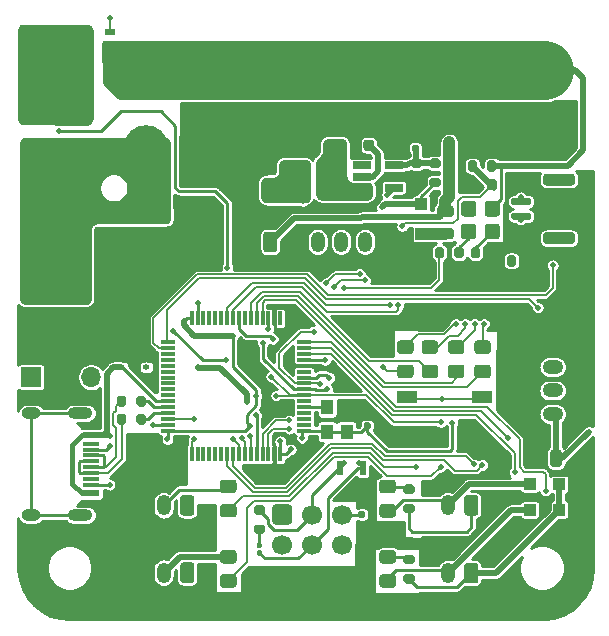
<source format=gbr>
%TF.GenerationSoftware,KiCad,Pcbnew,5.1.9-73d0e3b20d~88~ubuntu20.04.1*%
%TF.CreationDate,2021-04-18T22:18:41+08:00*%
%TF.ProjectId,AbsoluteEncoderBoard,4162736f-6c75-4746-9545-6e636f646572,rev?*%
%TF.SameCoordinates,Original*%
%TF.FileFunction,Copper,L1,Top*%
%TF.FilePolarity,Positive*%
%FSLAX46Y46*%
G04 Gerber Fmt 4.6, Leading zero omitted, Abs format (unit mm)*
G04 Created by KiCad (PCBNEW 5.1.9-73d0e3b20d~88~ubuntu20.04.1) date 2021-04-18 22:18:41*
%MOMM*%
%LPD*%
G01*
G04 APERTURE LIST*
%TA.AperFunction,SMDPad,CuDef*%
%ADD10R,0.300000X1.200000*%
%TD*%
%TA.AperFunction,SMDPad,CuDef*%
%ADD11R,1.200000X0.300000*%
%TD*%
%TA.AperFunction,ComponentPad*%
%ADD12O,1.200000X1.750000*%
%TD*%
%TA.AperFunction,ComponentPad*%
%ADD13C,3.700000*%
%TD*%
%TA.AperFunction,ComponentPad*%
%ADD14C,4.000000*%
%TD*%
%TA.AperFunction,ComponentPad*%
%ADD15R,3.800000X3.800000*%
%TD*%
%TA.AperFunction,ComponentPad*%
%ADD16C,1.700000*%
%TD*%
%TA.AperFunction,SMDPad,CuDef*%
%ADD17R,0.600000X0.450000*%
%TD*%
%TA.AperFunction,SMDPad,CuDef*%
%ADD18R,1.000000X1.000000*%
%TD*%
%TA.AperFunction,SMDPad,CuDef*%
%ADD19R,1.560000X0.650000*%
%TD*%
%TA.AperFunction,SMDPad,CuDef*%
%ADD20R,1.800000X2.900000*%
%TD*%
%TA.AperFunction,SMDPad,CuDef*%
%ADD21R,2.300000X3.500000*%
%TD*%
%TA.AperFunction,SMDPad,CuDef*%
%ADD22R,1.100000X1.300000*%
%TD*%
%TA.AperFunction,SMDPad,CuDef*%
%ADD23R,1.700000X1.000000*%
%TD*%
%TA.AperFunction,SMDPad,CuDef*%
%ADD24R,4.550000X4.410000*%
%TD*%
%TA.AperFunction,SMDPad,CuDef*%
%ADD25R,0.850000X0.500000*%
%TD*%
%TA.AperFunction,ComponentPad*%
%ADD26O,1.700000X1.700000*%
%TD*%
%TA.AperFunction,ComponentPad*%
%ADD27R,1.700000X1.700000*%
%TD*%
%TA.AperFunction,SMDPad,CuDef*%
%ADD28R,1.450000X0.600000*%
%TD*%
%TA.AperFunction,SMDPad,CuDef*%
%ADD29R,1.450000X0.300000*%
%TD*%
%TA.AperFunction,ComponentPad*%
%ADD30O,2.100000X1.000000*%
%TD*%
%TA.AperFunction,ComponentPad*%
%ADD31O,1.600000X1.000000*%
%TD*%
%TA.AperFunction,ComponentPad*%
%ADD32O,1.750000X1.200000*%
%TD*%
%TA.AperFunction,SMDPad,CuDef*%
%ADD33R,0.600000X1.300000*%
%TD*%
%TA.AperFunction,ViaPad*%
%ADD34C,0.508000*%
%TD*%
%TA.AperFunction,ViaPad*%
%ADD35C,0.800000*%
%TD*%
%TA.AperFunction,Conductor*%
%ADD36C,0.500000*%
%TD*%
%TA.AperFunction,Conductor*%
%ADD37C,1.000000*%
%TD*%
%TA.AperFunction,Conductor*%
%ADD38C,0.254000*%
%TD*%
%TA.AperFunction,Conductor*%
%ADD39C,0.150000*%
%TD*%
%TA.AperFunction,Conductor*%
%ADD40C,0.250000*%
%TD*%
%TA.AperFunction,Conductor*%
%ADD41C,0.400000*%
%TD*%
%TA.AperFunction,Conductor*%
%ADD42C,0.200000*%
%TD*%
%TA.AperFunction,Conductor*%
%ADD43C,4.000000*%
%TD*%
%TA.AperFunction,Conductor*%
%ADD44C,5.000000*%
%TD*%
%TA.AperFunction,Conductor*%
%ADD45C,0.100000*%
%TD*%
G04 APERTURE END LIST*
%TA.AperFunction,SMDPad,CuDef*%
G36*
G01*
X145980000Y-88510000D02*
X146180000Y-88510000D01*
G75*
G02*
X146280000Y-88610000I0J-100000D01*
G01*
X146280000Y-88870000D01*
G75*
G02*
X146180000Y-88970000I-100000J0D01*
G01*
X145980000Y-88970000D01*
G75*
G02*
X145880000Y-88870000I0J100000D01*
G01*
X145880000Y-88610000D01*
G75*
G02*
X145980000Y-88510000I100000J0D01*
G01*
G37*
%TD.AperFunction*%
%TA.AperFunction,SMDPad,CuDef*%
G36*
G01*
X145980000Y-87870000D02*
X146180000Y-87870000D01*
G75*
G02*
X146280000Y-87970000I0J-100000D01*
G01*
X146280000Y-88230000D01*
G75*
G02*
X146180000Y-88330000I-100000J0D01*
G01*
X145980000Y-88330000D01*
G75*
G02*
X145880000Y-88230000I0J100000D01*
G01*
X145880000Y-87970000D01*
G75*
G02*
X145980000Y-87870000I100000J0D01*
G01*
G37*
%TD.AperFunction*%
%TA.AperFunction,SMDPad,CuDef*%
G36*
G01*
X145805000Y-86325000D02*
X146355000Y-86325000D01*
G75*
G02*
X146555000Y-86525000I0J-200000D01*
G01*
X146555000Y-86925000D01*
G75*
G02*
X146355000Y-87125000I-200000J0D01*
G01*
X145805000Y-87125000D01*
G75*
G02*
X145605000Y-86925000I0J200000D01*
G01*
X145605000Y-86525000D01*
G75*
G02*
X145805000Y-86325000I200000J0D01*
G01*
G37*
%TD.AperFunction*%
%TA.AperFunction,SMDPad,CuDef*%
G36*
G01*
X145805000Y-84675000D02*
X146355000Y-84675000D01*
G75*
G02*
X146555000Y-84875000I0J-200000D01*
G01*
X146555000Y-85275000D01*
G75*
G02*
X146355000Y-85475000I-200000J0D01*
G01*
X145805000Y-85475000D01*
G75*
G02*
X145605000Y-85275000I0J200000D01*
G01*
X145605000Y-84875000D01*
G75*
G02*
X145805000Y-84675000I200000J0D01*
G01*
G37*
%TD.AperFunction*%
D10*
X147850000Y-80375000D03*
X147350000Y-80375000D03*
X146850000Y-80375000D03*
X146350000Y-80375000D03*
X145850000Y-80375000D03*
X145350000Y-80375000D03*
X144850000Y-80375000D03*
X144350000Y-80375000D03*
X143850000Y-80375000D03*
X143350000Y-80375000D03*
X142850000Y-80375000D03*
X142350000Y-80375000D03*
X141850000Y-80375000D03*
X141350000Y-80375000D03*
X140850000Y-80375000D03*
X140350000Y-80375000D03*
D11*
X138350000Y-78375000D03*
X138350000Y-77875000D03*
X138350000Y-77375000D03*
X138350000Y-76875000D03*
X138350000Y-76375000D03*
X138350000Y-75875000D03*
X138350000Y-75375000D03*
X138350000Y-74875000D03*
X138350000Y-74375000D03*
X138350000Y-73875000D03*
X138350000Y-73375000D03*
X138350000Y-72875000D03*
X138350000Y-72375000D03*
X138350000Y-71875000D03*
X138350000Y-71375000D03*
X138350000Y-70875000D03*
D10*
X140350000Y-68875000D03*
X140850000Y-68875000D03*
X141350000Y-68875000D03*
X141850000Y-68875000D03*
X142350000Y-68875000D03*
X142850000Y-68875000D03*
X143350000Y-68875000D03*
X143850000Y-68875000D03*
X144350000Y-68875000D03*
X144850000Y-68875000D03*
X145350000Y-68875000D03*
X145850000Y-68875000D03*
X146350000Y-68875000D03*
X146850000Y-68875000D03*
X147350000Y-68875000D03*
D11*
X149850000Y-70875000D03*
X149850000Y-71375000D03*
X149850000Y-71875000D03*
X149850000Y-72375000D03*
X149850000Y-72875000D03*
X149850000Y-73375000D03*
X149850000Y-73875000D03*
X149850000Y-74375000D03*
X149850000Y-74875000D03*
X149850000Y-75375000D03*
X149850000Y-75875000D03*
X149850000Y-76375000D03*
X149850000Y-76875000D03*
X149850000Y-77375000D03*
X149850000Y-77875000D03*
X149850000Y-78375000D03*
D10*
X147850000Y-68875000D03*
D12*
X162025000Y-84700000D03*
%TA.AperFunction,ComponentPad*%
G36*
G01*
X164625000Y-84074999D02*
X164625000Y-85325001D01*
G75*
G02*
X164375001Y-85575000I-249999J0D01*
G01*
X163674999Y-85575000D01*
G75*
G02*
X163425000Y-85325001I0J249999D01*
G01*
X163425000Y-84074999D01*
G75*
G02*
X163674999Y-83825000I249999J0D01*
G01*
X164375001Y-83825000D01*
G75*
G02*
X164625000Y-84074999I0J-249999D01*
G01*
G37*
%TD.AperFunction*%
X155010000Y-62390000D03*
X153010000Y-62390000D03*
X151010000Y-62390000D03*
X149010000Y-62390000D03*
%TA.AperFunction,ComponentPad*%
G36*
G01*
X146410000Y-63015001D02*
X146410000Y-61764999D01*
G75*
G02*
X146659999Y-61515000I249999J0D01*
G01*
X147360001Y-61515000D01*
G75*
G02*
X147610000Y-61764999I0J-249999D01*
G01*
X147610000Y-63015001D01*
G75*
G02*
X147360001Y-63265000I-249999J0D01*
G01*
X146659999Y-63265000D01*
G75*
G02*
X146410000Y-63015001I0J249999D01*
G01*
G37*
%TD.AperFunction*%
D13*
X136520000Y-54340000D03*
%TA.AperFunction,ComponentPad*%
G36*
G01*
X140620000Y-52490000D02*
X143820000Y-52490000D01*
G75*
G02*
X144070000Y-52740000I0J-250000D01*
G01*
X144070000Y-55940000D01*
G75*
G02*
X143820000Y-56190000I-250000J0D01*
G01*
X140620000Y-56190000D01*
G75*
G02*
X140370000Y-55940000I0J250000D01*
G01*
X140370000Y-52740000D01*
G75*
G02*
X140620000Y-52490000I250000J0D01*
G01*
G37*
%TD.AperFunction*%
%TA.AperFunction,SMDPad,CuDef*%
G36*
G01*
X139480000Y-60565000D02*
X139480000Y-59615000D01*
G75*
G02*
X139730000Y-59365000I250000J0D01*
G01*
X140230000Y-59365000D01*
G75*
G02*
X140480000Y-59615000I0J-250000D01*
G01*
X140480000Y-60565000D01*
G75*
G02*
X140230000Y-60815000I-250000J0D01*
G01*
X139730000Y-60815000D01*
G75*
G02*
X139480000Y-60565000I0J250000D01*
G01*
G37*
%TD.AperFunction*%
%TA.AperFunction,SMDPad,CuDef*%
G36*
G01*
X137580000Y-60565000D02*
X137580000Y-59615000D01*
G75*
G02*
X137830000Y-59365000I250000J0D01*
G01*
X138330000Y-59365000D01*
G75*
G02*
X138580000Y-59615000I0J-250000D01*
G01*
X138580000Y-60565000D01*
G75*
G02*
X138330000Y-60815000I-250000J0D01*
G01*
X137830000Y-60815000D01*
G75*
G02*
X137580000Y-60565000I0J250000D01*
G01*
G37*
%TD.AperFunction*%
D14*
X169926000Y-47832000D03*
D15*
X169926000Y-52832000D03*
%TA.AperFunction,ComponentPad*%
G36*
G01*
X147415240Y-84624600D02*
X148615240Y-84624600D01*
G75*
G02*
X148865240Y-84874600I0J-250000D01*
G01*
X148865240Y-86074600D01*
G75*
G02*
X148615240Y-86324600I-250000J0D01*
G01*
X147415240Y-86324600D01*
G75*
G02*
X147165240Y-86074600I0J250000D01*
G01*
X147165240Y-84874600D01*
G75*
G02*
X147415240Y-84624600I250000J0D01*
G01*
G37*
%TD.AperFunction*%
D16*
X150555240Y-85474600D03*
X153095240Y-85474600D03*
X148015240Y-88014600D03*
X150555240Y-88014600D03*
X153095240Y-88014600D03*
D17*
X134400000Y-73000000D03*
X136500000Y-73000000D03*
%TA.AperFunction,SMDPad,CuDef*%
G36*
G01*
X155395000Y-77275000D02*
X155055000Y-77275000D01*
G75*
G02*
X154915000Y-77135000I0J140000D01*
G01*
X154915000Y-76855000D01*
G75*
G02*
X155055000Y-76715000I140000J0D01*
G01*
X155395000Y-76715000D01*
G75*
G02*
X155535000Y-76855000I0J-140000D01*
G01*
X155535000Y-77135000D01*
G75*
G02*
X155395000Y-77275000I-140000J0D01*
G01*
G37*
%TD.AperFunction*%
%TA.AperFunction,SMDPad,CuDef*%
G36*
G01*
X155395000Y-78235000D02*
X155055000Y-78235000D01*
G75*
G02*
X154915000Y-78095000I0J140000D01*
G01*
X154915000Y-77815000D01*
G75*
G02*
X155055000Y-77675000I140000J0D01*
G01*
X155395000Y-77675000D01*
G75*
G02*
X155535000Y-77815000I0J-140000D01*
G01*
X155535000Y-78095000D01*
G75*
G02*
X155395000Y-78235000I-140000J0D01*
G01*
G37*
%TD.AperFunction*%
%TA.AperFunction,SMDPad,CuDef*%
G36*
G01*
X159000000Y-54645000D02*
X159000000Y-54305000D01*
G75*
G02*
X159140000Y-54165000I140000J0D01*
G01*
X159420000Y-54165000D01*
G75*
G02*
X159560000Y-54305000I0J-140000D01*
G01*
X159560000Y-54645000D01*
G75*
G02*
X159420000Y-54785000I-140000J0D01*
G01*
X159140000Y-54785000D01*
G75*
G02*
X159000000Y-54645000I0J140000D01*
G01*
G37*
%TD.AperFunction*%
%TA.AperFunction,SMDPad,CuDef*%
G36*
G01*
X158040000Y-54645000D02*
X158040000Y-54305000D01*
G75*
G02*
X158180000Y-54165000I140000J0D01*
G01*
X158460000Y-54165000D01*
G75*
G02*
X158600000Y-54305000I0J-140000D01*
G01*
X158600000Y-54645000D01*
G75*
G02*
X158460000Y-54785000I-140000J0D01*
G01*
X158180000Y-54785000D01*
G75*
G02*
X158040000Y-54645000I0J140000D01*
G01*
G37*
%TD.AperFunction*%
%TA.AperFunction,SMDPad,CuDef*%
G36*
G01*
X154580000Y-86150000D02*
X154920000Y-86150000D01*
G75*
G02*
X155060000Y-86290000I0J-140000D01*
G01*
X155060000Y-86570000D01*
G75*
G02*
X154920000Y-86710000I-140000J0D01*
G01*
X154580000Y-86710000D01*
G75*
G02*
X154440000Y-86570000I0J140000D01*
G01*
X154440000Y-86290000D01*
G75*
G02*
X154580000Y-86150000I140000J0D01*
G01*
G37*
%TD.AperFunction*%
%TA.AperFunction,SMDPad,CuDef*%
G36*
G01*
X154580000Y-85190000D02*
X154920000Y-85190000D01*
G75*
G02*
X155060000Y-85330000I0J-140000D01*
G01*
X155060000Y-85610000D01*
G75*
G02*
X154920000Y-85750000I-140000J0D01*
G01*
X154580000Y-85750000D01*
G75*
G02*
X154440000Y-85610000I0J140000D01*
G01*
X154440000Y-85330000D01*
G75*
G02*
X154580000Y-85190000I140000J0D01*
G01*
G37*
%TD.AperFunction*%
D18*
X159800000Y-59200000D03*
X159800000Y-61700000D03*
X150000000Y-54350000D03*
X152500000Y-54350000D03*
%TA.AperFunction,SMDPad,CuDef*%
G36*
G01*
X172550000Y-57625000D02*
X170350000Y-57625000D01*
G75*
G02*
X170100000Y-57375000I0J250000D01*
G01*
X170100000Y-56875000D01*
G75*
G02*
X170350000Y-56625000I250000J0D01*
G01*
X172550000Y-56625000D01*
G75*
G02*
X172800000Y-56875000I0J-250000D01*
G01*
X172800000Y-57375000D01*
G75*
G02*
X172550000Y-57625000I-250000J0D01*
G01*
G37*
%TD.AperFunction*%
%TA.AperFunction,SMDPad,CuDef*%
G36*
G01*
X172550000Y-62575000D02*
X170350000Y-62575000D01*
G75*
G02*
X170100000Y-62325000I0J250000D01*
G01*
X170100000Y-61825000D01*
G75*
G02*
X170350000Y-61575000I250000J0D01*
G01*
X172550000Y-61575000D01*
G75*
G02*
X172800000Y-61825000I0J-250000D01*
G01*
X172800000Y-62325000D01*
G75*
G02*
X172550000Y-62575000I-250000J0D01*
G01*
G37*
%TD.AperFunction*%
%TA.AperFunction,SMDPad,CuDef*%
G36*
G01*
X168950000Y-59275000D02*
X167550000Y-59275000D01*
G75*
G02*
X167400000Y-59125000I0J150000D01*
G01*
X167400000Y-58825000D01*
G75*
G02*
X167550000Y-58675000I150000J0D01*
G01*
X168950000Y-58675000D01*
G75*
G02*
X169100000Y-58825000I0J-150000D01*
G01*
X169100000Y-59125000D01*
G75*
G02*
X168950000Y-59275000I-150000J0D01*
G01*
G37*
%TD.AperFunction*%
%TA.AperFunction,SMDPad,CuDef*%
G36*
G01*
X168950000Y-60525000D02*
X167550000Y-60525000D01*
G75*
G02*
X167400000Y-60375000I0J150000D01*
G01*
X167400000Y-60075000D01*
G75*
G02*
X167550000Y-59925000I150000J0D01*
G01*
X168950000Y-59925000D01*
G75*
G02*
X169100000Y-60075000I0J-150000D01*
G01*
X169100000Y-60375000D01*
G75*
G02*
X168950000Y-60525000I-150000J0D01*
G01*
G37*
%TD.AperFunction*%
%TA.AperFunction,SMDPad,CuDef*%
G36*
G01*
X164775000Y-63025000D02*
X164775000Y-63575000D01*
G75*
G02*
X164575000Y-63775000I-200000J0D01*
G01*
X164175000Y-63775000D01*
G75*
G02*
X163975000Y-63575000I0J200000D01*
G01*
X163975000Y-63025000D01*
G75*
G02*
X164175000Y-62825000I200000J0D01*
G01*
X164575000Y-62825000D01*
G75*
G02*
X164775000Y-63025000I0J-200000D01*
G01*
G37*
%TD.AperFunction*%
%TA.AperFunction,SMDPad,CuDef*%
G36*
G01*
X166425000Y-63025000D02*
X166425000Y-63575000D01*
G75*
G02*
X166225000Y-63775000I-200000J0D01*
G01*
X165825000Y-63775000D01*
G75*
G02*
X165625000Y-63575000I0J200000D01*
G01*
X165625000Y-63025000D01*
G75*
G02*
X165825000Y-62825000I200000J0D01*
G01*
X166225000Y-62825000D01*
G75*
G02*
X166425000Y-63025000I0J-200000D01*
G01*
G37*
%TD.AperFunction*%
%TA.AperFunction,SMDPad,CuDef*%
G36*
G01*
X166200001Y-60250000D02*
X165399999Y-60250000D01*
G75*
G02*
X165150000Y-60000001I0J249999D01*
G01*
X165150000Y-59174999D01*
G75*
G02*
X165399999Y-58925000I249999J0D01*
G01*
X166200001Y-58925000D01*
G75*
G02*
X166450000Y-59174999I0J-249999D01*
G01*
X166450000Y-60000001D01*
G75*
G02*
X166200001Y-60250000I-249999J0D01*
G01*
G37*
%TD.AperFunction*%
%TA.AperFunction,SMDPad,CuDef*%
G36*
G01*
X166200001Y-62175000D02*
X165399999Y-62175000D01*
G75*
G02*
X165150000Y-61925001I0J249999D01*
G01*
X165150000Y-61099999D01*
G75*
G02*
X165399999Y-60850000I249999J0D01*
G01*
X166200001Y-60850000D01*
G75*
G02*
X166450000Y-61099999I0J-249999D01*
G01*
X166450000Y-61925001D01*
G75*
G02*
X166200001Y-62175000I-249999J0D01*
G01*
G37*
%TD.AperFunction*%
%TA.AperFunction,SMDPad,CuDef*%
G36*
G01*
X162575000Y-63575000D02*
X162575000Y-63025000D01*
G75*
G02*
X162775000Y-62825000I200000J0D01*
G01*
X163175000Y-62825000D01*
G75*
G02*
X163375000Y-63025000I0J-200000D01*
G01*
X163375000Y-63575000D01*
G75*
G02*
X163175000Y-63775000I-200000J0D01*
G01*
X162775000Y-63775000D01*
G75*
G02*
X162575000Y-63575000I0J200000D01*
G01*
G37*
%TD.AperFunction*%
%TA.AperFunction,SMDPad,CuDef*%
G36*
G01*
X160925000Y-63575000D02*
X160925000Y-63025000D01*
G75*
G02*
X161125000Y-62825000I200000J0D01*
G01*
X161525000Y-62825000D01*
G75*
G02*
X161725000Y-63025000I0J-200000D01*
G01*
X161725000Y-63575000D01*
G75*
G02*
X161525000Y-63775000I-200000J0D01*
G01*
X161125000Y-63775000D01*
G75*
G02*
X160925000Y-63575000I0J200000D01*
G01*
G37*
%TD.AperFunction*%
%TA.AperFunction,SMDPad,CuDef*%
G36*
G01*
X164200001Y-60250000D02*
X163399999Y-60250000D01*
G75*
G02*
X163150000Y-60000001I0J249999D01*
G01*
X163150000Y-59174999D01*
G75*
G02*
X163399999Y-58925000I249999J0D01*
G01*
X164200001Y-58925000D01*
G75*
G02*
X164450000Y-59174999I0J-249999D01*
G01*
X164450000Y-60000001D01*
G75*
G02*
X164200001Y-60250000I-249999J0D01*
G01*
G37*
%TD.AperFunction*%
%TA.AperFunction,SMDPad,CuDef*%
G36*
G01*
X164200001Y-62175000D02*
X163399999Y-62175000D01*
G75*
G02*
X163150000Y-61925001I0J249999D01*
G01*
X163150000Y-61099999D01*
G75*
G02*
X163399999Y-60850000I249999J0D01*
G01*
X164200001Y-60850000D01*
G75*
G02*
X164450000Y-61099999I0J-249999D01*
G01*
X164450000Y-61925001D01*
G75*
G02*
X164200001Y-62175000I-249999J0D01*
G01*
G37*
%TD.AperFunction*%
%TA.AperFunction,SMDPad,CuDef*%
G36*
G01*
X133850000Y-67300000D02*
X133850000Y-65300000D01*
G75*
G02*
X134100000Y-65050000I250000J0D01*
G01*
X137600000Y-65050000D01*
G75*
G02*
X137850000Y-65300000I0J-250000D01*
G01*
X137850000Y-67300000D01*
G75*
G02*
X137600000Y-67550000I-250000J0D01*
G01*
X134100000Y-67550000D01*
G75*
G02*
X133850000Y-67300000I0J250000D01*
G01*
G37*
%TD.AperFunction*%
%TA.AperFunction,SMDPad,CuDef*%
G36*
G01*
X125850000Y-67300000D02*
X125850000Y-65300000D01*
G75*
G02*
X126100000Y-65050000I250000J0D01*
G01*
X129600000Y-65050000D01*
G75*
G02*
X129850000Y-65300000I0J-250000D01*
G01*
X129850000Y-67300000D01*
G75*
G02*
X129600000Y-67550000I-250000J0D01*
G01*
X126100000Y-67550000D01*
G75*
G02*
X125850000Y-67300000I0J250000D01*
G01*
G37*
%TD.AperFunction*%
D19*
X154765840Y-56865480D03*
X154765840Y-57815480D03*
X154765840Y-55915480D03*
X157465840Y-55915480D03*
X157465840Y-56865480D03*
X157465840Y-57815480D03*
%TA.AperFunction,SMDPad,CuDef*%
G36*
G01*
X159649660Y-56130600D02*
X159099660Y-56130600D01*
G75*
G02*
X158899660Y-55930600I0J200000D01*
G01*
X158899660Y-55530600D01*
G75*
G02*
X159099660Y-55330600I200000J0D01*
G01*
X159649660Y-55330600D01*
G75*
G02*
X159849660Y-55530600I0J-200000D01*
G01*
X159849660Y-55930600D01*
G75*
G02*
X159649660Y-56130600I-200000J0D01*
G01*
G37*
%TD.AperFunction*%
%TA.AperFunction,SMDPad,CuDef*%
G36*
G01*
X159649660Y-57780600D02*
X159099660Y-57780600D01*
G75*
G02*
X158899660Y-57580600I0J200000D01*
G01*
X158899660Y-57180600D01*
G75*
G02*
X159099660Y-56980600I200000J0D01*
G01*
X159649660Y-56980600D01*
G75*
G02*
X159849660Y-57180600I0J-200000D01*
G01*
X159849660Y-57580600D01*
G75*
G02*
X159649660Y-57780600I-200000J0D01*
G01*
G37*
%TD.AperFunction*%
%TA.AperFunction,SMDPad,CuDef*%
G36*
G01*
X160675000Y-56975000D02*
X161225000Y-56975000D01*
G75*
G02*
X161425000Y-57175000I0J-200000D01*
G01*
X161425000Y-57575000D01*
G75*
G02*
X161225000Y-57775000I-200000J0D01*
G01*
X160675000Y-57775000D01*
G75*
G02*
X160475000Y-57575000I0J200000D01*
G01*
X160475000Y-57175000D01*
G75*
G02*
X160675000Y-56975000I200000J0D01*
G01*
G37*
%TD.AperFunction*%
%TA.AperFunction,SMDPad,CuDef*%
G36*
G01*
X160675000Y-55325000D02*
X161225000Y-55325000D01*
G75*
G02*
X161425000Y-55525000I0J-200000D01*
G01*
X161425000Y-55925000D01*
G75*
G02*
X161225000Y-56125000I-200000J0D01*
G01*
X160675000Y-56125000D01*
G75*
G02*
X160475000Y-55925000I0J200000D01*
G01*
X160475000Y-55525000D01*
G75*
G02*
X160675000Y-55325000I200000J0D01*
G01*
G37*
%TD.AperFunction*%
%TA.AperFunction,SMDPad,CuDef*%
G36*
G01*
X165365800Y-57819600D02*
X165365800Y-57269600D01*
G75*
G02*
X165565800Y-57069600I200000J0D01*
G01*
X165965800Y-57069600D01*
G75*
G02*
X166165800Y-57269600I0J-200000D01*
G01*
X166165800Y-57819600D01*
G75*
G02*
X165965800Y-58019600I-200000J0D01*
G01*
X165565800Y-58019600D01*
G75*
G02*
X165365800Y-57819600I0J200000D01*
G01*
G37*
%TD.AperFunction*%
%TA.AperFunction,SMDPad,CuDef*%
G36*
G01*
X163715800Y-57819600D02*
X163715800Y-57269600D01*
G75*
G02*
X163915800Y-57069600I200000J0D01*
G01*
X164315800Y-57069600D01*
G75*
G02*
X164515800Y-57269600I0J-200000D01*
G01*
X164515800Y-57819600D01*
G75*
G02*
X164315800Y-58019600I-200000J0D01*
G01*
X163915800Y-58019600D01*
G75*
G02*
X163715800Y-57819600I0J200000D01*
G01*
G37*
%TD.AperFunction*%
%TA.AperFunction,SMDPad,CuDef*%
G36*
G01*
X165365800Y-56244800D02*
X165365800Y-55694800D01*
G75*
G02*
X165565800Y-55494800I200000J0D01*
G01*
X165965800Y-55494800D01*
G75*
G02*
X166165800Y-55694800I0J-200000D01*
G01*
X166165800Y-56244800D01*
G75*
G02*
X165965800Y-56444800I-200000J0D01*
G01*
X165565800Y-56444800D01*
G75*
G02*
X165365800Y-56244800I0J200000D01*
G01*
G37*
%TD.AperFunction*%
%TA.AperFunction,SMDPad,CuDef*%
G36*
G01*
X163715800Y-56244800D02*
X163715800Y-55694800D01*
G75*
G02*
X163915800Y-55494800I200000J0D01*
G01*
X164315800Y-55494800D01*
G75*
G02*
X164515800Y-55694800I0J-200000D01*
G01*
X164515800Y-56244800D01*
G75*
G02*
X164315800Y-56444800I-200000J0D01*
G01*
X163915800Y-56444800D01*
G75*
G02*
X163715800Y-56244800I0J200000D01*
G01*
G37*
%TD.AperFunction*%
D20*
X148904700Y-57239860D03*
X152104700Y-57239860D03*
D21*
X164000000Y-52900000D03*
X164000000Y-47500000D03*
%TA.AperFunction,SMDPad,CuDef*%
G36*
G01*
X146703780Y-57247360D02*
X147203780Y-57247360D01*
G75*
G02*
X147428780Y-57472360I0J-225000D01*
G01*
X147428780Y-57922360D01*
G75*
G02*
X147203780Y-58147360I-225000J0D01*
G01*
X146703780Y-58147360D01*
G75*
G02*
X146478780Y-57922360I0J225000D01*
G01*
X146478780Y-57472360D01*
G75*
G02*
X146703780Y-57247360I225000J0D01*
G01*
G37*
%TD.AperFunction*%
%TA.AperFunction,SMDPad,CuDef*%
G36*
G01*
X146703780Y-55697360D02*
X147203780Y-55697360D01*
G75*
G02*
X147428780Y-55922360I0J-225000D01*
G01*
X147428780Y-56372360D01*
G75*
G02*
X147203780Y-56597360I-225000J0D01*
G01*
X146703780Y-56597360D01*
G75*
G02*
X146478780Y-56372360I0J225000D01*
G01*
X146478780Y-55922360D01*
G75*
G02*
X146703780Y-55697360I225000J0D01*
G01*
G37*
%TD.AperFunction*%
%TA.AperFunction,SMDPad,CuDef*%
G36*
G01*
X156440840Y-54456100D02*
X156440840Y-53956100D01*
G75*
G02*
X156665840Y-53731100I225000J0D01*
G01*
X157115840Y-53731100D01*
G75*
G02*
X157340840Y-53956100I0J-225000D01*
G01*
X157340840Y-54456100D01*
G75*
G02*
X157115840Y-54681100I-225000J0D01*
G01*
X156665840Y-54681100D01*
G75*
G02*
X156440840Y-54456100I0J225000D01*
G01*
G37*
%TD.AperFunction*%
%TA.AperFunction,SMDPad,CuDef*%
G36*
G01*
X154890840Y-54456100D02*
X154890840Y-53956100D01*
G75*
G02*
X155115840Y-53731100I225000J0D01*
G01*
X155565840Y-53731100D01*
G75*
G02*
X155790840Y-53956100I0J-225000D01*
G01*
X155790840Y-54456100D01*
G75*
G02*
X155565840Y-54681100I-225000J0D01*
G01*
X155115840Y-54681100D01*
G75*
G02*
X154890840Y-54456100I0J225000D01*
G01*
G37*
%TD.AperFunction*%
%TA.AperFunction,SMDPad,CuDef*%
G36*
G01*
X158699999Y-51900000D02*
X160900001Y-51900000D01*
G75*
G02*
X161150000Y-52149999I0J-249999D01*
G01*
X161150000Y-52800001D01*
G75*
G02*
X160900001Y-53050000I-249999J0D01*
G01*
X158699999Y-53050000D01*
G75*
G02*
X158450000Y-52800001I0J249999D01*
G01*
X158450000Y-52149999D01*
G75*
G02*
X158699999Y-51900000I249999J0D01*
G01*
G37*
%TD.AperFunction*%
%TA.AperFunction,SMDPad,CuDef*%
G36*
G01*
X158699999Y-48950000D02*
X160900001Y-48950000D01*
G75*
G02*
X161150000Y-49199999I0J-249999D01*
G01*
X161150000Y-49850001D01*
G75*
G02*
X160900001Y-50100000I-249999J0D01*
G01*
X158699999Y-50100000D01*
G75*
G02*
X158450000Y-49850001I0J249999D01*
G01*
X158450000Y-49199999D01*
G75*
G02*
X158699999Y-48950000I249999J0D01*
G01*
G37*
%TD.AperFunction*%
%TA.AperFunction,SMDPad,CuDef*%
G36*
G01*
X154812499Y-51900000D02*
X157012501Y-51900000D01*
G75*
G02*
X157262500Y-52149999I0J-249999D01*
G01*
X157262500Y-52800001D01*
G75*
G02*
X157012501Y-53050000I-249999J0D01*
G01*
X154812499Y-53050000D01*
G75*
G02*
X154562500Y-52800001I0J249999D01*
G01*
X154562500Y-52149999D01*
G75*
G02*
X154812499Y-51900000I249999J0D01*
G01*
G37*
%TD.AperFunction*%
%TA.AperFunction,SMDPad,CuDef*%
G36*
G01*
X154812499Y-48950000D02*
X157012501Y-48950000D01*
G75*
G02*
X157262500Y-49199999I0J-249999D01*
G01*
X157262500Y-49850001D01*
G75*
G02*
X157012501Y-50100000I-249999J0D01*
G01*
X154812499Y-50100000D01*
G75*
G02*
X154562500Y-49850001I0J249999D01*
G01*
X154562500Y-49199999D01*
G75*
G02*
X154812499Y-48950000I249999J0D01*
G01*
G37*
%TD.AperFunction*%
%TA.AperFunction,SMDPad,CuDef*%
G36*
G01*
X150924999Y-51900000D02*
X153125001Y-51900000D01*
G75*
G02*
X153375000Y-52149999I0J-249999D01*
G01*
X153375000Y-52800001D01*
G75*
G02*
X153125001Y-53050000I-249999J0D01*
G01*
X150924999Y-53050000D01*
G75*
G02*
X150675000Y-52800001I0J249999D01*
G01*
X150675000Y-52149999D01*
G75*
G02*
X150924999Y-51900000I249999J0D01*
G01*
G37*
%TD.AperFunction*%
%TA.AperFunction,SMDPad,CuDef*%
G36*
G01*
X150924999Y-48950000D02*
X153125001Y-48950000D01*
G75*
G02*
X153375000Y-49199999I0J-249999D01*
G01*
X153375000Y-49850001D01*
G75*
G02*
X153125001Y-50100000I-249999J0D01*
G01*
X150924999Y-50100000D01*
G75*
G02*
X150675000Y-49850001I0J249999D01*
G01*
X150675000Y-49199999D01*
G75*
G02*
X150924999Y-48950000I249999J0D01*
G01*
G37*
%TD.AperFunction*%
D22*
X151825000Y-78475000D03*
X151825000Y-76375000D03*
X153475000Y-76375000D03*
X153475000Y-78475000D03*
D23*
X158590000Y-75490000D03*
X164890000Y-75490000D03*
X158590000Y-79290000D03*
X164890000Y-79290000D03*
%TA.AperFunction,SMDPad,CuDef*%
G36*
G01*
X159025000Y-89677500D02*
X158475000Y-89677500D01*
G75*
G02*
X158275000Y-89477500I0J200000D01*
G01*
X158275000Y-89077500D01*
G75*
G02*
X158475000Y-88877500I200000J0D01*
G01*
X159025000Y-88877500D01*
G75*
G02*
X159225000Y-89077500I0J-200000D01*
G01*
X159225000Y-89477500D01*
G75*
G02*
X159025000Y-89677500I-200000J0D01*
G01*
G37*
%TD.AperFunction*%
%TA.AperFunction,SMDPad,CuDef*%
G36*
G01*
X159025000Y-91327500D02*
X158475000Y-91327500D01*
G75*
G02*
X158275000Y-91127500I0J200000D01*
G01*
X158275000Y-90727500D01*
G75*
G02*
X158475000Y-90527500I200000J0D01*
G01*
X159025000Y-90527500D01*
G75*
G02*
X159225000Y-90727500I0J-200000D01*
G01*
X159225000Y-91127500D01*
G75*
G02*
X159025000Y-91327500I-200000J0D01*
G01*
G37*
%TD.AperFunction*%
%TA.AperFunction,SMDPad,CuDef*%
G36*
G01*
X159025000Y-83725000D02*
X158475000Y-83725000D01*
G75*
G02*
X158275000Y-83525000I0J200000D01*
G01*
X158275000Y-83125000D01*
G75*
G02*
X158475000Y-82925000I200000J0D01*
G01*
X159025000Y-82925000D01*
G75*
G02*
X159225000Y-83125000I0J-200000D01*
G01*
X159225000Y-83525000D01*
G75*
G02*
X159025000Y-83725000I-200000J0D01*
G01*
G37*
%TD.AperFunction*%
%TA.AperFunction,SMDPad,CuDef*%
G36*
G01*
X159025000Y-85375000D02*
X158475000Y-85375000D01*
G75*
G02*
X158275000Y-85175000I0J200000D01*
G01*
X158275000Y-84775000D01*
G75*
G02*
X158475000Y-84575000I200000J0D01*
G01*
X159025000Y-84575000D01*
G75*
G02*
X159225000Y-84775000I0J-200000D01*
G01*
X159225000Y-85175000D01*
G75*
G02*
X159025000Y-85375000I-200000J0D01*
G01*
G37*
%TD.AperFunction*%
%TA.AperFunction,SMDPad,CuDef*%
G36*
G01*
X134825000Y-77125000D02*
X134825000Y-77675000D01*
G75*
G02*
X134625000Y-77875000I-200000J0D01*
G01*
X134225000Y-77875000D01*
G75*
G02*
X134025000Y-77675000I0J200000D01*
G01*
X134025000Y-77125000D01*
G75*
G02*
X134225000Y-76925000I200000J0D01*
G01*
X134625000Y-76925000D01*
G75*
G02*
X134825000Y-77125000I0J-200000D01*
G01*
G37*
%TD.AperFunction*%
%TA.AperFunction,SMDPad,CuDef*%
G36*
G01*
X136475000Y-77125000D02*
X136475000Y-77675000D01*
G75*
G02*
X136275000Y-77875000I-200000J0D01*
G01*
X135875000Y-77875000D01*
G75*
G02*
X135675000Y-77675000I0J200000D01*
G01*
X135675000Y-77125000D01*
G75*
G02*
X135875000Y-76925000I200000J0D01*
G01*
X136275000Y-76925000D01*
G75*
G02*
X136475000Y-77125000I0J-200000D01*
G01*
G37*
%TD.AperFunction*%
%TA.AperFunction,SMDPad,CuDef*%
G36*
G01*
X134825000Y-75600000D02*
X134825000Y-76150000D01*
G75*
G02*
X134625000Y-76350000I-200000J0D01*
G01*
X134225000Y-76350000D01*
G75*
G02*
X134025000Y-76150000I0J200000D01*
G01*
X134025000Y-75600000D01*
G75*
G02*
X134225000Y-75400000I200000J0D01*
G01*
X134625000Y-75400000D01*
G75*
G02*
X134825000Y-75600000I0J-200000D01*
G01*
G37*
%TD.AperFunction*%
%TA.AperFunction,SMDPad,CuDef*%
G36*
G01*
X136475000Y-75600000D02*
X136475000Y-76150000D01*
G75*
G02*
X136275000Y-76350000I-200000J0D01*
G01*
X135875000Y-76350000D01*
G75*
G02*
X135675000Y-76150000I0J200000D01*
G01*
X135675000Y-75600000D01*
G75*
G02*
X135875000Y-75400000I200000J0D01*
G01*
X136275000Y-75400000D01*
G75*
G02*
X136475000Y-75600000I0J-200000D01*
G01*
G37*
%TD.AperFunction*%
%TA.AperFunction,SMDPad,CuDef*%
G36*
G01*
X167825000Y-63725000D02*
X167825000Y-64275000D01*
G75*
G02*
X167625000Y-64475000I-200000J0D01*
G01*
X167225000Y-64475000D01*
G75*
G02*
X167025000Y-64275000I0J200000D01*
G01*
X167025000Y-63725000D01*
G75*
G02*
X167225000Y-63525000I200000J0D01*
G01*
X167625000Y-63525000D01*
G75*
G02*
X167825000Y-63725000I0J-200000D01*
G01*
G37*
%TD.AperFunction*%
%TA.AperFunction,SMDPad,CuDef*%
G36*
G01*
X169475000Y-63725000D02*
X169475000Y-64275000D01*
G75*
G02*
X169275000Y-64475000I-200000J0D01*
G01*
X168875000Y-64475000D01*
G75*
G02*
X168675000Y-64275000I0J200000D01*
G01*
X168675000Y-63725000D01*
G75*
G02*
X168875000Y-63525000I200000J0D01*
G01*
X169275000Y-63525000D01*
G75*
G02*
X169475000Y-63725000I0J-200000D01*
G01*
G37*
%TD.AperFunction*%
%TA.AperFunction,SMDPad,CuDef*%
G36*
G01*
X130279201Y-51142400D02*
X127429199Y-51142400D01*
G75*
G02*
X127179200Y-50892401I0J249999D01*
G01*
X127179200Y-50167399D01*
G75*
G02*
X127429199Y-49917400I249999J0D01*
G01*
X130279201Y-49917400D01*
G75*
G02*
X130529200Y-50167399I0J-249999D01*
G01*
X130529200Y-50892401D01*
G75*
G02*
X130279201Y-51142400I-249999J0D01*
G01*
G37*
%TD.AperFunction*%
%TA.AperFunction,SMDPad,CuDef*%
G36*
G01*
X130279201Y-57067400D02*
X127429199Y-57067400D01*
G75*
G02*
X127179200Y-56817401I0J249999D01*
G01*
X127179200Y-56092399D01*
G75*
G02*
X127429199Y-55842400I249999J0D01*
G01*
X130279201Y-55842400D01*
G75*
G02*
X130529200Y-56092399I0J-249999D01*
G01*
X130529200Y-56817401D01*
G75*
G02*
X130279201Y-57067400I-249999J0D01*
G01*
G37*
%TD.AperFunction*%
D24*
X129450000Y-46500000D03*
D25*
X133400000Y-44595000D03*
X133400000Y-45865000D03*
X133400000Y-47135000D03*
X133400000Y-48405000D03*
D12*
X162025000Y-90437400D03*
%TA.AperFunction,ComponentPad*%
G36*
G01*
X164625000Y-89812399D02*
X164625000Y-91062401D01*
G75*
G02*
X164375001Y-91312400I-249999J0D01*
G01*
X163674999Y-91312400D01*
G75*
G02*
X163425000Y-91062401I0J249999D01*
G01*
X163425000Y-89812399D01*
G75*
G02*
X163674999Y-89562400I249999J0D01*
G01*
X164375001Y-89562400D01*
G75*
G02*
X164625000Y-89812399I0J-249999D01*
G01*
G37*
%TD.AperFunction*%
X135975000Y-90400000D03*
X137975000Y-90400000D03*
%TA.AperFunction,ComponentPad*%
G36*
G01*
X140575000Y-89774999D02*
X140575000Y-91025001D01*
G75*
G02*
X140325001Y-91275000I-249999J0D01*
G01*
X139624999Y-91275000D01*
G75*
G02*
X139375000Y-91025001I0J249999D01*
G01*
X139375000Y-89774999D01*
G75*
G02*
X139624999Y-89525000I249999J0D01*
G01*
X140325001Y-89525000D01*
G75*
G02*
X140575000Y-89774999I0J-249999D01*
G01*
G37*
%TD.AperFunction*%
X135975000Y-84700000D03*
X137975000Y-84700000D03*
%TA.AperFunction,ComponentPad*%
G36*
G01*
X140575000Y-84074999D02*
X140575000Y-85325001D01*
G75*
G02*
X140325001Y-85575000I-249999J0D01*
G01*
X139624999Y-85575000D01*
G75*
G02*
X139375000Y-85325001I0J249999D01*
G01*
X139375000Y-84074999D01*
G75*
G02*
X139624999Y-83825000I249999J0D01*
G01*
X140325001Y-83825000D01*
G75*
G02*
X140575000Y-84074999I0J-249999D01*
G01*
G37*
%TD.AperFunction*%
D26*
X131840000Y-73850000D03*
X129300000Y-73850000D03*
D27*
X126760000Y-73850000D03*
D28*
X131845000Y-84475000D03*
X131845000Y-83675000D03*
X131845000Y-78775000D03*
X131845000Y-77975000D03*
X131845000Y-77975000D03*
X131845000Y-78775000D03*
X131845000Y-83675000D03*
X131845000Y-84475000D03*
D29*
X131845000Y-79475000D03*
X131845000Y-79975000D03*
X131845000Y-80475000D03*
X131845000Y-81475000D03*
X131845000Y-81975000D03*
X131845000Y-82475000D03*
X131845000Y-82975000D03*
X131845000Y-80975000D03*
D30*
X130930000Y-85545000D03*
X130930000Y-76905000D03*
D31*
X126750000Y-76905000D03*
X126750000Y-85545000D03*
D32*
X170910000Y-76970000D03*
X170910000Y-74970000D03*
X170910000Y-72970000D03*
%TA.AperFunction,ComponentPad*%
G36*
G01*
X170284999Y-70370000D02*
X171535001Y-70370000D01*
G75*
G02*
X171785000Y-70619999I0J-249999D01*
G01*
X171785000Y-71320001D01*
G75*
G02*
X171535001Y-71570000I-249999J0D01*
G01*
X170284999Y-71570000D01*
G75*
G02*
X170035000Y-71320001I0J249999D01*
G01*
X170035000Y-70619999D01*
G75*
G02*
X170284999Y-70370000I249999J0D01*
G01*
G37*
%TD.AperFunction*%
%TA.AperFunction,SMDPad,CuDef*%
G36*
G01*
X161372050Y-61199140D02*
X162284550Y-61199140D01*
G75*
G02*
X162528300Y-61442890I0J-243750D01*
G01*
X162528300Y-61930390D01*
G75*
G02*
X162284550Y-62174140I-243750J0D01*
G01*
X161372050Y-62174140D01*
G75*
G02*
X161128300Y-61930390I0J243750D01*
G01*
X161128300Y-61442890D01*
G75*
G02*
X161372050Y-61199140I243750J0D01*
G01*
G37*
%TD.AperFunction*%
%TA.AperFunction,SMDPad,CuDef*%
G36*
G01*
X161372050Y-59324140D02*
X162284550Y-59324140D01*
G75*
G02*
X162528300Y-59567890I0J-243750D01*
G01*
X162528300Y-60055390D01*
G75*
G02*
X162284550Y-60299140I-243750J0D01*
G01*
X161372050Y-60299140D01*
G75*
G02*
X161128300Y-60055390I0J243750D01*
G01*
X161128300Y-59567890D01*
G75*
G02*
X161372050Y-59324140I243750J0D01*
G01*
G37*
%TD.AperFunction*%
D18*
X168990000Y-85080000D03*
X171490000Y-85080000D03*
X168990000Y-82920000D03*
X171490000Y-82920000D03*
%TA.AperFunction,SMDPad,CuDef*%
G36*
G01*
X157390001Y-89630000D02*
X156489999Y-89630000D01*
G75*
G02*
X156240000Y-89380001I0J249999D01*
G01*
X156240000Y-88729999D01*
G75*
G02*
X156489999Y-88480000I249999J0D01*
G01*
X157390001Y-88480000D01*
G75*
G02*
X157640000Y-88729999I0J-249999D01*
G01*
X157640000Y-89380001D01*
G75*
G02*
X157390001Y-89630000I-249999J0D01*
G01*
G37*
%TD.AperFunction*%
%TA.AperFunction,SMDPad,CuDef*%
G36*
G01*
X157390001Y-91680000D02*
X156489999Y-91680000D01*
G75*
G02*
X156240000Y-91430001I0J249999D01*
G01*
X156240000Y-90779999D01*
G75*
G02*
X156489999Y-90530000I249999J0D01*
G01*
X157390001Y-90530000D01*
G75*
G02*
X157640000Y-90779999I0J-249999D01*
G01*
X157640000Y-91430001D01*
G75*
G02*
X157390001Y-91680000I-249999J0D01*
G01*
G37*
%TD.AperFunction*%
%TA.AperFunction,SMDPad,CuDef*%
G36*
G01*
X157390001Y-83677500D02*
X156489999Y-83677500D01*
G75*
G02*
X156240000Y-83427501I0J249999D01*
G01*
X156240000Y-82777499D01*
G75*
G02*
X156489999Y-82527500I249999J0D01*
G01*
X157390001Y-82527500D01*
G75*
G02*
X157640000Y-82777499I0J-249999D01*
G01*
X157640000Y-83427501D01*
G75*
G02*
X157390001Y-83677500I-249999J0D01*
G01*
G37*
%TD.AperFunction*%
%TA.AperFunction,SMDPad,CuDef*%
G36*
G01*
X157390001Y-85727500D02*
X156489999Y-85727500D01*
G75*
G02*
X156240000Y-85477501I0J249999D01*
G01*
X156240000Y-84827499D01*
G75*
G02*
X156489999Y-84577500I249999J0D01*
G01*
X157390001Y-84577500D01*
G75*
G02*
X157640000Y-84827499I0J-249999D01*
G01*
X157640000Y-85477501D01*
G75*
G02*
X157390001Y-85727500I-249999J0D01*
G01*
G37*
%TD.AperFunction*%
%TA.AperFunction,SMDPad,CuDef*%
G36*
G01*
X143900001Y-89630000D02*
X142999999Y-89630000D01*
G75*
G02*
X142750000Y-89380001I0J249999D01*
G01*
X142750000Y-88729999D01*
G75*
G02*
X142999999Y-88480000I249999J0D01*
G01*
X143900001Y-88480000D01*
G75*
G02*
X144150000Y-88729999I0J-249999D01*
G01*
X144150000Y-89380001D01*
G75*
G02*
X143900001Y-89630000I-249999J0D01*
G01*
G37*
%TD.AperFunction*%
%TA.AperFunction,SMDPad,CuDef*%
G36*
G01*
X143900001Y-91680000D02*
X142999999Y-91680000D01*
G75*
G02*
X142750000Y-91430001I0J249999D01*
G01*
X142750000Y-90779999D01*
G75*
G02*
X142999999Y-90530000I249999J0D01*
G01*
X143900001Y-90530000D01*
G75*
G02*
X144150000Y-90779999I0J-249999D01*
G01*
X144150000Y-91430001D01*
G75*
G02*
X143900001Y-91680000I-249999J0D01*
G01*
G37*
%TD.AperFunction*%
%TA.AperFunction,SMDPad,CuDef*%
G36*
G01*
X143900001Y-83675000D02*
X142999999Y-83675000D01*
G75*
G02*
X142750000Y-83425001I0J249999D01*
G01*
X142750000Y-82774999D01*
G75*
G02*
X142999999Y-82525000I249999J0D01*
G01*
X143900001Y-82525000D01*
G75*
G02*
X144150000Y-82774999I0J-249999D01*
G01*
X144150000Y-83425001D01*
G75*
G02*
X143900001Y-83675000I-249999J0D01*
G01*
G37*
%TD.AperFunction*%
%TA.AperFunction,SMDPad,CuDef*%
G36*
G01*
X143900001Y-85725000D02*
X142999999Y-85725000D01*
G75*
G02*
X142750000Y-85475001I0J249999D01*
G01*
X142750000Y-84824999D01*
G75*
G02*
X142999999Y-84575000I249999J0D01*
G01*
X143900001Y-84575000D01*
G75*
G02*
X144150000Y-84824999I0J-249999D01*
G01*
X144150000Y-85475001D01*
G75*
G02*
X143900001Y-85725000I-249999J0D01*
G01*
G37*
%TD.AperFunction*%
%TA.AperFunction,SMDPad,CuDef*%
G36*
G01*
X164529999Y-72780000D02*
X165430001Y-72780000D01*
G75*
G02*
X165680000Y-73029999I0J-249999D01*
G01*
X165680000Y-73680001D01*
G75*
G02*
X165430001Y-73930000I-249999J0D01*
G01*
X164529999Y-73930000D01*
G75*
G02*
X164280000Y-73680001I0J249999D01*
G01*
X164280000Y-73029999D01*
G75*
G02*
X164529999Y-72780000I249999J0D01*
G01*
G37*
%TD.AperFunction*%
%TA.AperFunction,SMDPad,CuDef*%
G36*
G01*
X164529999Y-70730000D02*
X165430001Y-70730000D01*
G75*
G02*
X165680000Y-70979999I0J-249999D01*
G01*
X165680000Y-71630001D01*
G75*
G02*
X165430001Y-71880000I-249999J0D01*
G01*
X164529999Y-71880000D01*
G75*
G02*
X164280000Y-71630001I0J249999D01*
G01*
X164280000Y-70979999D01*
G75*
G02*
X164529999Y-70730000I249999J0D01*
G01*
G37*
%TD.AperFunction*%
%TA.AperFunction,SMDPad,CuDef*%
G36*
G01*
X162296665Y-72780000D02*
X163196667Y-72780000D01*
G75*
G02*
X163446666Y-73029999I0J-249999D01*
G01*
X163446666Y-73680001D01*
G75*
G02*
X163196667Y-73930000I-249999J0D01*
G01*
X162296665Y-73930000D01*
G75*
G02*
X162046666Y-73680001I0J249999D01*
G01*
X162046666Y-73029999D01*
G75*
G02*
X162296665Y-72780000I249999J0D01*
G01*
G37*
%TD.AperFunction*%
%TA.AperFunction,SMDPad,CuDef*%
G36*
G01*
X162296665Y-70730000D02*
X163196667Y-70730000D01*
G75*
G02*
X163446666Y-70979999I0J-249999D01*
G01*
X163446666Y-71630001D01*
G75*
G02*
X163196667Y-71880000I-249999J0D01*
G01*
X162296665Y-71880000D01*
G75*
G02*
X162046666Y-71630001I0J249999D01*
G01*
X162046666Y-70979999D01*
G75*
G02*
X162296665Y-70730000I249999J0D01*
G01*
G37*
%TD.AperFunction*%
%TA.AperFunction,SMDPad,CuDef*%
G36*
G01*
X160063332Y-72780000D02*
X160963334Y-72780000D01*
G75*
G02*
X161213333Y-73029999I0J-249999D01*
G01*
X161213333Y-73680001D01*
G75*
G02*
X160963334Y-73930000I-249999J0D01*
G01*
X160063332Y-73930000D01*
G75*
G02*
X159813333Y-73680001I0J249999D01*
G01*
X159813333Y-73029999D01*
G75*
G02*
X160063332Y-72780000I249999J0D01*
G01*
G37*
%TD.AperFunction*%
%TA.AperFunction,SMDPad,CuDef*%
G36*
G01*
X160063332Y-70730000D02*
X160963334Y-70730000D01*
G75*
G02*
X161213333Y-70979999I0J-249999D01*
G01*
X161213333Y-71630001D01*
G75*
G02*
X160963334Y-71880000I-249999J0D01*
G01*
X160063332Y-71880000D01*
G75*
G02*
X159813333Y-71630001I0J249999D01*
G01*
X159813333Y-70979999D01*
G75*
G02*
X160063332Y-70730000I249999J0D01*
G01*
G37*
%TD.AperFunction*%
%TA.AperFunction,SMDPad,CuDef*%
G36*
G01*
X157989999Y-72780000D02*
X158890001Y-72780000D01*
G75*
G02*
X159140000Y-73029999I0J-249999D01*
G01*
X159140000Y-73680001D01*
G75*
G02*
X158890001Y-73930000I-249999J0D01*
G01*
X157989999Y-73930000D01*
G75*
G02*
X157740000Y-73680001I0J249999D01*
G01*
X157740000Y-73029999D01*
G75*
G02*
X157989999Y-72780000I249999J0D01*
G01*
G37*
%TD.AperFunction*%
%TA.AperFunction,SMDPad,CuDef*%
G36*
G01*
X157989999Y-70730000D02*
X158890001Y-70730000D01*
G75*
G02*
X159140000Y-70979999I0J-249999D01*
G01*
X159140000Y-71630001D01*
G75*
G02*
X158890001Y-71880000I-249999J0D01*
G01*
X157989999Y-71880000D01*
G75*
G02*
X157740000Y-71630001I0J249999D01*
G01*
X157740000Y-70979999D01*
G75*
G02*
X157989999Y-70730000I249999J0D01*
G01*
G37*
%TD.AperFunction*%
D33*
X154850000Y-81500000D03*
X152950000Y-81500000D03*
X153900000Y-83600000D03*
%TA.AperFunction,SMDPad,CuDef*%
G36*
G01*
X169800000Y-80235000D02*
X169800000Y-81185000D01*
G75*
G02*
X169550000Y-81435000I-250000J0D01*
G01*
X169050000Y-81435000D01*
G75*
G02*
X168800000Y-81185000I0J250000D01*
G01*
X168800000Y-80235000D01*
G75*
G02*
X169050000Y-79985000I250000J0D01*
G01*
X169550000Y-79985000D01*
G75*
G02*
X169800000Y-80235000I0J-250000D01*
G01*
G37*
%TD.AperFunction*%
%TA.AperFunction,SMDPad,CuDef*%
G36*
G01*
X171700000Y-80235000D02*
X171700000Y-81185000D01*
G75*
G02*
X171450000Y-81435000I-250000J0D01*
G01*
X170950000Y-81435000D01*
G75*
G02*
X170700000Y-81185000I0J250000D01*
G01*
X170700000Y-80235000D01*
G75*
G02*
X170950000Y-79985000I250000J0D01*
G01*
X171450000Y-79985000D01*
G75*
G02*
X171700000Y-80235000I0J-250000D01*
G01*
G37*
%TD.AperFunction*%
%TA.AperFunction,SMDPad,CuDef*%
G36*
G01*
X147037499Y-51900000D02*
X149237501Y-51900000D01*
G75*
G02*
X149487500Y-52149999I0J-249999D01*
G01*
X149487500Y-52800001D01*
G75*
G02*
X149237501Y-53050000I-249999J0D01*
G01*
X147037499Y-53050000D01*
G75*
G02*
X146787500Y-52800001I0J249999D01*
G01*
X146787500Y-52149999D01*
G75*
G02*
X147037499Y-51900000I249999J0D01*
G01*
G37*
%TD.AperFunction*%
%TA.AperFunction,SMDPad,CuDef*%
G36*
G01*
X147037499Y-48950000D02*
X149237501Y-48950000D01*
G75*
G02*
X149487500Y-49199999I0J-249999D01*
G01*
X149487500Y-49850001D01*
G75*
G02*
X149237501Y-50100000I-249999J0D01*
G01*
X147037499Y-50100000D01*
G75*
G02*
X146787500Y-49850001I0J249999D01*
G01*
X146787500Y-49199999D01*
G75*
G02*
X147037499Y-48950000I249999J0D01*
G01*
G37*
%TD.AperFunction*%
D34*
X146180000Y-73800000D03*
X148610000Y-76010000D03*
X147470000Y-76840000D03*
X148730000Y-79040000D03*
D35*
X162175000Y-53975000D03*
D34*
X136500000Y-73000000D03*
X174000000Y-78450000D03*
X145003870Y-75919933D03*
X154664001Y-60395999D03*
X149384001Y-60395999D03*
X142660000Y-73030002D03*
X140867616Y-72999998D03*
X137500000Y-67200000D03*
X154750000Y-86525000D03*
X139330000Y-79070000D03*
X137500000Y-66600000D03*
X134500000Y-65975000D03*
X137500000Y-65975000D03*
X170225000Y-59525000D03*
X157100000Y-55025000D03*
X157100000Y-54475000D03*
X159625000Y-56700000D03*
X153430000Y-76610000D03*
X153430000Y-76000000D03*
X158225000Y-54475000D03*
X157950000Y-56875000D03*
X164800000Y-52750000D03*
X163150000Y-52750000D03*
X163700000Y-52750000D03*
X164800000Y-52050000D03*
X164250000Y-52050000D03*
X164800000Y-51400000D03*
X164250000Y-51400000D03*
X163700000Y-51400000D03*
X160650000Y-52500000D03*
X159000000Y-52500000D03*
X160100000Y-52500000D03*
X159550000Y-52500000D03*
X156750000Y-52500000D03*
X155100000Y-52500000D03*
X156200000Y-52500000D03*
X155650000Y-52500000D03*
X148950000Y-52450000D03*
X147300000Y-52450000D03*
X148400000Y-52450000D03*
X147850000Y-52450000D03*
X152850000Y-52450000D03*
X152300000Y-52450000D03*
X151750000Y-52450000D03*
X151200000Y-52450000D03*
D35*
X159382280Y-57388720D03*
D34*
X163150000Y-53400000D03*
X163700000Y-53400000D03*
X164250000Y-53400000D03*
X132800000Y-64300000D03*
X132500000Y-63600000D03*
X132500000Y-62800000D03*
X132500000Y-62050000D03*
X132500000Y-61350000D03*
X126550000Y-68650000D03*
X127150000Y-68650000D03*
X127750000Y-68650000D03*
X128350000Y-68650000D03*
X126550000Y-69250000D03*
X127150000Y-69250000D03*
X127750000Y-69250000D03*
X128350000Y-69250000D03*
X126550000Y-69850000D03*
X127150000Y-69850000D03*
X127750000Y-69850000D03*
X128350000Y-69850000D03*
X126550000Y-70450000D03*
X127150000Y-70450000D03*
X127750000Y-70450000D03*
X128350000Y-70450000D03*
X126550000Y-71050000D03*
X127150000Y-71050000D03*
X127750000Y-71050000D03*
X128350000Y-71050000D03*
X129950000Y-68600000D03*
X130550000Y-68600000D03*
X131150000Y-68600000D03*
X131750000Y-68600000D03*
X132350000Y-68600000D03*
X132950000Y-68600000D03*
X133550000Y-68600000D03*
X134150000Y-68600000D03*
X129950000Y-69200000D03*
X130550000Y-69200000D03*
X131150000Y-69200000D03*
X131750000Y-69200000D03*
X132350000Y-69200000D03*
X132950000Y-69200000D03*
X133550000Y-69200000D03*
X134150000Y-69200000D03*
X129950000Y-69800000D03*
X130550000Y-69800000D03*
X131150000Y-69800000D03*
X131750000Y-69800000D03*
X132350000Y-69800000D03*
X132950000Y-69800000D03*
X133550000Y-69800000D03*
X134150000Y-69800000D03*
X129950000Y-70400000D03*
X130550000Y-70400000D03*
X131150000Y-70400000D03*
X131750000Y-70400000D03*
X132350000Y-70400000D03*
X132950000Y-70400000D03*
X133550000Y-70400000D03*
X134150000Y-70400000D03*
X139450000Y-59350000D03*
X140050000Y-59350000D03*
X140650000Y-59350000D03*
X141250000Y-59350000D03*
X141850000Y-59350000D03*
X140050000Y-59950000D03*
X140650000Y-59950000D03*
X141250000Y-59950000D03*
X141850000Y-59950000D03*
X139450000Y-60550000D03*
X140050000Y-60550000D03*
X140650000Y-60550000D03*
X141250000Y-60550000D03*
X141850000Y-60550000D03*
X158975000Y-58125000D03*
X157650000Y-54475000D03*
X157650000Y-55025000D03*
X158225000Y-55025000D03*
X160775000Y-58450000D03*
X167393999Y-51631001D03*
X167393999Y-52231001D03*
X167393999Y-52831001D03*
X167393999Y-53431001D03*
X167393999Y-54031001D03*
X172650000Y-50975000D03*
X172650000Y-51575000D03*
X172650000Y-52175000D03*
X172650000Y-52775000D03*
X172650000Y-53375000D03*
X172650000Y-53975000D03*
X173750000Y-56750000D03*
X167240000Y-61490000D03*
X169500000Y-59525000D03*
X171025000Y-59525000D03*
X169425000Y-57975000D03*
X167325000Y-57925000D03*
X166925000Y-59575000D03*
X173625000Y-62800000D03*
X135100000Y-65975000D03*
X135700000Y-65975000D03*
X136300000Y-65975000D03*
X136900000Y-65975000D03*
X134500000Y-66575000D03*
X135100000Y-66575000D03*
X135700000Y-66575000D03*
X136300000Y-66575000D03*
X136900000Y-66575000D03*
X134500000Y-67175000D03*
X135100000Y-67175000D03*
X135700000Y-67175000D03*
X136300000Y-67175000D03*
X136900000Y-67175000D03*
X141300000Y-85450000D03*
X142000000Y-85450000D03*
X141290000Y-86250000D03*
X142025000Y-86250000D03*
X141260000Y-87190000D03*
X142025000Y-87200000D03*
X141280000Y-88050000D03*
X142050000Y-88050000D03*
X145425000Y-81550000D03*
X146200000Y-81550000D03*
X147000000Y-81550000D03*
X154700000Y-87600000D03*
X155330000Y-87150000D03*
X155525000Y-86500000D03*
X155390000Y-84400000D03*
X135530000Y-79050000D03*
X136660000Y-79050000D03*
X139125000Y-80175000D03*
X137180000Y-74730000D03*
X135510000Y-72930000D03*
X133370000Y-85570000D03*
X133360000Y-84890000D03*
X126290000Y-75610000D03*
X126950000Y-75590000D03*
X130290000Y-74950000D03*
X130890000Y-74940000D03*
X173960000Y-64900000D03*
X167240000Y-62470000D03*
X167910000Y-62460000D03*
X168630000Y-62470000D03*
X169300000Y-62460000D03*
X170910000Y-61110000D03*
X155050000Y-93350000D03*
X141760000Y-90140000D03*
X140030000Y-92400000D03*
X135670000Y-87290000D03*
X136530000Y-87280000D03*
X137400000Y-87280000D03*
X135720000Y-81750000D03*
X136590000Y-81740000D03*
X137440000Y-81750000D03*
X134200000Y-84500000D03*
X150080000Y-52460000D03*
X153970000Y-52470000D03*
X157890000Y-52460000D03*
X161590000Y-52500000D03*
X135975000Y-80400000D03*
X136625000Y-80425000D03*
X137250000Y-80425000D03*
X138100000Y-87300000D03*
X138950000Y-65975000D03*
X173750000Y-57350000D03*
X135650000Y-88100000D03*
X136525000Y-88100000D03*
X137400000Y-88100000D03*
X138100000Y-88100000D03*
X148760000Y-81610000D03*
X160650000Y-78690000D03*
X160740000Y-79400000D03*
X166420000Y-80990000D03*
X157350000Y-65730000D03*
X157920000Y-65730000D03*
X158520000Y-65750000D03*
X159110000Y-65750000D03*
X159710000Y-65760000D03*
X160290000Y-65760000D03*
X162150000Y-65750000D03*
X162720000Y-65730000D03*
X163350000Y-65720000D03*
X164010000Y-65710000D03*
X164660000Y-65680000D03*
X165310000Y-65660000D03*
X155660000Y-71790000D03*
X156790000Y-71830000D03*
X154930000Y-71050000D03*
X156140000Y-70340000D03*
X168240000Y-70780000D03*
X168260000Y-75960000D03*
X168420000Y-77760000D03*
X172890000Y-72030000D03*
X172920000Y-69550000D03*
X169080000Y-66190000D03*
D35*
X157150000Y-78940000D03*
X150620000Y-79590000D03*
X154970000Y-89290000D03*
X162410000Y-87950000D03*
X165700000Y-84520000D03*
X165910000Y-88590000D03*
X167240000Y-87450000D03*
X146510000Y-90380000D03*
X152690000Y-90410000D03*
X148900000Y-90380000D03*
X146390000Y-93740000D03*
X148960000Y-93730000D03*
X152750000Y-93780000D03*
D34*
X147570000Y-82550000D03*
X148220000Y-82140000D03*
X149120000Y-69220000D03*
X149680000Y-69220000D03*
X148720000Y-72810000D03*
X153940000Y-74580000D03*
X153470000Y-74140000D03*
X152980000Y-73670000D03*
X152690000Y-68910000D03*
X150240000Y-69220000D03*
X146630000Y-74570000D03*
X146710000Y-77480000D03*
X146130000Y-82570000D03*
X144610000Y-72100000D03*
X139700005Y-69099995D03*
X149700000Y-79000022D03*
X138300000Y-79100000D03*
X148735054Y-79964968D03*
X145825000Y-75400000D03*
X147850000Y-79275002D03*
X156510000Y-73010000D03*
X163800000Y-59587438D03*
X162420000Y-77690000D03*
X151650000Y-72410000D03*
X145268990Y-77989488D03*
X146850402Y-69764668D03*
X143856658Y-70347980D03*
X154429440Y-56870560D03*
X155034520Y-56865480D03*
X167160000Y-78990000D03*
X170330000Y-83450000D03*
X167689010Y-81912772D03*
X147229899Y-70616522D03*
X153248046Y-66308266D03*
X138810000Y-69930000D03*
X143275639Y-72400000D03*
X148600000Y-77500000D03*
X170914577Y-64364577D03*
X169665000Y-67955000D03*
X148626362Y-78207521D03*
X133400000Y-43400000D03*
X129110000Y-52980000D03*
X143380000Y-64610000D03*
X151816660Y-74845990D03*
X146383957Y-70928990D03*
X140849991Y-67600000D03*
X137099997Y-77900003D03*
X147500000Y-75410000D03*
X147091222Y-73802896D03*
X161550000Y-75700000D03*
X161444167Y-77674159D03*
X154765834Y-55915474D03*
X155035436Y-65655775D03*
X151233271Y-74391979D03*
X152440662Y-66249017D03*
X150680000Y-69980000D03*
X133400000Y-78800000D03*
X145254034Y-78838884D03*
X144571692Y-79027802D03*
X140575000Y-79081010D03*
X140535979Y-77370000D03*
X133400000Y-79650000D03*
X133400000Y-82950000D03*
X145800000Y-77070000D03*
X168200000Y-60500000D03*
X168200000Y-58600000D03*
X154550000Y-81125000D03*
X153250000Y-81104009D03*
X126700000Y-51800000D03*
X131534031Y-51422175D03*
X164961514Y-81276173D03*
X164255099Y-81228643D03*
X157840000Y-67761622D03*
X157130000Y-67761624D03*
X162710000Y-69330000D03*
X163510000Y-69330000D03*
X152005122Y-73885968D03*
X158179010Y-61070000D03*
X149782906Y-58952405D03*
X156459863Y-59434904D03*
X164310000Y-69330000D03*
X165110000Y-69330000D03*
X126700000Y-53975000D03*
X131080000Y-56450000D03*
X156900000Y-58399994D03*
X155340840Y-58400450D03*
X167400000Y-64100000D03*
X159326539Y-81462977D03*
X161418513Y-81430340D03*
X143847543Y-79054969D03*
X151730000Y-65899010D03*
X154575408Y-65114592D03*
D36*
X171200000Y-77260000D02*
X170910000Y-76970000D01*
X171200000Y-80710000D02*
X171200000Y-77260000D01*
X171740000Y-80710000D02*
X174000000Y-78450000D01*
X171200000Y-80710000D02*
X171740000Y-80710000D01*
X149004001Y-60395999D02*
X147010000Y-62390000D01*
X154664001Y-60395999D02*
X149384001Y-60395999D01*
X149384001Y-60395999D02*
X149004001Y-60395999D01*
D37*
X161828300Y-58908189D02*
X162150000Y-58586489D01*
X161828300Y-59811640D02*
X161828300Y-58908189D01*
X162150000Y-58586489D02*
X162150000Y-53975000D01*
D36*
X154785011Y-60274989D02*
X154664001Y-60395999D01*
X161364951Y-60274989D02*
X154785011Y-60274989D01*
X161828300Y-59811640D02*
X161364951Y-60274989D01*
X145003870Y-75303870D02*
X142730002Y-73030002D01*
X145003870Y-75919933D02*
X145003870Y-75303870D01*
X142730002Y-73030002D02*
X142660000Y-73030002D01*
X140897620Y-73030002D02*
X140867616Y-72999998D01*
X142660000Y-73030002D02*
X140897620Y-73030002D01*
D38*
X148785000Y-72875000D02*
X148720000Y-72810000D01*
X149850000Y-72875000D02*
X148785000Y-72875000D01*
D39*
X147424999Y-68949999D02*
X147424999Y-69695001D01*
X147350000Y-68875000D02*
X147424999Y-68949999D01*
D38*
X148720000Y-72810000D02*
X148720000Y-72810000D01*
X151825000Y-78475000D02*
X153475000Y-78475000D01*
X140350000Y-68875000D02*
X139925000Y-68875000D01*
X139925000Y-68875000D02*
X139700005Y-69099995D01*
X151725000Y-78375000D02*
X149850000Y-78375000D01*
X151825000Y-78475000D02*
X151725000Y-78375000D01*
X149700000Y-78525000D02*
X149700000Y-79000022D01*
X149850000Y-78375000D02*
X149700000Y-78525000D01*
X138350000Y-78375000D02*
X138350000Y-79050000D01*
X138350000Y-79050000D02*
X138300000Y-79100000D01*
X154705000Y-78475000D02*
X155225000Y-77955000D01*
X153475000Y-78475000D02*
X154705000Y-78475000D01*
X145825000Y-75400000D02*
X145825000Y-75400000D01*
X145825000Y-75400000D02*
X145825000Y-75400000D01*
X148325022Y-80375000D02*
X148735054Y-79964968D01*
X147850000Y-80375000D02*
X148325022Y-80375000D01*
X147850000Y-80375000D02*
X147850000Y-79275002D01*
D39*
X156855000Y-73355000D02*
X158440000Y-73355000D01*
X156510000Y-73010000D02*
X156855000Y-73355000D01*
D38*
X163800000Y-59587500D02*
X163800000Y-59587438D01*
X149850000Y-72375000D02*
X151615000Y-72375000D01*
X151615000Y-72375000D02*
X151650000Y-72410000D01*
X162192999Y-80117001D02*
X162420000Y-79890000D01*
X156867001Y-80117001D02*
X162192999Y-80117001D01*
X155225000Y-78475000D02*
X156867001Y-80117001D01*
X162420000Y-79890000D02*
X162420000Y-77690000D01*
X155225000Y-77955000D02*
X155225000Y-78475000D01*
X138350000Y-78375000D02*
X144883478Y-78375000D01*
X145014991Y-77025125D02*
X145014991Y-77735489D01*
X145014991Y-77735489D02*
X145268990Y-77989488D01*
X144883478Y-78375000D02*
X145268990Y-77989488D01*
X145825000Y-76215116D02*
X145014991Y-77025125D01*
X145825000Y-75400000D02*
X145825000Y-76215116D01*
X146850000Y-69764266D02*
X146850402Y-69764668D01*
X146850000Y-68875000D02*
X146850000Y-69764266D01*
D36*
X140588780Y-70347980D02*
X143856658Y-70347980D01*
X139700005Y-69099995D02*
X139700005Y-69459205D01*
D38*
X143856658Y-72956658D02*
X143856658Y-70347980D01*
X145825000Y-74925000D02*
X143856658Y-72956658D01*
D36*
X139700005Y-69459205D02*
X140588780Y-70347980D01*
D38*
X145825000Y-75400000D02*
X145825000Y-74925000D01*
D36*
X154765840Y-56865480D02*
X155034520Y-56865480D01*
X156125000Y-54990260D02*
X155340840Y-54206100D01*
X156125000Y-56425000D02*
X156125000Y-54990260D01*
X155684520Y-56865480D02*
X156125000Y-56425000D01*
X155034520Y-56865480D02*
X155684520Y-56865480D01*
D38*
X162822990Y-91639410D02*
X164025000Y-90437400D01*
X159461910Y-91639410D02*
X162822990Y-91639410D01*
X158750000Y-90927500D02*
X159461910Y-91639410D01*
D36*
X166132600Y-90437400D02*
X171490000Y-85080000D01*
X164025000Y-90437400D02*
X166132600Y-90437400D01*
X171490000Y-85080000D02*
X171490000Y-82920000D01*
D38*
X164025000Y-86555000D02*
X164025000Y-84700000D01*
X163640000Y-86940000D02*
X164025000Y-86555000D01*
X159040000Y-86940000D02*
X163640000Y-86940000D01*
X158750000Y-86650000D02*
X159040000Y-86940000D01*
X158750000Y-84975000D02*
X158750000Y-86650000D01*
D39*
X149850000Y-71375000D02*
X152149990Y-71375000D01*
X152149990Y-71375000D02*
X157474979Y-76699989D01*
X157474979Y-76699989D02*
X164869989Y-76699989D01*
X164869989Y-76699989D02*
X167160000Y-78990000D01*
X168120000Y-81470000D02*
X168510000Y-81860000D01*
X168510000Y-81860000D02*
X170110000Y-81860000D01*
X168120000Y-79100000D02*
X168120000Y-81470000D01*
X170330000Y-82080000D02*
X170330000Y-83450000D01*
X165369978Y-76349978D02*
X168120000Y-79100000D01*
X157619958Y-76349978D02*
X165369978Y-76349978D01*
X152144980Y-70875000D02*
X157619958Y-76349978D01*
X149850000Y-70875000D02*
X152144980Y-70875000D01*
X170110000Y-81860000D02*
X170330000Y-82080000D01*
X157330000Y-77050000D02*
X164437076Y-77050000D01*
X149850000Y-71875000D02*
X149884001Y-71840999D01*
X149884001Y-71840999D02*
X152120999Y-71840999D01*
X164437076Y-77050000D02*
X167689010Y-80301934D01*
X152120999Y-71840999D02*
X157330000Y-77050000D01*
X167689010Y-80301934D02*
X167689010Y-81912772D01*
X160601734Y-66308266D02*
X153248046Y-66308266D01*
X161325000Y-63300000D02*
X161325000Y-65585000D01*
X161325000Y-65585000D02*
X160601734Y-66308266D01*
D38*
X141280000Y-72400000D02*
X143275639Y-72400000D01*
X138810000Y-69930000D02*
X141280000Y-72400000D01*
X144968989Y-70347989D02*
X146961366Y-70347989D01*
X144350000Y-68875000D02*
X144350000Y-69729000D01*
X146961366Y-70347989D02*
X147229899Y-70616522D01*
X144350000Y-69729000D02*
X144968989Y-70347989D01*
D39*
X147470000Y-77500000D02*
X148600000Y-77500000D01*
X146350000Y-78620000D02*
X147470000Y-77500000D01*
X146350000Y-80375000D02*
X146350000Y-78620000D01*
X138350000Y-71375000D02*
X137545000Y-71375000D01*
X140832111Y-65139979D02*
X150119980Y-65139980D01*
X137100000Y-70930000D02*
X137100000Y-68872088D01*
X151862601Y-66882601D02*
X170317399Y-66882601D01*
X170317399Y-66882601D02*
X170914577Y-66285423D01*
X137545000Y-71375000D02*
X137100000Y-70930000D01*
X137100000Y-68872088D02*
X140832111Y-65139979D01*
X150119980Y-65139980D02*
X151862601Y-66882601D01*
X170914577Y-66285423D02*
X170914577Y-64723787D01*
X170914577Y-64723787D02*
X170914577Y-64364577D01*
X138350000Y-70875000D02*
X138270999Y-70795999D01*
X151717622Y-67232612D02*
X168942612Y-67232612D01*
X168942612Y-67232612D02*
X169665000Y-67955000D01*
X138270999Y-68196081D02*
X140977090Y-65489990D01*
X149975000Y-65489990D02*
X151717622Y-67232612D01*
X140977090Y-65489990D02*
X149975000Y-65489990D01*
X138270999Y-70795999D02*
X138270999Y-68196081D01*
X146850000Y-78614990D02*
X147257469Y-78207521D01*
X146850000Y-80375000D02*
X146850000Y-78614990D01*
X147257469Y-78207521D02*
X148626362Y-78207521D01*
X133400000Y-43400000D02*
X133400000Y-44595000D01*
D38*
X132700000Y-52980000D02*
X132550000Y-52980000D01*
D40*
X129469210Y-52980000D02*
X129110000Y-52980000D01*
X132700000Y-52980000D02*
X129469210Y-52980000D01*
D38*
X143380000Y-59120000D02*
X143380000Y-64610000D01*
X142360000Y-58100000D02*
X143380000Y-59120000D01*
X139240000Y-58100000D02*
X142360000Y-58100000D01*
X138950000Y-52570000D02*
X138950000Y-57810000D01*
X137730000Y-51350000D02*
X138950000Y-52570000D01*
X134330000Y-51350000D02*
X137730000Y-51350000D01*
X138950000Y-57810000D02*
X139240000Y-58100000D01*
X132700000Y-52980000D02*
X134330000Y-51350000D01*
X151689661Y-74972989D02*
X151816660Y-74845990D01*
X150890368Y-74972989D02*
X151689661Y-74972989D01*
X150792379Y-74875000D02*
X150890368Y-74972989D01*
X149850000Y-74875000D02*
X150792379Y-74875000D01*
X148985220Y-74875000D02*
X146383957Y-72273737D01*
X149850000Y-74875000D02*
X148985220Y-74875000D01*
X146383957Y-72273737D02*
X146383957Y-70928990D01*
X140850000Y-68875000D02*
X140850000Y-67600009D01*
X137125000Y-77875000D02*
X137099997Y-77900003D01*
X138350000Y-77875000D02*
X137125000Y-77875000D01*
D39*
X149815000Y-75410000D02*
X149850000Y-75375000D01*
X147500000Y-75410000D02*
X149815000Y-75410000D01*
X148663326Y-75375000D02*
X147091222Y-73802896D01*
X149850000Y-75375000D02*
X148663326Y-75375000D01*
X158800000Y-75700000D02*
X158590000Y-75490000D01*
X161550000Y-75700000D02*
X158800000Y-75700000D01*
X164680000Y-75700000D02*
X164890000Y-75490000D01*
X161550000Y-75700000D02*
X164680000Y-75700000D01*
X149850000Y-75375000D02*
X155145028Y-75375000D01*
X157444187Y-77674159D02*
X161444167Y-77674159D01*
X155145028Y-75375000D02*
X157444187Y-77674159D01*
D36*
X158800360Y-55730600D02*
X159374660Y-55730600D01*
X158615480Y-55915480D02*
X158800360Y-55730600D01*
X157465840Y-55915480D02*
X158615480Y-55915480D01*
X159374660Y-54482160D02*
X159367500Y-54475000D01*
X159374660Y-55730600D02*
X159374660Y-54482160D01*
X160944400Y-55730600D02*
X160950000Y-55725000D01*
X159374660Y-55730600D02*
X160944400Y-55730600D01*
D39*
X154765840Y-55915480D02*
X154765834Y-55915474D01*
X149850000Y-74375000D02*
X151216292Y-74375000D01*
X151216292Y-74375000D02*
X151233271Y-74391979D01*
X147750000Y-73031472D02*
X147750000Y-71820790D01*
X149093528Y-74375000D02*
X147750000Y-73031472D01*
X149850000Y-74375000D02*
X149093528Y-74375000D01*
X147750000Y-71820790D02*
X149590790Y-69980000D01*
X149590790Y-69980000D02*
X150680000Y-69980000D01*
X155035436Y-65655775D02*
X153033904Y-65655775D01*
X153033904Y-65655775D02*
X152440662Y-66249017D01*
X155357098Y-72460000D02*
X159618333Y-72460000D01*
X145350000Y-68875000D02*
X145350000Y-67539980D01*
X145350000Y-67539980D02*
X146289958Y-66600022D01*
X146289958Y-66600022D02*
X149497120Y-66600022D01*
X149497120Y-66600022D02*
X155357098Y-72460000D01*
X159618333Y-72460000D02*
X160513333Y-73355000D01*
X145850000Y-67534970D02*
X146434939Y-66950031D01*
X145850000Y-68875000D02*
X145850000Y-67534970D01*
X146434939Y-66950031D02*
X149352139Y-66950031D01*
X149352139Y-66950031D02*
X156722108Y-74320000D01*
X162356666Y-74320000D02*
X162746666Y-73930000D01*
X162746666Y-73930000D02*
X162746666Y-73355000D01*
X156722108Y-74320000D02*
X162356666Y-74320000D01*
X149207160Y-67300042D02*
X156577129Y-74670011D01*
X146350000Y-68875000D02*
X146350000Y-67529960D01*
X156577129Y-74670011D02*
X163664989Y-74670011D01*
X146579918Y-67300042D02*
X149207160Y-67300042D01*
X163664989Y-74670011D02*
X164980000Y-73355000D01*
X146350000Y-67529960D02*
X146579918Y-67300042D01*
D36*
X133140001Y-78515001D02*
X133140001Y-73559999D01*
X132880002Y-78775000D02*
X133140001Y-78515001D01*
X131845000Y-78775000D02*
X132880002Y-78775000D01*
X133700000Y-73000000D02*
X134400000Y-73000000D01*
X133140001Y-73559999D02*
X133700000Y-73000000D01*
D38*
X137350000Y-75875000D02*
X138350000Y-75875000D01*
X134475000Y-73000000D02*
X137350000Y-75875000D01*
X134400000Y-73000000D02*
X134475000Y-73000000D01*
X133400000Y-78800000D02*
X131870000Y-78800000D01*
X131870000Y-78800000D02*
X131845000Y-78775000D01*
D41*
X131075000Y-78775000D02*
X131845000Y-78775000D01*
X130250000Y-79600000D02*
X131075000Y-78775000D01*
X130250000Y-82891998D02*
X130250000Y-79600000D01*
X131033002Y-83675000D02*
X130250000Y-82891998D01*
X131845000Y-83675000D02*
X131033002Y-83675000D01*
D39*
X145350000Y-78934850D02*
X145254034Y-78838884D01*
X145350000Y-80375000D02*
X145350000Y-78934850D01*
X144850000Y-80375000D02*
X144850000Y-79306110D01*
X144850000Y-79306110D02*
X144571692Y-79027802D01*
D42*
X140350000Y-79306010D02*
X140575000Y-79081010D01*
X140350000Y-80375000D02*
X140350000Y-79306010D01*
X138350000Y-77375000D02*
X140530979Y-77375000D01*
X140530979Y-77375000D02*
X140535979Y-77370000D01*
D38*
X133075000Y-79975000D02*
X131845000Y-79975000D01*
X133400000Y-79650000D02*
X133075000Y-79975000D01*
X130866000Y-81975000D02*
X131845000Y-81975000D01*
X130792999Y-81901999D02*
X130866000Y-81975000D01*
X130792999Y-81048001D02*
X130792999Y-81901999D01*
X130866000Y-80975000D02*
X130792999Y-81048001D01*
X131845000Y-80975000D02*
X130866000Y-80975000D01*
D42*
X132932501Y-81975000D02*
X131845000Y-81975000D01*
X133243200Y-81975000D02*
X132932501Y-81975000D01*
X134425000Y-80793200D02*
X133243200Y-81975000D01*
X134425000Y-77400000D02*
X134425000Y-80793200D01*
D38*
X133375000Y-82975000D02*
X131845000Y-82975000D01*
X133400000Y-82950000D02*
X133375000Y-82975000D01*
X145850000Y-80375000D02*
X145850000Y-77120000D01*
X145850000Y-77120000D02*
X145800000Y-77070000D01*
X136075000Y-75875000D02*
X136650000Y-75875000D01*
X137150000Y-76375000D02*
X138350000Y-76375000D01*
X136650000Y-75875000D02*
X137150000Y-76375000D01*
X138350000Y-76875000D02*
X137175000Y-76875000D01*
X136650000Y-77400000D02*
X136075000Y-77400000D01*
X137175000Y-76875000D02*
X136650000Y-77400000D01*
X151825000Y-76375000D02*
X149850000Y-76375000D01*
X132824000Y-80475000D02*
X131845000Y-80475000D01*
X132897001Y-80548001D02*
X132824000Y-80475000D01*
X132897001Y-81401999D02*
X132897001Y-80548001D01*
X132824000Y-81475000D02*
X132897001Y-81401999D01*
X131845000Y-81475000D02*
X132824000Y-81475000D01*
D42*
X132675000Y-81475000D02*
X131845000Y-81475000D01*
X133106800Y-81475000D02*
X132675000Y-81475000D01*
X133975000Y-80606800D02*
X133106800Y-81475000D01*
X133975000Y-78132122D02*
X133975000Y-80606800D01*
X133724990Y-77882112D02*
X133975000Y-78132122D01*
X133724990Y-76917888D02*
X133724990Y-77882112D01*
X133975000Y-76667878D02*
X133724990Y-76917888D01*
X133975000Y-76325000D02*
X133975000Y-76667878D01*
X134425000Y-75875000D02*
X133975000Y-76325000D01*
D36*
X165765800Y-55969800D02*
X172180200Y-55969800D01*
X172180200Y-55969800D02*
X173500000Y-54650000D01*
X173500000Y-54650000D02*
X173500000Y-48550000D01*
X173500000Y-48550000D02*
X172782000Y-47832000D01*
X172782000Y-47832000D02*
X169926000Y-47832000D01*
D38*
X166550000Y-55969800D02*
X165765800Y-55969800D01*
X166550000Y-58775000D02*
X166550000Y-55969800D01*
X165800000Y-59525000D02*
X166550000Y-58775000D01*
X165800000Y-59587500D02*
X165800000Y-59525000D01*
D43*
X145032000Y-47832000D02*
X134874000Y-47832000D01*
D37*
X133400000Y-48405000D02*
X133400000Y-45865000D01*
D44*
X136372000Y-47832000D02*
X145032000Y-47832000D01*
X170180000Y-47832000D02*
X136372000Y-47832000D01*
D36*
X168150000Y-60450000D02*
X168200000Y-60500000D01*
X168150000Y-60225000D02*
X168150000Y-60450000D01*
X168200000Y-58925000D02*
X168150000Y-58975000D01*
X168200000Y-58600000D02*
X168200000Y-58925000D01*
D38*
X150555240Y-88014600D02*
X151850000Y-86719840D01*
X151850000Y-84111398D02*
X154461398Y-81500000D01*
X154461398Y-81500000D02*
X154850000Y-81500000D01*
X151850000Y-86719840D02*
X151850000Y-84111398D01*
X154850000Y-81425000D02*
X154550000Y-81125000D01*
X154850000Y-81500000D02*
X154850000Y-81425000D01*
X149378239Y-89191601D02*
X150555240Y-88014600D01*
X146531601Y-89191601D02*
X149378239Y-89191601D01*
X146080000Y-88740000D02*
X146531601Y-89191601D01*
X150555240Y-85474600D02*
X149249840Y-86780000D01*
X146838230Y-85833230D02*
X146080000Y-85075000D01*
X147304622Y-86780000D02*
X146838230Y-86313608D01*
X146838230Y-86313608D02*
X146838230Y-85833230D01*
X149249840Y-86780000D02*
X147304622Y-86780000D01*
X152950000Y-81500000D02*
X152950000Y-81404009D01*
X152950000Y-81404009D02*
X153250000Y-81104009D01*
X150555240Y-83798769D02*
X153250000Y-81104009D01*
X150555240Y-85474600D02*
X150555240Y-83798769D01*
D39*
X164800000Y-81175000D02*
X164901173Y-81276173D01*
X164901173Y-81276173D02*
X164961514Y-81276173D01*
X161719551Y-80869023D02*
X162608168Y-81757644D01*
X152185011Y-79819979D02*
X155506461Y-79819979D01*
X155506461Y-79819979D02*
X156555504Y-80869023D01*
X148454980Y-83550010D02*
X152185011Y-79819979D01*
X156555504Y-80869023D02*
X161719551Y-80869023D01*
X164480043Y-81757644D02*
X164961514Y-81276173D01*
X143350000Y-81374990D02*
X145525021Y-83550011D01*
X143350000Y-80375000D02*
X143350000Y-81374990D01*
X145525021Y-83550011D02*
X148454980Y-83550010D01*
X162608168Y-81757644D02*
X164480043Y-81757644D01*
X143850000Y-80375000D02*
X143850000Y-81380000D01*
X145670000Y-83200000D02*
X148310000Y-83200000D01*
X152040032Y-79469968D02*
X155651440Y-79469968D01*
X155651440Y-79469968D02*
X156700483Y-80519012D01*
X143850000Y-81380000D02*
X145670000Y-83200000D01*
X164001100Y-80974644D02*
X164255099Y-81228643D01*
X163545468Y-80519012D02*
X164001100Y-80974644D01*
X148310000Y-83200000D02*
X152040032Y-79469968D01*
X156700483Y-80519012D02*
X163545468Y-80519012D01*
X157840000Y-68120832D02*
X157840000Y-67761622D01*
X157670206Y-68290626D02*
X157840000Y-68120832D01*
X151785656Y-68290626D02*
X157670206Y-68290626D01*
X149715031Y-66220001D02*
X151785656Y-68290626D01*
X148940001Y-66220001D02*
X149715031Y-66220001D01*
X143850000Y-68125000D02*
X145755000Y-66220000D01*
X143850000Y-68875000D02*
X143850000Y-68125000D01*
X145755000Y-66220000D02*
X148940000Y-66220000D01*
X148940000Y-66220000D02*
X148940001Y-66220001D01*
X143350000Y-68875000D02*
X143350000Y-67980000D01*
X149830021Y-65840001D02*
X151751644Y-67761624D01*
X145489999Y-65840001D02*
X149830021Y-65840001D01*
X143350000Y-67980000D02*
X145489999Y-65840001D01*
X151751644Y-67761624D02*
X157130000Y-67761624D01*
X158440000Y-71305000D02*
X159525000Y-70220000D01*
X159525000Y-70220000D02*
X161710000Y-70220000D01*
X161710000Y-70220000D02*
X162600000Y-69330000D01*
X162600000Y-69330000D02*
X162710000Y-69330000D01*
X162865834Y-70354166D02*
X163510000Y-69710000D01*
X162164166Y-70354166D02*
X162865834Y-70354166D01*
X161213332Y-71305000D02*
X162164166Y-70354166D01*
X163510000Y-69710000D02*
X163510000Y-69330000D01*
X160513333Y-71305000D02*
X161213332Y-71305000D01*
D37*
X159813360Y-61686640D02*
X161828300Y-61686640D01*
X159800000Y-61700000D02*
X159813360Y-61686640D01*
D38*
X143173912Y-83376088D02*
X143450000Y-83100000D01*
X139298912Y-83376088D02*
X143173912Y-83376088D01*
X137975000Y-84700000D02*
X139298912Y-83376088D01*
D36*
X139320000Y-89055000D02*
X143450000Y-89055000D01*
X137975000Y-90400000D02*
X139320000Y-89055000D01*
X164115800Y-55969800D02*
X165950515Y-57804515D01*
D39*
X164720400Y-58590000D02*
X163242520Y-58590000D01*
X162513999Y-60816001D02*
X158433009Y-60816001D01*
X165765800Y-57544600D02*
X164720400Y-58590000D01*
X163242520Y-58590000D02*
X162870000Y-58962520D01*
X158433009Y-60816001D02*
X158179010Y-61070000D01*
X162870000Y-58962520D02*
X162870000Y-60460000D01*
X162870000Y-60460000D02*
X162513999Y-60816001D01*
D38*
X151751123Y-73631969D02*
X152005122Y-73885968D01*
X151133397Y-73631969D02*
X151751123Y-73631969D01*
X150890366Y-73875000D02*
X151133397Y-73631969D01*
X149850000Y-73875000D02*
X150890366Y-73875000D01*
D36*
X160926300Y-57275220D02*
X160878840Y-57322680D01*
D38*
X159800000Y-58525000D02*
X160950000Y-57375000D01*
X159800000Y-59200000D02*
X159800000Y-58525000D01*
D36*
X148527861Y-57697360D02*
X149782906Y-58952405D01*
X146953780Y-57697360D02*
X148527861Y-57697360D01*
X156694767Y-59200000D02*
X156459863Y-59434904D01*
X159800000Y-59200000D02*
X156694767Y-59200000D01*
D38*
X162975000Y-63300000D02*
X162975000Y-62850000D01*
X163800000Y-62025000D02*
X163800000Y-61512500D01*
X162975000Y-62850000D02*
X163800000Y-62025000D01*
D39*
X164310000Y-69890000D02*
X164310000Y-69330000D01*
X162895000Y-71305000D02*
X164310000Y-69890000D01*
X162746666Y-71305000D02*
X162895000Y-71305000D01*
D38*
X158527500Y-83102500D02*
X158750000Y-83325000D01*
X156940000Y-83102500D02*
X158527500Y-83102500D01*
X161572990Y-84247990D02*
X162025000Y-84700000D01*
X158256704Y-84247990D02*
X161572990Y-84247990D01*
X157397500Y-85107194D02*
X158256704Y-84247990D01*
X157397500Y-85152500D02*
X157397500Y-85107194D01*
X156940000Y-85152500D02*
X157397500Y-85152500D01*
D36*
X163805000Y-82920000D02*
X168990000Y-82920000D01*
X162025000Y-84700000D02*
X163805000Y-82920000D01*
D38*
X164375000Y-62937500D02*
X165800000Y-61512500D01*
X164375000Y-63300000D02*
X164375000Y-62937500D01*
D39*
X164980000Y-69460000D02*
X165110000Y-69330000D01*
X164980000Y-71305000D02*
X164980000Y-69460000D01*
D38*
X158527500Y-89055000D02*
X158750000Y-89277500D01*
X156940000Y-89055000D02*
X158527500Y-89055000D01*
X161762600Y-90175000D02*
X162025000Y-90437400D01*
X157625000Y-90175000D02*
X161762600Y-90175000D01*
X156940000Y-90860000D02*
X157625000Y-90175000D01*
X156940000Y-91105000D02*
X156940000Y-90860000D01*
D36*
X162060034Y-90437400D02*
X162025000Y-90437400D01*
X167417434Y-85080000D02*
X162060034Y-90437400D01*
X168990000Y-85080000D02*
X167417434Y-85080000D01*
D38*
X126750000Y-76905000D02*
X126750000Y-85545000D01*
X130930000Y-85545000D02*
X126750000Y-85545000D01*
X130930000Y-76905000D02*
X126750000Y-76905000D01*
X156900000Y-58381320D02*
X157465840Y-57815480D01*
X156900000Y-58399994D02*
X156900000Y-58381320D01*
D36*
X154765840Y-57815480D02*
X154765840Y-57825450D01*
X154765840Y-57825450D02*
X155340840Y-58400450D01*
D38*
X154745400Y-85474600D02*
X154750000Y-85470000D01*
X153095240Y-85474600D02*
X154745400Y-85474600D01*
D39*
X155416481Y-80224989D02*
X156654469Y-81462977D01*
X156654469Y-81462977D02*
X159326539Y-81462977D01*
X152274991Y-80224989D02*
X155416481Y-80224989D01*
X144699980Y-83900020D02*
X148599960Y-83900020D01*
X143450000Y-85150000D02*
X144699980Y-83900020D01*
X148599960Y-83900020D02*
X152274991Y-80224989D01*
X155271502Y-80575000D02*
X156896502Y-82200000D01*
X148645380Y-84349590D02*
X152419970Y-80575000D01*
X145658644Y-84349590D02*
X148645380Y-84349590D01*
X152419970Y-80575000D02*
X155271502Y-80575000D01*
X145050000Y-84958234D02*
X145658644Y-84349590D01*
X160648853Y-82200000D02*
X161418513Y-81430340D01*
X145050000Y-89505000D02*
X145050000Y-84958234D01*
X156896502Y-82200000D02*
X160648853Y-82200000D01*
X143450000Y-91105000D02*
X145050000Y-89505000D01*
X144350000Y-79557426D02*
X143847543Y-79054969D01*
X144350000Y-80375000D02*
X144350000Y-79557426D01*
X152514418Y-65114592D02*
X154575408Y-65114592D01*
X151730000Y-65899010D02*
X152514418Y-65114592D01*
D38*
X146080000Y-86725000D02*
X146080000Y-88100000D01*
X131494626Y-44123055D02*
X131598598Y-44137502D01*
X131687631Y-44174993D01*
X131764011Y-44234156D01*
X131822571Y-44310990D01*
X131859368Y-44400318D01*
X131873000Y-44504390D01*
X131873000Y-51987710D01*
X131859095Y-52092802D01*
X131821585Y-52182861D01*
X131761938Y-52260073D01*
X131684267Y-52319111D01*
X131593913Y-52355919D01*
X131488721Y-52369002D01*
X126105374Y-52326945D01*
X126001402Y-52312498D01*
X125912369Y-52275007D01*
X125835989Y-52215844D01*
X125777429Y-52139010D01*
X125740632Y-52049682D01*
X125727000Y-51945610D01*
X125727000Y-44462290D01*
X125740905Y-44357198D01*
X125778415Y-44267139D01*
X125838062Y-44189927D01*
X125915733Y-44130889D01*
X126006087Y-44094081D01*
X126111279Y-44080998D01*
X131494626Y-44123055D01*
%TA.AperFunction,Conductor*%
D45*
G36*
X131494626Y-44123055D02*
G01*
X131598598Y-44137502D01*
X131687631Y-44174993D01*
X131764011Y-44234156D01*
X131822571Y-44310990D01*
X131859368Y-44400318D01*
X131873000Y-44504390D01*
X131873000Y-51987710D01*
X131859095Y-52092802D01*
X131821585Y-52182861D01*
X131761938Y-52260073D01*
X131684267Y-52319111D01*
X131593913Y-52355919D01*
X131488721Y-52369002D01*
X126105374Y-52326945D01*
X126001402Y-52312498D01*
X125912369Y-52275007D01*
X125835989Y-52215844D01*
X125777429Y-52139010D01*
X125740632Y-52049682D01*
X125727000Y-51945610D01*
X125727000Y-44462290D01*
X125740905Y-44357198D01*
X125778415Y-44267139D01*
X125838062Y-44189927D01*
X125915733Y-44130889D01*
X126006087Y-44094081D01*
X126111279Y-44080998D01*
X131494626Y-44123055D01*
G37*
%TD.AperFunction*%
D38*
X153096257Y-53790769D02*
X153185955Y-53827923D01*
X153262976Y-53887024D01*
X153322077Y-53964045D01*
X153359231Y-54053743D01*
X153373000Y-54158328D01*
X153373000Y-56850000D01*
X153374086Y-56866577D01*
X153391123Y-56995987D01*
X153399704Y-57028011D01*
X153449654Y-57148601D01*
X153466232Y-57177313D01*
X153545692Y-57280866D01*
X153569134Y-57304308D01*
X153672687Y-57383768D01*
X153701399Y-57400346D01*
X153752381Y-57421464D01*
X153753497Y-57422823D01*
X153803290Y-57463686D01*
X153860097Y-57494050D01*
X153921737Y-57512748D01*
X153985840Y-57519062D01*
X155364563Y-57519062D01*
X155385955Y-57527923D01*
X155462976Y-57587024D01*
X155522077Y-57664045D01*
X155559231Y-57753743D01*
X155573000Y-57858328D01*
X155573000Y-58341672D01*
X155559231Y-58446257D01*
X155522077Y-58535955D01*
X155462976Y-58612976D01*
X155385955Y-58672077D01*
X155296257Y-58709231D01*
X155191672Y-58723000D01*
X151358328Y-58723000D01*
X151253743Y-58709231D01*
X151164045Y-58672077D01*
X151087024Y-58612976D01*
X151027923Y-58535955D01*
X150990769Y-58446257D01*
X150977000Y-58341672D01*
X150977000Y-55715435D01*
X150990769Y-55610850D01*
X151027922Y-55521155D01*
X151092134Y-55437472D01*
X151393356Y-55136250D01*
X151404309Y-55123760D01*
X151483769Y-55020206D01*
X151500346Y-54991494D01*
X151550296Y-54870904D01*
X151558877Y-54838880D01*
X151575914Y-54709470D01*
X151577000Y-54692893D01*
X151577000Y-54158328D01*
X151590769Y-54053743D01*
X151627923Y-53964045D01*
X151687024Y-53887024D01*
X151764045Y-53827923D01*
X151853743Y-53790769D01*
X151958328Y-53777000D01*
X152991672Y-53777000D01*
X153096257Y-53790769D01*
%TA.AperFunction,Conductor*%
D45*
G36*
X153096257Y-53790769D02*
G01*
X153185955Y-53827923D01*
X153262976Y-53887024D01*
X153322077Y-53964045D01*
X153359231Y-54053743D01*
X153373000Y-54158328D01*
X153373000Y-56850000D01*
X153374086Y-56866577D01*
X153391123Y-56995987D01*
X153399704Y-57028011D01*
X153449654Y-57148601D01*
X153466232Y-57177313D01*
X153545692Y-57280866D01*
X153569134Y-57304308D01*
X153672687Y-57383768D01*
X153701399Y-57400346D01*
X153752381Y-57421464D01*
X153753497Y-57422823D01*
X153803290Y-57463686D01*
X153860097Y-57494050D01*
X153921737Y-57512748D01*
X153985840Y-57519062D01*
X155364563Y-57519062D01*
X155385955Y-57527923D01*
X155462976Y-57587024D01*
X155522077Y-57664045D01*
X155559231Y-57753743D01*
X155573000Y-57858328D01*
X155573000Y-58341672D01*
X155559231Y-58446257D01*
X155522077Y-58535955D01*
X155462976Y-58612976D01*
X155385955Y-58672077D01*
X155296257Y-58709231D01*
X155191672Y-58723000D01*
X151358328Y-58723000D01*
X151253743Y-58709231D01*
X151164045Y-58672077D01*
X151087024Y-58612976D01*
X151027923Y-58535955D01*
X150990769Y-58446257D01*
X150977000Y-58341672D01*
X150977000Y-55715435D01*
X150990769Y-55610850D01*
X151027922Y-55521155D01*
X151092134Y-55437472D01*
X151393356Y-55136250D01*
X151404309Y-55123760D01*
X151483769Y-55020206D01*
X151500346Y-54991494D01*
X151550296Y-54870904D01*
X151558877Y-54838880D01*
X151575914Y-54709470D01*
X151577000Y-54692893D01*
X151577000Y-54158328D01*
X151590769Y-54053743D01*
X151627923Y-53964045D01*
X151687024Y-53887024D01*
X151764045Y-53827923D01*
X151853743Y-53790769D01*
X151958328Y-53777000D01*
X152991672Y-53777000D01*
X153096257Y-53790769D01*
G37*
%TD.AperFunction*%
D38*
X150021257Y-55565769D02*
X150110955Y-55602923D01*
X150187976Y-55662024D01*
X150247077Y-55739045D01*
X150284231Y-55828743D01*
X150298000Y-55933328D01*
X150298000Y-58566672D01*
X150284231Y-58671257D01*
X150247077Y-58760955D01*
X150187976Y-58837976D01*
X150110955Y-58897077D01*
X150021257Y-58934231D01*
X149916672Y-58948000D01*
X146708328Y-58948000D01*
X146603743Y-58934231D01*
X146514045Y-58897077D01*
X146437024Y-58837976D01*
X146377923Y-58760955D01*
X146340769Y-58671257D01*
X146327000Y-58566672D01*
X146327000Y-57433328D01*
X146340769Y-57328743D01*
X146377923Y-57239045D01*
X146437024Y-57162024D01*
X146514045Y-57102923D01*
X146603743Y-57065769D01*
X146708328Y-57052000D01*
X147225000Y-57052000D01*
X147241577Y-57050914D01*
X147370987Y-57033877D01*
X147403011Y-57025296D01*
X147523601Y-56975346D01*
X147552313Y-56958768D01*
X147655866Y-56879308D01*
X147679308Y-56855866D01*
X147758768Y-56752313D01*
X147775346Y-56723601D01*
X147825296Y-56603011D01*
X147833877Y-56570987D01*
X147850914Y-56441577D01*
X147852000Y-56425000D01*
X147852000Y-55933328D01*
X147865769Y-55828743D01*
X147902923Y-55739045D01*
X147962024Y-55662024D01*
X148039045Y-55602923D01*
X148128743Y-55565769D01*
X148233328Y-55552000D01*
X149916672Y-55552000D01*
X150021257Y-55565769D01*
%TA.AperFunction,Conductor*%
D45*
G36*
X150021257Y-55565769D02*
G01*
X150110955Y-55602923D01*
X150187976Y-55662024D01*
X150247077Y-55739045D01*
X150284231Y-55828743D01*
X150298000Y-55933328D01*
X150298000Y-58566672D01*
X150284231Y-58671257D01*
X150247077Y-58760955D01*
X150187976Y-58837976D01*
X150110955Y-58897077D01*
X150021257Y-58934231D01*
X149916672Y-58948000D01*
X146708328Y-58948000D01*
X146603743Y-58934231D01*
X146514045Y-58897077D01*
X146437024Y-58837976D01*
X146377923Y-58760955D01*
X146340769Y-58671257D01*
X146327000Y-58566672D01*
X146327000Y-57433328D01*
X146340769Y-57328743D01*
X146377923Y-57239045D01*
X146437024Y-57162024D01*
X146514045Y-57102923D01*
X146603743Y-57065769D01*
X146708328Y-57052000D01*
X147225000Y-57052000D01*
X147241577Y-57050914D01*
X147370987Y-57033877D01*
X147403011Y-57025296D01*
X147523601Y-56975346D01*
X147552313Y-56958768D01*
X147655866Y-56879308D01*
X147679308Y-56855866D01*
X147758768Y-56752313D01*
X147775346Y-56723601D01*
X147825296Y-56603011D01*
X147833877Y-56570987D01*
X147850914Y-56441577D01*
X147852000Y-56425000D01*
X147852000Y-55933328D01*
X147865769Y-55828743D01*
X147902923Y-55739045D01*
X147962024Y-55662024D01*
X148039045Y-55602923D01*
X148128743Y-55565769D01*
X148233328Y-55552000D01*
X149916672Y-55552000D01*
X150021257Y-55565769D01*
G37*
%TD.AperFunction*%
D38*
X138043216Y-53676780D02*
X138147588Y-53690539D01*
X138237117Y-53727586D01*
X138314040Y-53786502D01*
X138373135Y-53863292D01*
X138410387Y-53952734D01*
X138424385Y-54057068D01*
X138441607Y-60360643D01*
X138428077Y-60465439D01*
X138391045Y-60555363D01*
X138331964Y-60632614D01*
X138254877Y-60691904D01*
X138165049Y-60729184D01*
X138060292Y-60743000D01*
X132350000Y-60743000D01*
X132333423Y-60744086D01*
X132204013Y-60761123D01*
X132171989Y-60769704D01*
X132051399Y-60819654D01*
X132022687Y-60836232D01*
X131919134Y-60915692D01*
X131895692Y-60939134D01*
X131816232Y-61042687D01*
X131799654Y-61071399D01*
X131749704Y-61191989D01*
X131741123Y-61224013D01*
X131724086Y-61353423D01*
X131723000Y-61370000D01*
X131723000Y-67191672D01*
X131709231Y-67296257D01*
X131672077Y-67385955D01*
X131612976Y-67462976D01*
X131535955Y-67522077D01*
X131446257Y-67559231D01*
X131341672Y-67573000D01*
X126305085Y-67573000D01*
X126200571Y-67559249D01*
X126110929Y-67522145D01*
X126033925Y-67463112D01*
X125974816Y-67386176D01*
X125937617Y-67296569D01*
X125923758Y-67192067D01*
X125913890Y-57699151D01*
X132523000Y-57699151D01*
X132523000Y-57940849D01*
X132570153Y-58177903D01*
X132662647Y-58401202D01*
X132796927Y-58602167D01*
X132967833Y-58773073D01*
X133168798Y-58907353D01*
X133392097Y-58999847D01*
X133629151Y-59047000D01*
X133870849Y-59047000D01*
X134107903Y-58999847D01*
X134331202Y-58907353D01*
X134532167Y-58773073D01*
X134703073Y-58602167D01*
X134837353Y-58401202D01*
X134929847Y-58177903D01*
X134977000Y-57940849D01*
X134977000Y-57699151D01*
X134929847Y-57462097D01*
X134837353Y-57238798D01*
X134703073Y-57037833D01*
X134532167Y-56866927D01*
X134331202Y-56732647D01*
X134107903Y-56640153D01*
X133870849Y-56593000D01*
X133629151Y-56593000D01*
X133392097Y-56640153D01*
X133168798Y-56732647D01*
X132967833Y-56866927D01*
X132796927Y-57037833D01*
X132662647Y-57238798D01*
X132570153Y-57462097D01*
X132523000Y-57699151D01*
X125913890Y-57699151D01*
X125910099Y-54053398D01*
X125923784Y-53948704D01*
X125960910Y-53858904D01*
X126020036Y-53781781D01*
X126097121Y-53722610D01*
X126186901Y-53685429D01*
X126291586Y-53671680D01*
X138043216Y-53676780D01*
%TA.AperFunction,Conductor*%
D45*
G36*
X138043216Y-53676780D02*
G01*
X138147588Y-53690539D01*
X138237117Y-53727586D01*
X138314040Y-53786502D01*
X138373135Y-53863292D01*
X138410387Y-53952734D01*
X138424385Y-54057068D01*
X138441607Y-60360643D01*
X138428077Y-60465439D01*
X138391045Y-60555363D01*
X138331964Y-60632614D01*
X138254877Y-60691904D01*
X138165049Y-60729184D01*
X138060292Y-60743000D01*
X132350000Y-60743000D01*
X132333423Y-60744086D01*
X132204013Y-60761123D01*
X132171989Y-60769704D01*
X132051399Y-60819654D01*
X132022687Y-60836232D01*
X131919134Y-60915692D01*
X131895692Y-60939134D01*
X131816232Y-61042687D01*
X131799654Y-61071399D01*
X131749704Y-61191989D01*
X131741123Y-61224013D01*
X131724086Y-61353423D01*
X131723000Y-61370000D01*
X131723000Y-67191672D01*
X131709231Y-67296257D01*
X131672077Y-67385955D01*
X131612976Y-67462976D01*
X131535955Y-67522077D01*
X131446257Y-67559231D01*
X131341672Y-67573000D01*
X126305085Y-67573000D01*
X126200571Y-67559249D01*
X126110929Y-67522145D01*
X126033925Y-67463112D01*
X125974816Y-67386176D01*
X125937617Y-67296569D01*
X125923758Y-67192067D01*
X125913890Y-57699151D01*
X132523000Y-57699151D01*
X132523000Y-57940849D01*
X132570153Y-58177903D01*
X132662647Y-58401202D01*
X132796927Y-58602167D01*
X132967833Y-58773073D01*
X133168798Y-58907353D01*
X133392097Y-58999847D01*
X133629151Y-59047000D01*
X133870849Y-59047000D01*
X134107903Y-58999847D01*
X134331202Y-58907353D01*
X134532167Y-58773073D01*
X134703073Y-58602167D01*
X134837353Y-58401202D01*
X134929847Y-58177903D01*
X134977000Y-57940849D01*
X134977000Y-57699151D01*
X134929847Y-57462097D01*
X134837353Y-57238798D01*
X134703073Y-57037833D01*
X134532167Y-56866927D01*
X134331202Y-56732647D01*
X134107903Y-56640153D01*
X133870849Y-56593000D01*
X133629151Y-56593000D01*
X133392097Y-56640153D01*
X133168798Y-56732647D01*
X132967833Y-56866927D01*
X132796927Y-57037833D01*
X132662647Y-57238798D01*
X132570153Y-57462097D01*
X132523000Y-57699151D01*
X125913890Y-57699151D01*
X125910099Y-54053398D01*
X125923784Y-53948704D01*
X125960910Y-53858904D01*
X126020036Y-53781781D01*
X126097121Y-53722610D01*
X126186901Y-53685429D01*
X126291586Y-53671680D01*
X138043216Y-53676780D01*
G37*
%TD.AperFunction*%
D40*
X174350001Y-77987505D02*
X174274260Y-77936896D01*
X174168888Y-77893250D01*
X174057027Y-77871000D01*
X173942973Y-77871000D01*
X173831112Y-77893250D01*
X173725740Y-77936896D01*
X173630909Y-78000261D01*
X173550261Y-78080909D01*
X173538869Y-78097958D01*
X171831240Y-79805588D01*
X171775000Y-79759434D01*
X171775000Y-77682419D01*
X171842238Y-77627238D01*
X171957830Y-77486389D01*
X172043723Y-77325695D01*
X172096615Y-77151332D01*
X172114475Y-76970000D01*
X172096615Y-76788668D01*
X172043723Y-76614305D01*
X171957830Y-76453611D01*
X171842238Y-76312762D01*
X171701389Y-76197170D01*
X171540695Y-76111277D01*
X171366332Y-76058385D01*
X171230435Y-76045000D01*
X170589565Y-76045000D01*
X170453668Y-76058385D01*
X170279305Y-76111277D01*
X170118611Y-76197170D01*
X169977762Y-76312762D01*
X169862170Y-76453611D01*
X169776277Y-76614305D01*
X169723385Y-76788668D01*
X169705525Y-76970000D01*
X169723385Y-77151332D01*
X169776277Y-77325695D01*
X169862170Y-77486389D01*
X169977762Y-77627238D01*
X170118611Y-77742830D01*
X170279305Y-77828723D01*
X170453668Y-77881615D01*
X170589565Y-77895000D01*
X170625001Y-77895000D01*
X170625000Y-79759434D01*
X170542302Y-79827302D01*
X170470598Y-79914674D01*
X170417317Y-80014355D01*
X170384507Y-80122516D01*
X170373428Y-80235000D01*
X170373428Y-81185000D01*
X170384507Y-81297484D01*
X170417317Y-81405645D01*
X170470598Y-81505326D01*
X170542302Y-81592698D01*
X170629674Y-81664402D01*
X170729355Y-81717683D01*
X170837516Y-81750493D01*
X170950000Y-81761572D01*
X171450000Y-81761572D01*
X171562484Y-81750493D01*
X171670645Y-81717683D01*
X171770326Y-81664402D01*
X171857698Y-81592698D01*
X171929402Y-81505326D01*
X171982683Y-81405645D01*
X172015493Y-81297484D01*
X172024097Y-81210132D01*
X172060998Y-81190408D01*
X172148554Y-81118554D01*
X172166565Y-81096607D01*
X174350001Y-78913172D01*
X174350001Y-89992850D01*
X174270851Y-90822436D01*
X174038281Y-91615196D01*
X173659998Y-92349678D01*
X173149655Y-92999374D01*
X172525665Y-93540846D01*
X171810538Y-93954558D01*
X171030089Y-94225576D01*
X170207180Y-94344892D01*
X169998176Y-94350000D01*
X130007140Y-94350000D01*
X129177564Y-94270851D01*
X128384804Y-94038281D01*
X127650322Y-93659998D01*
X127000626Y-93149655D01*
X126459154Y-92525665D01*
X126045442Y-91810538D01*
X125774424Y-91030089D01*
X125655108Y-90207180D01*
X125650000Y-89998176D01*
X125650000Y-89810404D01*
X128075000Y-89810404D01*
X128075000Y-90189596D01*
X128148977Y-90561502D01*
X128294087Y-90911829D01*
X128504755Y-91227116D01*
X128772884Y-91495245D01*
X129088171Y-91705913D01*
X129438498Y-91851023D01*
X129810404Y-91925000D01*
X130189596Y-91925000D01*
X130561502Y-91851023D01*
X130911829Y-91705913D01*
X131227116Y-91495245D01*
X131495245Y-91227116D01*
X131705913Y-90911829D01*
X131851023Y-90561502D01*
X131925000Y-90189596D01*
X131925000Y-89810404D01*
X131851023Y-89438498D01*
X131705913Y-89088171D01*
X131495245Y-88772884D01*
X131227116Y-88504755D01*
X130911829Y-88294087D01*
X130561502Y-88148977D01*
X130189596Y-88075000D01*
X129810404Y-88075000D01*
X129438498Y-88148977D01*
X129088171Y-88294087D01*
X128772884Y-88504755D01*
X128504755Y-88772884D01*
X128294087Y-89088171D01*
X128148977Y-89438498D01*
X128075000Y-89810404D01*
X125650000Y-89810404D01*
X125650000Y-85749788D01*
X125684112Y-85862241D01*
X125760719Y-86005563D01*
X125863815Y-86131185D01*
X125989437Y-86234281D01*
X126132759Y-86310888D01*
X126288272Y-86358062D01*
X126409479Y-86370000D01*
X127090521Y-86370000D01*
X127211728Y-86358062D01*
X127367241Y-86310888D01*
X127510563Y-86234281D01*
X127636185Y-86131185D01*
X127739281Y-86005563D01*
X127743858Y-85997000D01*
X129686142Y-85997000D01*
X129690719Y-86005563D01*
X129793815Y-86131185D01*
X129919437Y-86234281D01*
X130062759Y-86310888D01*
X130218272Y-86358062D01*
X130339479Y-86370000D01*
X131520521Y-86370000D01*
X131641728Y-86358062D01*
X131797241Y-86310888D01*
X131940563Y-86234281D01*
X132066185Y-86131185D01*
X132169281Y-86005563D01*
X132245888Y-85862241D01*
X132293062Y-85706728D01*
X132308991Y-85545000D01*
X132293062Y-85383272D01*
X132245888Y-85227759D01*
X132169281Y-85084437D01*
X132066185Y-84958815D01*
X131940563Y-84855719D01*
X131797241Y-84779112D01*
X131641728Y-84731938D01*
X131520521Y-84720000D01*
X130637932Y-84720000D01*
X130707890Y-84691022D01*
X130814351Y-84619888D01*
X130904888Y-84529351D01*
X130976022Y-84422890D01*
X131025021Y-84304598D01*
X131028545Y-84286881D01*
X131056289Y-84295297D01*
X131120000Y-84301572D01*
X132570000Y-84301572D01*
X132633711Y-84295297D01*
X132694974Y-84276713D01*
X132751434Y-84246535D01*
X132800921Y-84205921D01*
X132841535Y-84156434D01*
X132871713Y-84099974D01*
X132890297Y-84038711D01*
X132896572Y-83975000D01*
X132896572Y-83427000D01*
X133071707Y-83427000D01*
X133125740Y-83463104D01*
X133231112Y-83506750D01*
X133342973Y-83529000D01*
X133457027Y-83529000D01*
X133568888Y-83506750D01*
X133674260Y-83463104D01*
X133769091Y-83399739D01*
X133849739Y-83319091D01*
X133913104Y-83224260D01*
X133956750Y-83118888D01*
X133979000Y-83007027D01*
X133979000Y-82892973D01*
X133956750Y-82781112D01*
X133913104Y-82675740D01*
X133849739Y-82580909D01*
X133769091Y-82500261D01*
X133674260Y-82436896D01*
X133568888Y-82393250D01*
X133457027Y-82371000D01*
X133401840Y-82371000D01*
X133406627Y-82369548D01*
X133480460Y-82330084D01*
X133545174Y-82276974D01*
X133558484Y-82260756D01*
X134710756Y-81108484D01*
X134726974Y-81095174D01*
X134780084Y-81030460D01*
X134819548Y-80956627D01*
X134843850Y-80876514D01*
X134850000Y-80814074D01*
X134852056Y-80793200D01*
X134850000Y-80772326D01*
X134850000Y-78625000D01*
X137440711Y-78625000D01*
X137448287Y-78649974D01*
X137478465Y-78706434D01*
X137519079Y-78755921D01*
X137568566Y-78796535D01*
X137625026Y-78826713D01*
X137686289Y-78845297D01*
X137750000Y-78851572D01*
X137776196Y-78851572D01*
X137743250Y-78931112D01*
X137721000Y-79042973D01*
X137721000Y-79157027D01*
X137743250Y-79268888D01*
X137786896Y-79374260D01*
X137850261Y-79469091D01*
X137930909Y-79549739D01*
X138025740Y-79613104D01*
X138131112Y-79656750D01*
X138242973Y-79679000D01*
X138357027Y-79679000D01*
X138468888Y-79656750D01*
X138574260Y-79613104D01*
X138669091Y-79549739D01*
X138749739Y-79469091D01*
X138813104Y-79374260D01*
X138856750Y-79268888D01*
X138879000Y-79157027D01*
X138879000Y-79042973D01*
X138856750Y-78931112D01*
X138823804Y-78851572D01*
X138950000Y-78851572D01*
X139013711Y-78845297D01*
X139074028Y-78827000D01*
X140053508Y-78827000D01*
X140018250Y-78912122D01*
X139996000Y-79023983D01*
X139996000Y-79067430D01*
X139994917Y-79068750D01*
X139971802Y-79111996D01*
X139955453Y-79142583D01*
X139931150Y-79222696D01*
X139922945Y-79306010D01*
X139925001Y-79326886D01*
X139925001Y-79600047D01*
X139898287Y-79650026D01*
X139879703Y-79711289D01*
X139873428Y-79775000D01*
X139873428Y-80905612D01*
X139867466Y-80924516D01*
X139864797Y-80948875D01*
X139843115Y-82924088D01*
X139321116Y-82924088D01*
X139298911Y-82921901D01*
X139210304Y-82930628D01*
X139190474Y-82936644D01*
X139125102Y-82956474D01*
X139046579Y-82998445D01*
X138977753Y-83054929D01*
X138963597Y-83072178D01*
X138421150Y-83614626D01*
X138330695Y-83566277D01*
X138156332Y-83513385D01*
X137975000Y-83495525D01*
X137793669Y-83513385D01*
X137619306Y-83566277D01*
X137458612Y-83652170D01*
X137317763Y-83767762D01*
X137202171Y-83908611D01*
X137116277Y-84069305D01*
X137063385Y-84243668D01*
X137050000Y-84379565D01*
X137050000Y-85020434D01*
X137063385Y-85156331D01*
X137116277Y-85330694D01*
X137202170Y-85491388D01*
X137317762Y-85632238D01*
X137458611Y-85747830D01*
X137619305Y-85833723D01*
X137793668Y-85886615D01*
X137975000Y-85904475D01*
X138156331Y-85886615D01*
X138330694Y-85833723D01*
X138491388Y-85747830D01*
X138632238Y-85632238D01*
X138747830Y-85491389D01*
X138833723Y-85330695D01*
X138886615Y-85156332D01*
X138900000Y-85020435D01*
X138900000Y-84414224D01*
X139048428Y-84265796D01*
X139048428Y-85325001D01*
X139059507Y-85437484D01*
X139092317Y-85545645D01*
X139145598Y-85645327D01*
X139217302Y-85732698D01*
X139304673Y-85804402D01*
X139404355Y-85857683D01*
X139512516Y-85890493D01*
X139624999Y-85901572D01*
X140325001Y-85901572D01*
X140437484Y-85890493D01*
X140545645Y-85857683D01*
X140645327Y-85804402D01*
X140732698Y-85732698D01*
X140804402Y-85645327D01*
X140857683Y-85545645D01*
X140890493Y-85437484D01*
X140901572Y-85325001D01*
X140901572Y-84700000D01*
X142325000Y-84700000D01*
X142325000Y-88480000D01*
X139348242Y-88480000D01*
X139319999Y-88477218D01*
X139291756Y-88480000D01*
X139291754Y-88480000D01*
X139207280Y-88488320D01*
X139137937Y-88509355D01*
X139098892Y-88521199D01*
X138999001Y-88574592D01*
X138967051Y-88600813D01*
X138911446Y-88646446D01*
X138893439Y-88668388D01*
X138303730Y-89258097D01*
X138156332Y-89213385D01*
X137975000Y-89195525D01*
X137793669Y-89213385D01*
X137619306Y-89266277D01*
X137458612Y-89352170D01*
X137317763Y-89467762D01*
X137202171Y-89608611D01*
X137116277Y-89769305D01*
X137063385Y-89943668D01*
X137050000Y-90079565D01*
X137050000Y-90720434D01*
X137063385Y-90856331D01*
X137116277Y-91030694D01*
X137202170Y-91191388D01*
X137317762Y-91332238D01*
X137458611Y-91447830D01*
X137619305Y-91533723D01*
X137793668Y-91586615D01*
X137975000Y-91604475D01*
X138156331Y-91586615D01*
X138330694Y-91533723D01*
X138491388Y-91447830D01*
X138632238Y-91332238D01*
X138747830Y-91191389D01*
X138833723Y-91030695D01*
X138886615Y-90856332D01*
X138900000Y-90720435D01*
X138900000Y-90288172D01*
X139048428Y-90139744D01*
X139048428Y-91025001D01*
X139059507Y-91137484D01*
X139092317Y-91245645D01*
X139145598Y-91345327D01*
X139217302Y-91432698D01*
X139304673Y-91504402D01*
X139404355Y-91557683D01*
X139512516Y-91590493D01*
X139624999Y-91601572D01*
X140325001Y-91601572D01*
X140437484Y-91590493D01*
X140545645Y-91557683D01*
X140645327Y-91504402D01*
X140732698Y-91432698D01*
X140804402Y-91345327D01*
X140857683Y-91245645D01*
X140890493Y-91137484D01*
X140901572Y-91025001D01*
X140901572Y-89774999D01*
X140890493Y-89662516D01*
X140880629Y-89630000D01*
X142325000Y-89630000D01*
X142325000Y-92000000D01*
X142327111Y-92022877D01*
X142333936Y-92046412D01*
X142345220Y-92068163D01*
X142360532Y-92087295D01*
X142379281Y-92103072D01*
X142400748Y-92114888D01*
X142424108Y-92122289D01*
X142448463Y-92124991D01*
X144518463Y-92150443D01*
X144544051Y-92148116D01*
X144567520Y-92141067D01*
X144589162Y-92129575D01*
X144608146Y-92114082D01*
X144623744Y-92095182D01*
X144635354Y-92073603D01*
X144642531Y-92050173D01*
X144645000Y-92025794D01*
X144649247Y-90471438D01*
X145212004Y-89908681D01*
X145230348Y-89923796D01*
X145251936Y-89935390D01*
X145275371Y-89942550D01*
X145299752Y-89945000D01*
X147824752Y-89950000D01*
X154175000Y-89950000D01*
X154198821Y-89947709D01*
X154222303Y-89940704D01*
X154243967Y-89929253D01*
X154262980Y-89913795D01*
X154278613Y-89894924D01*
X154290263Y-89873367D01*
X154297484Y-89849951D01*
X154299999Y-89825576D01*
X154317650Y-85995366D01*
X154320786Y-85997940D01*
X154401451Y-86041056D01*
X154488976Y-86067607D01*
X154580000Y-86076572D01*
X154920000Y-86076572D01*
X155011024Y-86067607D01*
X155098549Y-86041056D01*
X155179214Y-85997940D01*
X155249916Y-85939916D01*
X155307940Y-85869214D01*
X155351056Y-85788549D01*
X155377607Y-85701024D01*
X155386572Y-85610000D01*
X155386572Y-85330000D01*
X155377607Y-85238976D01*
X155351056Y-85151451D01*
X155307940Y-85070786D01*
X155249916Y-85000084D01*
X155179214Y-84942060D01*
X155098549Y-84898944D01*
X155011024Y-84872393D01*
X154920000Y-84863428D01*
X154580000Y-84863428D01*
X154488976Y-84872393D01*
X154401451Y-84898944D01*
X154322508Y-84941140D01*
X154324999Y-84400576D01*
X154322598Y-84375614D01*
X154315485Y-84352165D01*
X154303934Y-84330554D01*
X154288388Y-84311612D01*
X154269446Y-84296066D01*
X154247835Y-84284515D01*
X154224386Y-84277402D01*
X154200000Y-84275000D01*
X152325621Y-84275000D01*
X154275234Y-82325389D01*
X154278465Y-82331434D01*
X154319079Y-82380921D01*
X154368566Y-82421535D01*
X154425026Y-82451713D01*
X154486289Y-82470297D01*
X154550000Y-82476572D01*
X155150000Y-82476572D01*
X155213711Y-82470297D01*
X155274974Y-82451713D01*
X155331434Y-82421535D01*
X155380921Y-82380921D01*
X155421535Y-82331434D01*
X155451713Y-82274974D01*
X155470297Y-82213711D01*
X155476572Y-82150000D01*
X155476572Y-81345755D01*
X156350898Y-82220082D01*
X156269355Y-82244817D01*
X156169673Y-82298098D01*
X156082302Y-82369802D01*
X156057519Y-82400000D01*
X156000000Y-82400000D01*
X155975614Y-82402402D01*
X155952165Y-82409515D01*
X155930554Y-82421066D01*
X155911612Y-82436612D01*
X155896066Y-82455554D01*
X155884515Y-82477165D01*
X155877402Y-82500614D01*
X155875000Y-82525000D01*
X155875000Y-85975000D01*
X155877402Y-85999386D01*
X155884515Y-86022835D01*
X155896066Y-86044446D01*
X155911612Y-86063388D01*
X155930554Y-86078934D01*
X155952165Y-86090485D01*
X155975614Y-86097598D01*
X156000000Y-86100000D01*
X158298001Y-86100000D01*
X158298001Y-86627785D01*
X158295813Y-86650000D01*
X158300000Y-86692511D01*
X158300000Y-87375000D01*
X158301947Y-87396978D01*
X158308599Y-87420562D01*
X158319725Y-87442395D01*
X158334896Y-87461639D01*
X158353530Y-87477552D01*
X158374910Y-87489525D01*
X158398215Y-87497097D01*
X158422549Y-87499976D01*
X159697549Y-87524976D01*
X159724386Y-87522598D01*
X159747835Y-87515485D01*
X159769446Y-87503934D01*
X159788388Y-87488388D01*
X159803934Y-87469446D01*
X159815485Y-87447835D01*
X159822598Y-87424386D01*
X159825000Y-87400000D01*
X159825000Y-87392000D01*
X163617795Y-87392000D01*
X163640000Y-87394187D01*
X163662205Y-87392000D01*
X163728607Y-87385460D01*
X163813810Y-87359614D01*
X163892333Y-87317643D01*
X163961159Y-87261159D01*
X163975323Y-87243900D01*
X164328911Y-86890314D01*
X164346159Y-86876159D01*
X164402643Y-86807333D01*
X164444614Y-86728810D01*
X164470460Y-86643607D01*
X164470806Y-86640093D01*
X164479187Y-86555001D01*
X164477000Y-86532796D01*
X164477000Y-85891526D01*
X164487484Y-85890493D01*
X164595645Y-85857683D01*
X164695327Y-85804402D01*
X164782698Y-85732698D01*
X164854402Y-85645327D01*
X164907683Y-85545645D01*
X164940493Y-85437484D01*
X164951572Y-85325001D01*
X164951572Y-84074999D01*
X164940493Y-83962516D01*
X164907683Y-83854355D01*
X164854402Y-83754673D01*
X164782698Y-83667302D01*
X164695327Y-83595598D01*
X164595645Y-83542317D01*
X164487484Y-83509507D01*
X164375001Y-83498428D01*
X164039745Y-83498428D01*
X164043173Y-83495000D01*
X168173127Y-83495000D01*
X168188287Y-83544974D01*
X168218465Y-83601434D01*
X168259079Y-83650921D01*
X168308566Y-83691535D01*
X168365026Y-83721713D01*
X168426289Y-83740297D01*
X168490000Y-83746572D01*
X169490000Y-83746572D01*
X169553711Y-83740297D01*
X169614974Y-83721713D01*
X169671434Y-83691535D01*
X169720921Y-83650921D01*
X169761535Y-83601434D01*
X169767543Y-83590194D01*
X169773250Y-83618888D01*
X169816896Y-83724260D01*
X169880261Y-83819091D01*
X169960909Y-83899739D01*
X170055740Y-83963104D01*
X170161112Y-84006750D01*
X170272973Y-84029000D01*
X170387027Y-84029000D01*
X170498888Y-84006750D01*
X170604260Y-83963104D01*
X170699091Y-83899739D01*
X170779739Y-83819091D01*
X170843104Y-83724260D01*
X170847941Y-83712581D01*
X170865026Y-83721713D01*
X170915001Y-83736873D01*
X170915000Y-84263127D01*
X170865026Y-84278287D01*
X170808566Y-84308465D01*
X170759079Y-84349079D01*
X170718465Y-84398566D01*
X170688287Y-84455026D01*
X170669703Y-84516289D01*
X170663428Y-84580000D01*
X170663428Y-85093399D01*
X165894428Y-89862400D01*
X164951572Y-89862400D01*
X164951572Y-89812399D01*
X164940493Y-89699916D01*
X164907683Y-89591755D01*
X164854402Y-89492073D01*
X164782698Y-89404702D01*
X164695327Y-89332998D01*
X164595645Y-89279717D01*
X164487484Y-89246907D01*
X164375001Y-89235828D01*
X164237433Y-89235828D01*
X164219446Y-89221066D01*
X164197835Y-89209515D01*
X164174386Y-89202402D01*
X164150000Y-89200000D01*
X164110606Y-89200000D01*
X167655607Y-85655000D01*
X168173127Y-85655000D01*
X168188287Y-85704974D01*
X168218465Y-85761434D01*
X168259079Y-85810921D01*
X168308566Y-85851535D01*
X168365026Y-85881713D01*
X168426289Y-85900297D01*
X168490000Y-85906572D01*
X169490000Y-85906572D01*
X169553711Y-85900297D01*
X169614974Y-85881713D01*
X169671434Y-85851535D01*
X169720921Y-85810921D01*
X169761535Y-85761434D01*
X169791713Y-85704974D01*
X169810297Y-85643711D01*
X169816572Y-85580000D01*
X169816572Y-84580000D01*
X169810297Y-84516289D01*
X169791713Y-84455026D01*
X169761535Y-84398566D01*
X169720921Y-84349079D01*
X169671434Y-84308465D01*
X169614974Y-84278287D01*
X169553711Y-84259703D01*
X169490000Y-84253428D01*
X168490000Y-84253428D01*
X168426289Y-84259703D01*
X168365026Y-84278287D01*
X168308566Y-84308465D01*
X168259079Y-84349079D01*
X168218465Y-84398566D01*
X168188287Y-84455026D01*
X168173127Y-84505000D01*
X167445677Y-84505000D01*
X167417434Y-84502218D01*
X167389191Y-84505000D01*
X167389188Y-84505000D01*
X167304714Y-84513320D01*
X167196326Y-84546199D01*
X167096435Y-84599592D01*
X167054753Y-84633800D01*
X167008880Y-84671446D01*
X166990873Y-84693388D01*
X162484262Y-89200000D01*
X162150000Y-89200000D01*
X162125614Y-89202402D01*
X162102165Y-89209515D01*
X162080554Y-89221066D01*
X162061700Y-89236540D01*
X162025000Y-89232925D01*
X161843669Y-89250785D01*
X161669306Y-89303677D01*
X161508612Y-89389570D01*
X161367763Y-89505162D01*
X161252171Y-89646011D01*
X161211019Y-89723000D01*
X159650000Y-89723000D01*
X159650000Y-88425000D01*
X159647598Y-88400614D01*
X159640485Y-88377165D01*
X159628934Y-88355554D01*
X159613388Y-88336612D01*
X159594446Y-88321066D01*
X159572835Y-88309515D01*
X159549386Y-88302402D01*
X159525000Y-88300000D01*
X157770523Y-88300000D01*
X157710327Y-88250598D01*
X157610645Y-88197317D01*
X157502484Y-88164507D01*
X157390001Y-88153428D01*
X156489999Y-88153428D01*
X156377516Y-88164507D01*
X156269355Y-88197317D01*
X156169673Y-88250598D01*
X156109477Y-88300000D01*
X155875000Y-88300000D01*
X155850614Y-88302402D01*
X155827165Y-88309515D01*
X155805554Y-88321066D01*
X155786612Y-88336612D01*
X155771066Y-88355554D01*
X155759515Y-88377165D01*
X155752402Y-88400614D01*
X155750000Y-88425000D01*
X155750000Y-92075000D01*
X155752402Y-92099386D01*
X155759515Y-92122835D01*
X155771066Y-92144446D01*
X155786612Y-92163388D01*
X155805554Y-92178934D01*
X155827165Y-92190485D01*
X155850614Y-92197598D01*
X155875000Y-92200000D01*
X159525000Y-92200000D01*
X159549386Y-92197598D01*
X159572835Y-92190485D01*
X159594446Y-92178934D01*
X159613388Y-92163388D01*
X159628934Y-92144446D01*
X159640485Y-92122835D01*
X159647598Y-92099386D01*
X159648384Y-92091410D01*
X162800785Y-92091410D01*
X162822990Y-92093597D01*
X162845195Y-92091410D01*
X162911597Y-92084870D01*
X162996800Y-92059024D01*
X163075323Y-92017053D01*
X163144149Y-91960569D01*
X163158313Y-91943310D01*
X163494395Y-91607229D01*
X163562516Y-91627893D01*
X163674999Y-91638972D01*
X164375001Y-91638972D01*
X164487484Y-91627893D01*
X164595645Y-91595083D01*
X164695327Y-91541802D01*
X164782698Y-91470098D01*
X164854402Y-91382727D01*
X164907683Y-91283045D01*
X164940493Y-91174884D01*
X164951572Y-91062401D01*
X164951572Y-91012400D01*
X166104357Y-91012400D01*
X166132600Y-91015182D01*
X166160843Y-91012400D01*
X166160846Y-91012400D01*
X166245320Y-91004080D01*
X166353708Y-90971201D01*
X166453598Y-90917808D01*
X166541154Y-90845954D01*
X166559166Y-90824006D01*
X168293440Y-89089732D01*
X168148977Y-89438498D01*
X168075000Y-89810404D01*
X168075000Y-90189596D01*
X168148977Y-90561502D01*
X168294087Y-90911829D01*
X168504755Y-91227116D01*
X168772884Y-91495245D01*
X169088171Y-91705913D01*
X169438498Y-91851023D01*
X169810404Y-91925000D01*
X170189596Y-91925000D01*
X170561502Y-91851023D01*
X170911829Y-91705913D01*
X171227116Y-91495245D01*
X171495245Y-91227116D01*
X171705913Y-90911829D01*
X171851023Y-90561502D01*
X171925000Y-90189596D01*
X171925000Y-89810404D01*
X171851023Y-89438498D01*
X171705913Y-89088171D01*
X171495245Y-88772884D01*
X171227116Y-88504755D01*
X170911829Y-88294087D01*
X170561502Y-88148977D01*
X170189596Y-88075000D01*
X169810404Y-88075000D01*
X169438498Y-88148977D01*
X169089732Y-88293440D01*
X171476601Y-85906572D01*
X171990000Y-85906572D01*
X172053711Y-85900297D01*
X172114974Y-85881713D01*
X172171434Y-85851535D01*
X172220921Y-85810921D01*
X172261535Y-85761434D01*
X172291713Y-85704974D01*
X172310297Y-85643711D01*
X172316572Y-85580000D01*
X172316572Y-84580000D01*
X172310297Y-84516289D01*
X172291713Y-84455026D01*
X172261535Y-84398566D01*
X172220921Y-84349079D01*
X172171434Y-84308465D01*
X172114974Y-84278287D01*
X172065000Y-84263127D01*
X172065000Y-83736873D01*
X172114974Y-83721713D01*
X172171434Y-83691535D01*
X172220921Y-83650921D01*
X172261535Y-83601434D01*
X172291713Y-83544974D01*
X172310297Y-83483711D01*
X172316572Y-83420000D01*
X172316572Y-82420000D01*
X172310297Y-82356289D01*
X172291713Y-82295026D01*
X172261535Y-82238566D01*
X172220921Y-82189079D01*
X172171434Y-82148465D01*
X172114974Y-82118287D01*
X172053711Y-82099703D01*
X171990000Y-82093428D01*
X170990000Y-82093428D01*
X170926289Y-82099703D01*
X170865026Y-82118287D01*
X170808566Y-82148465D01*
X170759079Y-82189079D01*
X170730000Y-82224511D01*
X170730000Y-82099646D01*
X170731935Y-82080000D01*
X170729412Y-82054378D01*
X170724212Y-82001586D01*
X170701340Y-81926186D01*
X170664197Y-81856697D01*
X170614211Y-81795789D01*
X170598949Y-81783264D01*
X170406737Y-81591052D01*
X170394211Y-81575789D01*
X170333303Y-81525803D01*
X170263814Y-81488660D01*
X170188414Y-81465788D01*
X170129647Y-81460000D01*
X170129646Y-81460000D01*
X170110000Y-81458065D01*
X170090354Y-81460000D01*
X168675686Y-81460000D01*
X168520000Y-81304315D01*
X168520000Y-79119635D01*
X168521934Y-79099999D01*
X168520000Y-79080363D01*
X168520000Y-79080353D01*
X168514212Y-79021586D01*
X168491340Y-78946186D01*
X168454197Y-78876697D01*
X168404211Y-78815789D01*
X168388949Y-78803264D01*
X166219689Y-76634004D01*
X166222524Y-76624757D01*
X166224999Y-76600378D01*
X166229924Y-74970000D01*
X169705525Y-74970000D01*
X169723385Y-75151332D01*
X169776277Y-75325695D01*
X169862170Y-75486389D01*
X169977762Y-75627238D01*
X170118611Y-75742830D01*
X170279305Y-75828723D01*
X170453668Y-75881615D01*
X170589565Y-75895000D01*
X171230435Y-75895000D01*
X171366332Y-75881615D01*
X171540695Y-75828723D01*
X171701389Y-75742830D01*
X171842238Y-75627238D01*
X171957830Y-75486389D01*
X172043723Y-75325695D01*
X172096615Y-75151332D01*
X172114475Y-74970000D01*
X172096615Y-74788668D01*
X172043723Y-74614305D01*
X171957830Y-74453611D01*
X171842238Y-74312762D01*
X171701389Y-74197170D01*
X171540695Y-74111277D01*
X171366332Y-74058385D01*
X171230435Y-74045000D01*
X170589565Y-74045000D01*
X170453668Y-74058385D01*
X170279305Y-74111277D01*
X170118611Y-74197170D01*
X169977762Y-74312762D01*
X169862170Y-74453611D01*
X169776277Y-74614305D01*
X169723385Y-74788668D01*
X169705525Y-74970000D01*
X166229924Y-74970000D01*
X166235966Y-72970000D01*
X169705525Y-72970000D01*
X169723385Y-73151332D01*
X169776277Y-73325695D01*
X169862170Y-73486389D01*
X169977762Y-73627238D01*
X170118611Y-73742830D01*
X170279305Y-73828723D01*
X170453668Y-73881615D01*
X170589565Y-73895000D01*
X171230435Y-73895000D01*
X171366332Y-73881615D01*
X171540695Y-73828723D01*
X171701389Y-73742830D01*
X171842238Y-73627238D01*
X171957830Y-73486389D01*
X172043723Y-73325695D01*
X172096615Y-73151332D01*
X172114475Y-72970000D01*
X172096615Y-72788668D01*
X172043723Y-72614305D01*
X171957830Y-72453611D01*
X171842238Y-72312762D01*
X171701389Y-72197170D01*
X171540695Y-72111277D01*
X171366332Y-72058385D01*
X171230435Y-72045000D01*
X170589565Y-72045000D01*
X170453668Y-72058385D01*
X170279305Y-72111277D01*
X170118611Y-72197170D01*
X169977762Y-72312762D01*
X169862170Y-72453611D01*
X169776277Y-72614305D01*
X169723385Y-72788668D01*
X169705525Y-72970000D01*
X166235966Y-72970000D01*
X166244999Y-69980378D01*
X166242819Y-69956753D01*
X166235924Y-69933238D01*
X166224574Y-69911521D01*
X166209205Y-69892436D01*
X166190408Y-69876715D01*
X166168905Y-69864964D01*
X166145523Y-69857633D01*
X166121160Y-69855005D01*
X165380000Y-69848126D01*
X165380000Y-69844869D01*
X165384260Y-69843104D01*
X165479091Y-69779739D01*
X165559739Y-69699091D01*
X165623104Y-69604260D01*
X165666750Y-69498888D01*
X165689000Y-69387027D01*
X165689000Y-69272973D01*
X165666750Y-69161112D01*
X165623104Y-69055740D01*
X165559739Y-68960909D01*
X165479091Y-68880261D01*
X165384260Y-68816896D01*
X165278888Y-68773250D01*
X165167027Y-68751000D01*
X165052973Y-68751000D01*
X164941112Y-68773250D01*
X164835740Y-68816896D01*
X164740909Y-68880261D01*
X164710000Y-68911170D01*
X164679091Y-68880261D01*
X164584260Y-68816896D01*
X164478888Y-68773250D01*
X164367027Y-68751000D01*
X164252973Y-68751000D01*
X164141112Y-68773250D01*
X164035740Y-68816896D01*
X163940909Y-68880261D01*
X163910000Y-68911170D01*
X163879091Y-68880261D01*
X163784260Y-68816896D01*
X163678888Y-68773250D01*
X163567027Y-68751000D01*
X163452973Y-68751000D01*
X163341112Y-68773250D01*
X163235740Y-68816896D01*
X163140909Y-68880261D01*
X163110000Y-68911170D01*
X163079091Y-68880261D01*
X162984260Y-68816896D01*
X162878888Y-68773250D01*
X162767027Y-68751000D01*
X162652973Y-68751000D01*
X162541112Y-68773250D01*
X162435740Y-68816896D01*
X162340909Y-68880261D01*
X162260261Y-68960909D01*
X162196896Y-69055740D01*
X162153250Y-69161112D01*
X162140847Y-69223467D01*
X161551718Y-69812597D01*
X157501160Y-69775005D01*
X157475984Y-69777329D01*
X157452514Y-69784371D01*
X157430868Y-69795857D01*
X157411879Y-69811345D01*
X157396277Y-69830240D01*
X157384660Y-69851816D01*
X157377476Y-69875243D01*
X157375001Y-69899622D01*
X157368474Y-72060000D01*
X155522783Y-72060000D01*
X152153409Y-68690626D01*
X157650560Y-68690626D01*
X157670206Y-68692561D01*
X157689852Y-68690626D01*
X157689853Y-68690626D01*
X157748620Y-68684838D01*
X157824020Y-68661966D01*
X157893509Y-68624823D01*
X157954417Y-68574837D01*
X157966943Y-68559574D01*
X158108949Y-68417568D01*
X158124211Y-68405043D01*
X158174197Y-68344135D01*
X158211340Y-68274646D01*
X158234212Y-68199246D01*
X158235633Y-68184819D01*
X158289739Y-68130713D01*
X158353104Y-68035882D01*
X158396750Y-67930510D01*
X158419000Y-67818649D01*
X158419000Y-67704595D01*
X158404682Y-67632612D01*
X168776927Y-67632612D01*
X169086000Y-67941686D01*
X169086000Y-68012027D01*
X169108250Y-68123888D01*
X169151896Y-68229260D01*
X169215261Y-68324091D01*
X169295909Y-68404739D01*
X169390740Y-68468104D01*
X169496112Y-68511750D01*
X169607973Y-68534000D01*
X169722027Y-68534000D01*
X169833888Y-68511750D01*
X169939260Y-68468104D01*
X170034091Y-68404739D01*
X170114739Y-68324091D01*
X170178104Y-68229260D01*
X170221750Y-68123888D01*
X170244000Y-68012027D01*
X170244000Y-67897973D01*
X170221750Y-67786112D01*
X170178104Y-67680740D01*
X170114739Y-67585909D01*
X170034091Y-67505261D01*
X169939260Y-67441896D01*
X169833888Y-67398250D01*
X169722027Y-67376000D01*
X169651686Y-67376000D01*
X169558286Y-67282601D01*
X170297753Y-67282601D01*
X170317399Y-67284536D01*
X170337045Y-67282601D01*
X170337046Y-67282601D01*
X170395813Y-67276813D01*
X170471213Y-67253941D01*
X170540702Y-67216798D01*
X170601610Y-67166812D01*
X170614136Y-67151549D01*
X171183531Y-66582155D01*
X171198788Y-66569634D01*
X171218388Y-66545752D01*
X171242201Y-66516735D01*
X171248774Y-66508726D01*
X171285917Y-66439237D01*
X171308789Y-66363837D01*
X171314577Y-66305070D01*
X171314577Y-66305060D01*
X171316511Y-66285424D01*
X171314577Y-66265788D01*
X171314577Y-64783407D01*
X171364316Y-64733668D01*
X171427681Y-64638837D01*
X171471327Y-64533465D01*
X171493577Y-64421604D01*
X171493577Y-64307550D01*
X171471327Y-64195689D01*
X171427681Y-64090317D01*
X171364316Y-63995486D01*
X171283668Y-63914838D01*
X171188837Y-63851473D01*
X171083465Y-63807827D01*
X170971604Y-63785577D01*
X170857550Y-63785577D01*
X170745689Y-63807827D01*
X170640317Y-63851473D01*
X170545486Y-63914838D01*
X170464838Y-63995486D01*
X170401473Y-64090317D01*
X170357827Y-64195689D01*
X170335577Y-64307550D01*
X170335577Y-64421604D01*
X170357827Y-64533465D01*
X170401473Y-64638837D01*
X170464838Y-64733668D01*
X170514578Y-64783408D01*
X170514577Y-66119737D01*
X170151714Y-66482601D01*
X160993084Y-66482601D01*
X161593948Y-65881737D01*
X161609211Y-65869211D01*
X161659197Y-65808303D01*
X161696340Y-65738814D01*
X161719212Y-65663414D01*
X161725000Y-65604647D01*
X161726935Y-65585000D01*
X161725000Y-65565353D01*
X161725000Y-64061947D01*
X161726510Y-64061489D01*
X161817548Y-64012829D01*
X161897343Y-63947343D01*
X161962829Y-63867548D01*
X162011489Y-63776510D01*
X162041454Y-63677729D01*
X162051572Y-63575000D01*
X162051572Y-63025000D01*
X162041454Y-62922271D01*
X162011489Y-62823490D01*
X161962829Y-62732452D01*
X161897343Y-62652657D01*
X161817548Y-62587171D01*
X161726510Y-62538511D01*
X161637929Y-62511640D01*
X161868821Y-62511640D01*
X161979773Y-62500712D01*
X162284550Y-62500712D01*
X162395814Y-62489753D01*
X162502803Y-62457299D01*
X162601404Y-62404595D01*
X162625000Y-62385231D01*
X162625000Y-62400000D01*
X162627402Y-62424386D01*
X162634515Y-62447835D01*
X162646066Y-62469446D01*
X162661612Y-62488388D01*
X162680554Y-62503934D01*
X162681394Y-62504383D01*
X162677773Y-62508004D01*
X162672271Y-62508546D01*
X162573490Y-62538511D01*
X162482452Y-62587171D01*
X162402657Y-62652657D01*
X162337171Y-62732452D01*
X162288511Y-62823490D01*
X162258546Y-62922271D01*
X162248428Y-63025000D01*
X162248428Y-63575000D01*
X162258546Y-63677729D01*
X162288511Y-63776510D01*
X162337171Y-63867548D01*
X162402657Y-63947343D01*
X162482452Y-64012829D01*
X162573490Y-64061489D01*
X162672271Y-64091454D01*
X162775000Y-64101572D01*
X163175000Y-64101572D01*
X163277729Y-64091454D01*
X163376510Y-64061489D01*
X163467548Y-64012829D01*
X163547343Y-63947343D01*
X163612829Y-63867548D01*
X163661489Y-63776510D01*
X163675000Y-63731970D01*
X163688511Y-63776510D01*
X163737171Y-63867548D01*
X163802657Y-63947343D01*
X163882452Y-64012829D01*
X163973490Y-64061489D01*
X164072271Y-64091454D01*
X164175000Y-64101572D01*
X164575000Y-64101572D01*
X164677729Y-64091454D01*
X164776510Y-64061489D01*
X164867548Y-64012829D01*
X164947343Y-63947343D01*
X165012829Y-63867548D01*
X165061489Y-63776510D01*
X165077114Y-63725000D01*
X166698428Y-63725000D01*
X166698428Y-64275000D01*
X166708546Y-64377729D01*
X166738511Y-64476510D01*
X166787171Y-64567548D01*
X166852657Y-64647343D01*
X166932452Y-64712829D01*
X167023490Y-64761489D01*
X167122271Y-64791454D01*
X167225000Y-64801572D01*
X167625000Y-64801572D01*
X167727729Y-64791454D01*
X167826510Y-64761489D01*
X167917548Y-64712829D01*
X167997343Y-64647343D01*
X168062829Y-64567548D01*
X168111489Y-64476510D01*
X168141454Y-64377729D01*
X168151572Y-64275000D01*
X168151572Y-63725000D01*
X168141454Y-63622271D01*
X168111489Y-63523490D01*
X168062829Y-63432452D01*
X167997343Y-63352657D01*
X167917548Y-63287171D01*
X167826510Y-63238511D01*
X167727729Y-63208546D01*
X167625000Y-63198428D01*
X167225000Y-63198428D01*
X167122271Y-63208546D01*
X167023490Y-63238511D01*
X166932452Y-63287171D01*
X166852657Y-63352657D01*
X166787171Y-63432452D01*
X166738511Y-63523490D01*
X166708546Y-63622271D01*
X166698428Y-63725000D01*
X165077114Y-63725000D01*
X165091454Y-63677729D01*
X165101572Y-63575000D01*
X165101572Y-63025000D01*
X165091454Y-62922271D01*
X165077023Y-62874700D01*
X165426724Y-62525000D01*
X166675000Y-62525000D01*
X166699386Y-62522598D01*
X166722835Y-62515485D01*
X166744446Y-62503934D01*
X166763388Y-62488388D01*
X166778934Y-62469446D01*
X166790485Y-62447835D01*
X166797598Y-62424386D01*
X166800000Y-62400000D01*
X166800000Y-61825000D01*
X169773428Y-61825000D01*
X169773428Y-62325000D01*
X169784507Y-62437484D01*
X169817317Y-62545645D01*
X169870598Y-62645326D01*
X169942302Y-62732698D01*
X170029674Y-62804402D01*
X170129355Y-62857683D01*
X170237516Y-62890493D01*
X170350000Y-62901572D01*
X172550000Y-62901572D01*
X172662484Y-62890493D01*
X172770645Y-62857683D01*
X172870326Y-62804402D01*
X172957698Y-62732698D01*
X173029402Y-62645326D01*
X173082683Y-62545645D01*
X173115493Y-62437484D01*
X173126572Y-62325000D01*
X173126572Y-61825000D01*
X173115493Y-61712516D01*
X173082683Y-61604355D01*
X173029402Y-61504674D01*
X172957698Y-61417302D01*
X172870326Y-61345598D01*
X172770645Y-61292317D01*
X172662484Y-61259507D01*
X172550000Y-61248428D01*
X170350000Y-61248428D01*
X170237516Y-61259507D01*
X170129355Y-61292317D01*
X170029674Y-61345598D01*
X169942302Y-61417302D01*
X169870598Y-61504674D01*
X169817317Y-61604355D01*
X169784507Y-61712516D01*
X169773428Y-61825000D01*
X166800000Y-61825000D01*
X166800000Y-59164225D01*
X166853911Y-59110314D01*
X166871159Y-59096159D01*
X166927643Y-59027333D01*
X166969614Y-58948810D01*
X166977807Y-58921800D01*
X166995460Y-58863608D01*
X166999262Y-58825000D01*
X167073428Y-58825000D01*
X167073428Y-59125000D01*
X167082585Y-59217975D01*
X167109705Y-59307376D01*
X167153745Y-59389769D01*
X167213013Y-59461987D01*
X167285231Y-59521255D01*
X167367624Y-59565295D01*
X167457025Y-59592415D01*
X167534039Y-59600000D01*
X167457025Y-59607585D01*
X167367624Y-59634705D01*
X167285231Y-59678745D01*
X167213013Y-59738013D01*
X167153745Y-59810231D01*
X167109705Y-59892624D01*
X167082585Y-59982025D01*
X167073428Y-60075000D01*
X167073428Y-60375000D01*
X167082585Y-60467975D01*
X167109705Y-60557376D01*
X167153745Y-60639769D01*
X167213013Y-60711987D01*
X167285231Y-60771255D01*
X167367624Y-60815295D01*
X167457025Y-60842415D01*
X167550000Y-60851572D01*
X167735717Y-60851572D01*
X167741447Y-60858554D01*
X167745373Y-60861776D01*
X167750261Y-60869091D01*
X167830909Y-60949739D01*
X167925740Y-61013104D01*
X168031112Y-61056750D01*
X168142973Y-61079000D01*
X168257027Y-61079000D01*
X168368888Y-61056750D01*
X168474260Y-61013104D01*
X168569091Y-60949739D01*
X168649739Y-60869091D01*
X168661445Y-60851572D01*
X168950000Y-60851572D01*
X169042975Y-60842415D01*
X169132376Y-60815295D01*
X169214769Y-60771255D01*
X169286987Y-60711987D01*
X169346255Y-60639769D01*
X169390295Y-60557376D01*
X169417415Y-60467975D01*
X169426572Y-60375000D01*
X169426572Y-60075000D01*
X169417415Y-59982025D01*
X169390295Y-59892624D01*
X169346255Y-59810231D01*
X169286987Y-59738013D01*
X169214769Y-59678745D01*
X169132376Y-59634705D01*
X169042975Y-59607585D01*
X168965961Y-59600000D01*
X169042975Y-59592415D01*
X169132376Y-59565295D01*
X169214769Y-59521255D01*
X169286987Y-59461987D01*
X169346255Y-59389769D01*
X169390295Y-59307376D01*
X169417415Y-59217975D01*
X169426572Y-59125000D01*
X169426572Y-58825000D01*
X169417415Y-58732025D01*
X169390295Y-58642624D01*
X169346255Y-58560231D01*
X169286987Y-58488013D01*
X169214769Y-58428745D01*
X169132376Y-58384705D01*
X169042975Y-58357585D01*
X168950000Y-58348428D01*
X168722502Y-58348428D01*
X168713104Y-58325740D01*
X168649739Y-58230909D01*
X168569091Y-58150261D01*
X168474260Y-58086896D01*
X168368888Y-58043250D01*
X168257027Y-58021000D01*
X168142973Y-58021000D01*
X168031112Y-58043250D01*
X167925740Y-58086896D01*
X167830909Y-58150261D01*
X167750261Y-58230909D01*
X167686896Y-58325740D01*
X167677498Y-58348428D01*
X167550000Y-58348428D01*
X167457025Y-58357585D01*
X167367624Y-58384705D01*
X167285231Y-58428745D01*
X167213013Y-58488013D01*
X167153745Y-58560231D01*
X167109705Y-58642624D01*
X167082585Y-58732025D01*
X167073428Y-58825000D01*
X166999262Y-58825000D01*
X167004187Y-58775001D01*
X167002000Y-58752796D01*
X167002000Y-56544800D01*
X169878701Y-56544800D01*
X169870598Y-56554674D01*
X169817317Y-56654355D01*
X169784507Y-56762516D01*
X169773428Y-56875000D01*
X169773428Y-57375000D01*
X169784507Y-57487484D01*
X169817317Y-57595645D01*
X169870598Y-57695326D01*
X169942302Y-57782698D01*
X170029674Y-57854402D01*
X170129355Y-57907683D01*
X170237516Y-57940493D01*
X170350000Y-57951572D01*
X172550000Y-57951572D01*
X172662484Y-57940493D01*
X172770645Y-57907683D01*
X172870326Y-57854402D01*
X172957698Y-57782698D01*
X173029402Y-57695326D01*
X173082683Y-57595645D01*
X173115493Y-57487484D01*
X173126572Y-57375000D01*
X173126572Y-56875000D01*
X173115493Y-56762516D01*
X173082683Y-56654355D01*
X173029402Y-56554674D01*
X172957698Y-56467302D01*
X172906153Y-56425000D01*
X174350000Y-56425000D01*
X174350001Y-77987505D01*
%TA.AperFunction,Conductor*%
D45*
G36*
X174350001Y-77987505D02*
G01*
X174274260Y-77936896D01*
X174168888Y-77893250D01*
X174057027Y-77871000D01*
X173942973Y-77871000D01*
X173831112Y-77893250D01*
X173725740Y-77936896D01*
X173630909Y-78000261D01*
X173550261Y-78080909D01*
X173538869Y-78097958D01*
X171831240Y-79805588D01*
X171775000Y-79759434D01*
X171775000Y-77682419D01*
X171842238Y-77627238D01*
X171957830Y-77486389D01*
X172043723Y-77325695D01*
X172096615Y-77151332D01*
X172114475Y-76970000D01*
X172096615Y-76788668D01*
X172043723Y-76614305D01*
X171957830Y-76453611D01*
X171842238Y-76312762D01*
X171701389Y-76197170D01*
X171540695Y-76111277D01*
X171366332Y-76058385D01*
X171230435Y-76045000D01*
X170589565Y-76045000D01*
X170453668Y-76058385D01*
X170279305Y-76111277D01*
X170118611Y-76197170D01*
X169977762Y-76312762D01*
X169862170Y-76453611D01*
X169776277Y-76614305D01*
X169723385Y-76788668D01*
X169705525Y-76970000D01*
X169723385Y-77151332D01*
X169776277Y-77325695D01*
X169862170Y-77486389D01*
X169977762Y-77627238D01*
X170118611Y-77742830D01*
X170279305Y-77828723D01*
X170453668Y-77881615D01*
X170589565Y-77895000D01*
X170625001Y-77895000D01*
X170625000Y-79759434D01*
X170542302Y-79827302D01*
X170470598Y-79914674D01*
X170417317Y-80014355D01*
X170384507Y-80122516D01*
X170373428Y-80235000D01*
X170373428Y-81185000D01*
X170384507Y-81297484D01*
X170417317Y-81405645D01*
X170470598Y-81505326D01*
X170542302Y-81592698D01*
X170629674Y-81664402D01*
X170729355Y-81717683D01*
X170837516Y-81750493D01*
X170950000Y-81761572D01*
X171450000Y-81761572D01*
X171562484Y-81750493D01*
X171670645Y-81717683D01*
X171770326Y-81664402D01*
X171857698Y-81592698D01*
X171929402Y-81505326D01*
X171982683Y-81405645D01*
X172015493Y-81297484D01*
X172024097Y-81210132D01*
X172060998Y-81190408D01*
X172148554Y-81118554D01*
X172166565Y-81096607D01*
X174350001Y-78913172D01*
X174350001Y-89992850D01*
X174270851Y-90822436D01*
X174038281Y-91615196D01*
X173659998Y-92349678D01*
X173149655Y-92999374D01*
X172525665Y-93540846D01*
X171810538Y-93954558D01*
X171030089Y-94225576D01*
X170207180Y-94344892D01*
X169998176Y-94350000D01*
X130007140Y-94350000D01*
X129177564Y-94270851D01*
X128384804Y-94038281D01*
X127650322Y-93659998D01*
X127000626Y-93149655D01*
X126459154Y-92525665D01*
X126045442Y-91810538D01*
X125774424Y-91030089D01*
X125655108Y-90207180D01*
X125650000Y-89998176D01*
X125650000Y-89810404D01*
X128075000Y-89810404D01*
X128075000Y-90189596D01*
X128148977Y-90561502D01*
X128294087Y-90911829D01*
X128504755Y-91227116D01*
X128772884Y-91495245D01*
X129088171Y-91705913D01*
X129438498Y-91851023D01*
X129810404Y-91925000D01*
X130189596Y-91925000D01*
X130561502Y-91851023D01*
X130911829Y-91705913D01*
X131227116Y-91495245D01*
X131495245Y-91227116D01*
X131705913Y-90911829D01*
X131851023Y-90561502D01*
X131925000Y-90189596D01*
X131925000Y-89810404D01*
X131851023Y-89438498D01*
X131705913Y-89088171D01*
X131495245Y-88772884D01*
X131227116Y-88504755D01*
X130911829Y-88294087D01*
X130561502Y-88148977D01*
X130189596Y-88075000D01*
X129810404Y-88075000D01*
X129438498Y-88148977D01*
X129088171Y-88294087D01*
X128772884Y-88504755D01*
X128504755Y-88772884D01*
X128294087Y-89088171D01*
X128148977Y-89438498D01*
X128075000Y-89810404D01*
X125650000Y-89810404D01*
X125650000Y-85749788D01*
X125684112Y-85862241D01*
X125760719Y-86005563D01*
X125863815Y-86131185D01*
X125989437Y-86234281D01*
X126132759Y-86310888D01*
X126288272Y-86358062D01*
X126409479Y-86370000D01*
X127090521Y-86370000D01*
X127211728Y-86358062D01*
X127367241Y-86310888D01*
X127510563Y-86234281D01*
X127636185Y-86131185D01*
X127739281Y-86005563D01*
X127743858Y-85997000D01*
X129686142Y-85997000D01*
X129690719Y-86005563D01*
X129793815Y-86131185D01*
X129919437Y-86234281D01*
X130062759Y-86310888D01*
X130218272Y-86358062D01*
X130339479Y-86370000D01*
X131520521Y-86370000D01*
X131641728Y-86358062D01*
X131797241Y-86310888D01*
X131940563Y-86234281D01*
X132066185Y-86131185D01*
X132169281Y-86005563D01*
X132245888Y-85862241D01*
X132293062Y-85706728D01*
X132308991Y-85545000D01*
X132293062Y-85383272D01*
X132245888Y-85227759D01*
X132169281Y-85084437D01*
X132066185Y-84958815D01*
X131940563Y-84855719D01*
X131797241Y-84779112D01*
X131641728Y-84731938D01*
X131520521Y-84720000D01*
X130637932Y-84720000D01*
X130707890Y-84691022D01*
X130814351Y-84619888D01*
X130904888Y-84529351D01*
X130976022Y-84422890D01*
X131025021Y-84304598D01*
X131028545Y-84286881D01*
X131056289Y-84295297D01*
X131120000Y-84301572D01*
X132570000Y-84301572D01*
X132633711Y-84295297D01*
X132694974Y-84276713D01*
X132751434Y-84246535D01*
X132800921Y-84205921D01*
X132841535Y-84156434D01*
X132871713Y-84099974D01*
X132890297Y-84038711D01*
X132896572Y-83975000D01*
X132896572Y-83427000D01*
X133071707Y-83427000D01*
X133125740Y-83463104D01*
X133231112Y-83506750D01*
X133342973Y-83529000D01*
X133457027Y-83529000D01*
X133568888Y-83506750D01*
X133674260Y-83463104D01*
X133769091Y-83399739D01*
X133849739Y-83319091D01*
X133913104Y-83224260D01*
X133956750Y-83118888D01*
X133979000Y-83007027D01*
X133979000Y-82892973D01*
X133956750Y-82781112D01*
X133913104Y-82675740D01*
X133849739Y-82580909D01*
X133769091Y-82500261D01*
X133674260Y-82436896D01*
X133568888Y-82393250D01*
X133457027Y-82371000D01*
X133401840Y-82371000D01*
X133406627Y-82369548D01*
X133480460Y-82330084D01*
X133545174Y-82276974D01*
X133558484Y-82260756D01*
X134710756Y-81108484D01*
X134726974Y-81095174D01*
X134780084Y-81030460D01*
X134819548Y-80956627D01*
X134843850Y-80876514D01*
X134850000Y-80814074D01*
X134852056Y-80793200D01*
X134850000Y-80772326D01*
X134850000Y-78625000D01*
X137440711Y-78625000D01*
X137448287Y-78649974D01*
X137478465Y-78706434D01*
X137519079Y-78755921D01*
X137568566Y-78796535D01*
X137625026Y-78826713D01*
X137686289Y-78845297D01*
X137750000Y-78851572D01*
X137776196Y-78851572D01*
X137743250Y-78931112D01*
X137721000Y-79042973D01*
X137721000Y-79157027D01*
X137743250Y-79268888D01*
X137786896Y-79374260D01*
X137850261Y-79469091D01*
X137930909Y-79549739D01*
X138025740Y-79613104D01*
X138131112Y-79656750D01*
X138242973Y-79679000D01*
X138357027Y-79679000D01*
X138468888Y-79656750D01*
X138574260Y-79613104D01*
X138669091Y-79549739D01*
X138749739Y-79469091D01*
X138813104Y-79374260D01*
X138856750Y-79268888D01*
X138879000Y-79157027D01*
X138879000Y-79042973D01*
X138856750Y-78931112D01*
X138823804Y-78851572D01*
X138950000Y-78851572D01*
X139013711Y-78845297D01*
X139074028Y-78827000D01*
X140053508Y-78827000D01*
X140018250Y-78912122D01*
X139996000Y-79023983D01*
X139996000Y-79067430D01*
X139994917Y-79068750D01*
X139971802Y-79111996D01*
X139955453Y-79142583D01*
X139931150Y-79222696D01*
X139922945Y-79306010D01*
X139925001Y-79326886D01*
X139925001Y-79600047D01*
X139898287Y-79650026D01*
X139879703Y-79711289D01*
X139873428Y-79775000D01*
X139873428Y-80905612D01*
X139867466Y-80924516D01*
X139864797Y-80948875D01*
X139843115Y-82924088D01*
X139321116Y-82924088D01*
X139298911Y-82921901D01*
X139210304Y-82930628D01*
X139190474Y-82936644D01*
X139125102Y-82956474D01*
X139046579Y-82998445D01*
X138977753Y-83054929D01*
X138963597Y-83072178D01*
X138421150Y-83614626D01*
X138330695Y-83566277D01*
X138156332Y-83513385D01*
X137975000Y-83495525D01*
X137793669Y-83513385D01*
X137619306Y-83566277D01*
X137458612Y-83652170D01*
X137317763Y-83767762D01*
X137202171Y-83908611D01*
X137116277Y-84069305D01*
X137063385Y-84243668D01*
X137050000Y-84379565D01*
X137050000Y-85020434D01*
X137063385Y-85156331D01*
X137116277Y-85330694D01*
X137202170Y-85491388D01*
X137317762Y-85632238D01*
X137458611Y-85747830D01*
X137619305Y-85833723D01*
X137793668Y-85886615D01*
X137975000Y-85904475D01*
X138156331Y-85886615D01*
X138330694Y-85833723D01*
X138491388Y-85747830D01*
X138632238Y-85632238D01*
X138747830Y-85491389D01*
X138833723Y-85330695D01*
X138886615Y-85156332D01*
X138900000Y-85020435D01*
X138900000Y-84414224D01*
X139048428Y-84265796D01*
X139048428Y-85325001D01*
X139059507Y-85437484D01*
X139092317Y-85545645D01*
X139145598Y-85645327D01*
X139217302Y-85732698D01*
X139304673Y-85804402D01*
X139404355Y-85857683D01*
X139512516Y-85890493D01*
X139624999Y-85901572D01*
X140325001Y-85901572D01*
X140437484Y-85890493D01*
X140545645Y-85857683D01*
X140645327Y-85804402D01*
X140732698Y-85732698D01*
X140804402Y-85645327D01*
X140857683Y-85545645D01*
X140890493Y-85437484D01*
X140901572Y-85325001D01*
X140901572Y-84700000D01*
X142325000Y-84700000D01*
X142325000Y-88480000D01*
X139348242Y-88480000D01*
X139319999Y-88477218D01*
X139291756Y-88480000D01*
X139291754Y-88480000D01*
X139207280Y-88488320D01*
X139137937Y-88509355D01*
X139098892Y-88521199D01*
X138999001Y-88574592D01*
X138967051Y-88600813D01*
X138911446Y-88646446D01*
X138893439Y-88668388D01*
X138303730Y-89258097D01*
X138156332Y-89213385D01*
X137975000Y-89195525D01*
X137793669Y-89213385D01*
X137619306Y-89266277D01*
X137458612Y-89352170D01*
X137317763Y-89467762D01*
X137202171Y-89608611D01*
X137116277Y-89769305D01*
X137063385Y-89943668D01*
X137050000Y-90079565D01*
X137050000Y-90720434D01*
X137063385Y-90856331D01*
X137116277Y-91030694D01*
X137202170Y-91191388D01*
X137317762Y-91332238D01*
X137458611Y-91447830D01*
X137619305Y-91533723D01*
X137793668Y-91586615D01*
X137975000Y-91604475D01*
X138156331Y-91586615D01*
X138330694Y-91533723D01*
X138491388Y-91447830D01*
X138632238Y-91332238D01*
X138747830Y-91191389D01*
X138833723Y-91030695D01*
X138886615Y-90856332D01*
X138900000Y-90720435D01*
X138900000Y-90288172D01*
X139048428Y-90139744D01*
X139048428Y-91025001D01*
X139059507Y-91137484D01*
X139092317Y-91245645D01*
X139145598Y-91345327D01*
X139217302Y-91432698D01*
X139304673Y-91504402D01*
X139404355Y-91557683D01*
X139512516Y-91590493D01*
X139624999Y-91601572D01*
X140325001Y-91601572D01*
X140437484Y-91590493D01*
X140545645Y-91557683D01*
X140645327Y-91504402D01*
X140732698Y-91432698D01*
X140804402Y-91345327D01*
X140857683Y-91245645D01*
X140890493Y-91137484D01*
X140901572Y-91025001D01*
X140901572Y-89774999D01*
X140890493Y-89662516D01*
X140880629Y-89630000D01*
X142325000Y-89630000D01*
X142325000Y-92000000D01*
X142327111Y-92022877D01*
X142333936Y-92046412D01*
X142345220Y-92068163D01*
X142360532Y-92087295D01*
X142379281Y-92103072D01*
X142400748Y-92114888D01*
X142424108Y-92122289D01*
X142448463Y-92124991D01*
X144518463Y-92150443D01*
X144544051Y-92148116D01*
X144567520Y-92141067D01*
X144589162Y-92129575D01*
X144608146Y-92114082D01*
X144623744Y-92095182D01*
X144635354Y-92073603D01*
X144642531Y-92050173D01*
X144645000Y-92025794D01*
X144649247Y-90471438D01*
X145212004Y-89908681D01*
X145230348Y-89923796D01*
X145251936Y-89935390D01*
X145275371Y-89942550D01*
X145299752Y-89945000D01*
X147824752Y-89950000D01*
X154175000Y-89950000D01*
X154198821Y-89947709D01*
X154222303Y-89940704D01*
X154243967Y-89929253D01*
X154262980Y-89913795D01*
X154278613Y-89894924D01*
X154290263Y-89873367D01*
X154297484Y-89849951D01*
X154299999Y-89825576D01*
X154317650Y-85995366D01*
X154320786Y-85997940D01*
X154401451Y-86041056D01*
X154488976Y-86067607D01*
X154580000Y-86076572D01*
X154920000Y-86076572D01*
X155011024Y-86067607D01*
X155098549Y-86041056D01*
X155179214Y-85997940D01*
X155249916Y-85939916D01*
X155307940Y-85869214D01*
X155351056Y-85788549D01*
X155377607Y-85701024D01*
X155386572Y-85610000D01*
X155386572Y-85330000D01*
X155377607Y-85238976D01*
X155351056Y-85151451D01*
X155307940Y-85070786D01*
X155249916Y-85000084D01*
X155179214Y-84942060D01*
X155098549Y-84898944D01*
X155011024Y-84872393D01*
X154920000Y-84863428D01*
X154580000Y-84863428D01*
X154488976Y-84872393D01*
X154401451Y-84898944D01*
X154322508Y-84941140D01*
X154324999Y-84400576D01*
X154322598Y-84375614D01*
X154315485Y-84352165D01*
X154303934Y-84330554D01*
X154288388Y-84311612D01*
X154269446Y-84296066D01*
X154247835Y-84284515D01*
X154224386Y-84277402D01*
X154200000Y-84275000D01*
X152325621Y-84275000D01*
X154275234Y-82325389D01*
X154278465Y-82331434D01*
X154319079Y-82380921D01*
X154368566Y-82421535D01*
X154425026Y-82451713D01*
X154486289Y-82470297D01*
X154550000Y-82476572D01*
X155150000Y-82476572D01*
X155213711Y-82470297D01*
X155274974Y-82451713D01*
X155331434Y-82421535D01*
X155380921Y-82380921D01*
X155421535Y-82331434D01*
X155451713Y-82274974D01*
X155470297Y-82213711D01*
X155476572Y-82150000D01*
X155476572Y-81345755D01*
X156350898Y-82220082D01*
X156269355Y-82244817D01*
X156169673Y-82298098D01*
X156082302Y-82369802D01*
X156057519Y-82400000D01*
X156000000Y-82400000D01*
X155975614Y-82402402D01*
X155952165Y-82409515D01*
X155930554Y-82421066D01*
X155911612Y-82436612D01*
X155896066Y-82455554D01*
X155884515Y-82477165D01*
X155877402Y-82500614D01*
X155875000Y-82525000D01*
X155875000Y-85975000D01*
X155877402Y-85999386D01*
X155884515Y-86022835D01*
X155896066Y-86044446D01*
X155911612Y-86063388D01*
X155930554Y-86078934D01*
X155952165Y-86090485D01*
X155975614Y-86097598D01*
X156000000Y-86100000D01*
X158298001Y-86100000D01*
X158298001Y-86627785D01*
X158295813Y-86650000D01*
X158300000Y-86692511D01*
X158300000Y-87375000D01*
X158301947Y-87396978D01*
X158308599Y-87420562D01*
X158319725Y-87442395D01*
X158334896Y-87461639D01*
X158353530Y-87477552D01*
X158374910Y-87489525D01*
X158398215Y-87497097D01*
X158422549Y-87499976D01*
X159697549Y-87524976D01*
X159724386Y-87522598D01*
X159747835Y-87515485D01*
X159769446Y-87503934D01*
X159788388Y-87488388D01*
X159803934Y-87469446D01*
X159815485Y-87447835D01*
X159822598Y-87424386D01*
X159825000Y-87400000D01*
X159825000Y-87392000D01*
X163617795Y-87392000D01*
X163640000Y-87394187D01*
X163662205Y-87392000D01*
X163728607Y-87385460D01*
X163813810Y-87359614D01*
X163892333Y-87317643D01*
X163961159Y-87261159D01*
X163975323Y-87243900D01*
X164328911Y-86890314D01*
X164346159Y-86876159D01*
X164402643Y-86807333D01*
X164444614Y-86728810D01*
X164470460Y-86643607D01*
X164470806Y-86640093D01*
X164479187Y-86555001D01*
X164477000Y-86532796D01*
X164477000Y-85891526D01*
X164487484Y-85890493D01*
X164595645Y-85857683D01*
X164695327Y-85804402D01*
X164782698Y-85732698D01*
X164854402Y-85645327D01*
X164907683Y-85545645D01*
X164940493Y-85437484D01*
X164951572Y-85325001D01*
X164951572Y-84074999D01*
X164940493Y-83962516D01*
X164907683Y-83854355D01*
X164854402Y-83754673D01*
X164782698Y-83667302D01*
X164695327Y-83595598D01*
X164595645Y-83542317D01*
X164487484Y-83509507D01*
X164375001Y-83498428D01*
X164039745Y-83498428D01*
X164043173Y-83495000D01*
X168173127Y-83495000D01*
X168188287Y-83544974D01*
X168218465Y-83601434D01*
X168259079Y-83650921D01*
X168308566Y-83691535D01*
X168365026Y-83721713D01*
X168426289Y-83740297D01*
X168490000Y-83746572D01*
X169490000Y-83746572D01*
X169553711Y-83740297D01*
X169614974Y-83721713D01*
X169671434Y-83691535D01*
X169720921Y-83650921D01*
X169761535Y-83601434D01*
X169767543Y-83590194D01*
X169773250Y-83618888D01*
X169816896Y-83724260D01*
X169880261Y-83819091D01*
X169960909Y-83899739D01*
X170055740Y-83963104D01*
X170161112Y-84006750D01*
X170272973Y-84029000D01*
X170387027Y-84029000D01*
X170498888Y-84006750D01*
X170604260Y-83963104D01*
X170699091Y-83899739D01*
X170779739Y-83819091D01*
X170843104Y-83724260D01*
X170847941Y-83712581D01*
X170865026Y-83721713D01*
X170915001Y-83736873D01*
X170915000Y-84263127D01*
X170865026Y-84278287D01*
X170808566Y-84308465D01*
X170759079Y-84349079D01*
X170718465Y-84398566D01*
X170688287Y-84455026D01*
X170669703Y-84516289D01*
X170663428Y-84580000D01*
X170663428Y-85093399D01*
X165894428Y-89862400D01*
X164951572Y-89862400D01*
X164951572Y-89812399D01*
X164940493Y-89699916D01*
X164907683Y-89591755D01*
X164854402Y-89492073D01*
X164782698Y-89404702D01*
X164695327Y-89332998D01*
X164595645Y-89279717D01*
X164487484Y-89246907D01*
X164375001Y-89235828D01*
X164237433Y-89235828D01*
X164219446Y-89221066D01*
X164197835Y-89209515D01*
X164174386Y-89202402D01*
X164150000Y-89200000D01*
X164110606Y-89200000D01*
X167655607Y-85655000D01*
X168173127Y-85655000D01*
X168188287Y-85704974D01*
X168218465Y-85761434D01*
X168259079Y-85810921D01*
X168308566Y-85851535D01*
X168365026Y-85881713D01*
X168426289Y-85900297D01*
X168490000Y-85906572D01*
X169490000Y-85906572D01*
X169553711Y-85900297D01*
X169614974Y-85881713D01*
X169671434Y-85851535D01*
X169720921Y-85810921D01*
X169761535Y-85761434D01*
X169791713Y-85704974D01*
X169810297Y-85643711D01*
X169816572Y-85580000D01*
X169816572Y-84580000D01*
X169810297Y-84516289D01*
X169791713Y-84455026D01*
X169761535Y-84398566D01*
X169720921Y-84349079D01*
X169671434Y-84308465D01*
X169614974Y-84278287D01*
X169553711Y-84259703D01*
X169490000Y-84253428D01*
X168490000Y-84253428D01*
X168426289Y-84259703D01*
X168365026Y-84278287D01*
X168308566Y-84308465D01*
X168259079Y-84349079D01*
X168218465Y-84398566D01*
X168188287Y-84455026D01*
X168173127Y-84505000D01*
X167445677Y-84505000D01*
X167417434Y-84502218D01*
X167389191Y-84505000D01*
X167389188Y-84505000D01*
X167304714Y-84513320D01*
X167196326Y-84546199D01*
X167096435Y-84599592D01*
X167054753Y-84633800D01*
X167008880Y-84671446D01*
X166990873Y-84693388D01*
X162484262Y-89200000D01*
X162150000Y-89200000D01*
X162125614Y-89202402D01*
X162102165Y-89209515D01*
X162080554Y-89221066D01*
X162061700Y-89236540D01*
X162025000Y-89232925D01*
X161843669Y-89250785D01*
X161669306Y-89303677D01*
X161508612Y-89389570D01*
X161367763Y-89505162D01*
X161252171Y-89646011D01*
X161211019Y-89723000D01*
X159650000Y-89723000D01*
X159650000Y-88425000D01*
X159647598Y-88400614D01*
X159640485Y-88377165D01*
X159628934Y-88355554D01*
X159613388Y-88336612D01*
X159594446Y-88321066D01*
X159572835Y-88309515D01*
X159549386Y-88302402D01*
X159525000Y-88300000D01*
X157770523Y-88300000D01*
X157710327Y-88250598D01*
X157610645Y-88197317D01*
X157502484Y-88164507D01*
X157390001Y-88153428D01*
X156489999Y-88153428D01*
X156377516Y-88164507D01*
X156269355Y-88197317D01*
X156169673Y-88250598D01*
X156109477Y-88300000D01*
X155875000Y-88300000D01*
X155850614Y-88302402D01*
X155827165Y-88309515D01*
X155805554Y-88321066D01*
X155786612Y-88336612D01*
X155771066Y-88355554D01*
X155759515Y-88377165D01*
X155752402Y-88400614D01*
X155750000Y-88425000D01*
X155750000Y-92075000D01*
X155752402Y-92099386D01*
X155759515Y-92122835D01*
X155771066Y-92144446D01*
X155786612Y-92163388D01*
X155805554Y-92178934D01*
X155827165Y-92190485D01*
X155850614Y-92197598D01*
X155875000Y-92200000D01*
X159525000Y-92200000D01*
X159549386Y-92197598D01*
X159572835Y-92190485D01*
X159594446Y-92178934D01*
X159613388Y-92163388D01*
X159628934Y-92144446D01*
X159640485Y-92122835D01*
X159647598Y-92099386D01*
X159648384Y-92091410D01*
X162800785Y-92091410D01*
X162822990Y-92093597D01*
X162845195Y-92091410D01*
X162911597Y-92084870D01*
X162996800Y-92059024D01*
X163075323Y-92017053D01*
X163144149Y-91960569D01*
X163158313Y-91943310D01*
X163494395Y-91607229D01*
X163562516Y-91627893D01*
X163674999Y-91638972D01*
X164375001Y-91638972D01*
X164487484Y-91627893D01*
X164595645Y-91595083D01*
X164695327Y-91541802D01*
X164782698Y-91470098D01*
X164854402Y-91382727D01*
X164907683Y-91283045D01*
X164940493Y-91174884D01*
X164951572Y-91062401D01*
X164951572Y-91012400D01*
X166104357Y-91012400D01*
X166132600Y-91015182D01*
X166160843Y-91012400D01*
X166160846Y-91012400D01*
X166245320Y-91004080D01*
X166353708Y-90971201D01*
X166453598Y-90917808D01*
X166541154Y-90845954D01*
X166559166Y-90824006D01*
X168293440Y-89089732D01*
X168148977Y-89438498D01*
X168075000Y-89810404D01*
X168075000Y-90189596D01*
X168148977Y-90561502D01*
X168294087Y-90911829D01*
X168504755Y-91227116D01*
X168772884Y-91495245D01*
X169088171Y-91705913D01*
X169438498Y-91851023D01*
X169810404Y-91925000D01*
X170189596Y-91925000D01*
X170561502Y-91851023D01*
X170911829Y-91705913D01*
X171227116Y-91495245D01*
X171495245Y-91227116D01*
X171705913Y-90911829D01*
X171851023Y-90561502D01*
X171925000Y-90189596D01*
X171925000Y-89810404D01*
X171851023Y-89438498D01*
X171705913Y-89088171D01*
X171495245Y-88772884D01*
X171227116Y-88504755D01*
X170911829Y-88294087D01*
X170561502Y-88148977D01*
X170189596Y-88075000D01*
X169810404Y-88075000D01*
X169438498Y-88148977D01*
X169089732Y-88293440D01*
X171476601Y-85906572D01*
X171990000Y-85906572D01*
X172053711Y-85900297D01*
X172114974Y-85881713D01*
X172171434Y-85851535D01*
X172220921Y-85810921D01*
X172261535Y-85761434D01*
X172291713Y-85704974D01*
X172310297Y-85643711D01*
X172316572Y-85580000D01*
X172316572Y-84580000D01*
X172310297Y-84516289D01*
X172291713Y-84455026D01*
X172261535Y-84398566D01*
X172220921Y-84349079D01*
X172171434Y-84308465D01*
X172114974Y-84278287D01*
X172065000Y-84263127D01*
X172065000Y-83736873D01*
X172114974Y-83721713D01*
X172171434Y-83691535D01*
X172220921Y-83650921D01*
X172261535Y-83601434D01*
X172291713Y-83544974D01*
X172310297Y-83483711D01*
X172316572Y-83420000D01*
X172316572Y-82420000D01*
X172310297Y-82356289D01*
X172291713Y-82295026D01*
X172261535Y-82238566D01*
X172220921Y-82189079D01*
X172171434Y-82148465D01*
X172114974Y-82118287D01*
X172053711Y-82099703D01*
X171990000Y-82093428D01*
X170990000Y-82093428D01*
X170926289Y-82099703D01*
X170865026Y-82118287D01*
X170808566Y-82148465D01*
X170759079Y-82189079D01*
X170730000Y-82224511D01*
X170730000Y-82099646D01*
X170731935Y-82080000D01*
X170729412Y-82054378D01*
X170724212Y-82001586D01*
X170701340Y-81926186D01*
X170664197Y-81856697D01*
X170614211Y-81795789D01*
X170598949Y-81783264D01*
X170406737Y-81591052D01*
X170394211Y-81575789D01*
X170333303Y-81525803D01*
X170263814Y-81488660D01*
X170188414Y-81465788D01*
X170129647Y-81460000D01*
X170129646Y-81460000D01*
X170110000Y-81458065D01*
X170090354Y-81460000D01*
X168675686Y-81460000D01*
X168520000Y-81304315D01*
X168520000Y-79119635D01*
X168521934Y-79099999D01*
X168520000Y-79080363D01*
X168520000Y-79080353D01*
X168514212Y-79021586D01*
X168491340Y-78946186D01*
X168454197Y-78876697D01*
X168404211Y-78815789D01*
X168388949Y-78803264D01*
X166219689Y-76634004D01*
X166222524Y-76624757D01*
X166224999Y-76600378D01*
X166229924Y-74970000D01*
X169705525Y-74970000D01*
X169723385Y-75151332D01*
X169776277Y-75325695D01*
X169862170Y-75486389D01*
X169977762Y-75627238D01*
X170118611Y-75742830D01*
X170279305Y-75828723D01*
X170453668Y-75881615D01*
X170589565Y-75895000D01*
X171230435Y-75895000D01*
X171366332Y-75881615D01*
X171540695Y-75828723D01*
X171701389Y-75742830D01*
X171842238Y-75627238D01*
X171957830Y-75486389D01*
X172043723Y-75325695D01*
X172096615Y-75151332D01*
X172114475Y-74970000D01*
X172096615Y-74788668D01*
X172043723Y-74614305D01*
X171957830Y-74453611D01*
X171842238Y-74312762D01*
X171701389Y-74197170D01*
X171540695Y-74111277D01*
X171366332Y-74058385D01*
X171230435Y-74045000D01*
X170589565Y-74045000D01*
X170453668Y-74058385D01*
X170279305Y-74111277D01*
X170118611Y-74197170D01*
X169977762Y-74312762D01*
X169862170Y-74453611D01*
X169776277Y-74614305D01*
X169723385Y-74788668D01*
X169705525Y-74970000D01*
X166229924Y-74970000D01*
X166235966Y-72970000D01*
X169705525Y-72970000D01*
X169723385Y-73151332D01*
X169776277Y-73325695D01*
X169862170Y-73486389D01*
X169977762Y-73627238D01*
X170118611Y-73742830D01*
X170279305Y-73828723D01*
X170453668Y-73881615D01*
X170589565Y-73895000D01*
X171230435Y-73895000D01*
X171366332Y-73881615D01*
X171540695Y-73828723D01*
X171701389Y-73742830D01*
X171842238Y-73627238D01*
X171957830Y-73486389D01*
X172043723Y-73325695D01*
X172096615Y-73151332D01*
X172114475Y-72970000D01*
X172096615Y-72788668D01*
X172043723Y-72614305D01*
X171957830Y-72453611D01*
X171842238Y-72312762D01*
X171701389Y-72197170D01*
X171540695Y-72111277D01*
X171366332Y-72058385D01*
X171230435Y-72045000D01*
X170589565Y-72045000D01*
X170453668Y-72058385D01*
X170279305Y-72111277D01*
X170118611Y-72197170D01*
X169977762Y-72312762D01*
X169862170Y-72453611D01*
X169776277Y-72614305D01*
X169723385Y-72788668D01*
X169705525Y-72970000D01*
X166235966Y-72970000D01*
X166244999Y-69980378D01*
X166242819Y-69956753D01*
X166235924Y-69933238D01*
X166224574Y-69911521D01*
X166209205Y-69892436D01*
X166190408Y-69876715D01*
X166168905Y-69864964D01*
X166145523Y-69857633D01*
X166121160Y-69855005D01*
X165380000Y-69848126D01*
X165380000Y-69844869D01*
X165384260Y-69843104D01*
X165479091Y-69779739D01*
X165559739Y-69699091D01*
X165623104Y-69604260D01*
X165666750Y-69498888D01*
X165689000Y-69387027D01*
X165689000Y-69272973D01*
X165666750Y-69161112D01*
X165623104Y-69055740D01*
X165559739Y-68960909D01*
X165479091Y-68880261D01*
X165384260Y-68816896D01*
X165278888Y-68773250D01*
X165167027Y-68751000D01*
X165052973Y-68751000D01*
X164941112Y-68773250D01*
X164835740Y-68816896D01*
X164740909Y-68880261D01*
X164710000Y-68911170D01*
X164679091Y-68880261D01*
X164584260Y-68816896D01*
X164478888Y-68773250D01*
X164367027Y-68751000D01*
X164252973Y-68751000D01*
X164141112Y-68773250D01*
X164035740Y-68816896D01*
X163940909Y-68880261D01*
X163910000Y-68911170D01*
X163879091Y-68880261D01*
X163784260Y-68816896D01*
X163678888Y-68773250D01*
X163567027Y-68751000D01*
X163452973Y-68751000D01*
X163341112Y-68773250D01*
X163235740Y-68816896D01*
X163140909Y-68880261D01*
X163110000Y-68911170D01*
X163079091Y-68880261D01*
X162984260Y-68816896D01*
X162878888Y-68773250D01*
X162767027Y-68751000D01*
X162652973Y-68751000D01*
X162541112Y-68773250D01*
X162435740Y-68816896D01*
X162340909Y-68880261D01*
X162260261Y-68960909D01*
X162196896Y-69055740D01*
X162153250Y-69161112D01*
X162140847Y-69223467D01*
X161551718Y-69812597D01*
X157501160Y-69775005D01*
X157475984Y-69777329D01*
X157452514Y-69784371D01*
X157430868Y-69795857D01*
X157411879Y-69811345D01*
X157396277Y-69830240D01*
X157384660Y-69851816D01*
X157377476Y-69875243D01*
X157375001Y-69899622D01*
X157368474Y-72060000D01*
X155522783Y-72060000D01*
X152153409Y-68690626D01*
X157650560Y-68690626D01*
X157670206Y-68692561D01*
X157689852Y-68690626D01*
X157689853Y-68690626D01*
X157748620Y-68684838D01*
X157824020Y-68661966D01*
X157893509Y-68624823D01*
X157954417Y-68574837D01*
X157966943Y-68559574D01*
X158108949Y-68417568D01*
X158124211Y-68405043D01*
X158174197Y-68344135D01*
X158211340Y-68274646D01*
X158234212Y-68199246D01*
X158235633Y-68184819D01*
X158289739Y-68130713D01*
X158353104Y-68035882D01*
X158396750Y-67930510D01*
X158419000Y-67818649D01*
X158419000Y-67704595D01*
X158404682Y-67632612D01*
X168776927Y-67632612D01*
X169086000Y-67941686D01*
X169086000Y-68012027D01*
X169108250Y-68123888D01*
X169151896Y-68229260D01*
X169215261Y-68324091D01*
X169295909Y-68404739D01*
X169390740Y-68468104D01*
X169496112Y-68511750D01*
X169607973Y-68534000D01*
X169722027Y-68534000D01*
X169833888Y-68511750D01*
X169939260Y-68468104D01*
X170034091Y-68404739D01*
X170114739Y-68324091D01*
X170178104Y-68229260D01*
X170221750Y-68123888D01*
X170244000Y-68012027D01*
X170244000Y-67897973D01*
X170221750Y-67786112D01*
X170178104Y-67680740D01*
X170114739Y-67585909D01*
X170034091Y-67505261D01*
X169939260Y-67441896D01*
X169833888Y-67398250D01*
X169722027Y-67376000D01*
X169651686Y-67376000D01*
X169558286Y-67282601D01*
X170297753Y-67282601D01*
X170317399Y-67284536D01*
X170337045Y-67282601D01*
X170337046Y-67282601D01*
X170395813Y-67276813D01*
X170471213Y-67253941D01*
X170540702Y-67216798D01*
X170601610Y-67166812D01*
X170614136Y-67151549D01*
X171183531Y-66582155D01*
X171198788Y-66569634D01*
X171218388Y-66545752D01*
X171242201Y-66516735D01*
X171248774Y-66508726D01*
X171285917Y-66439237D01*
X171308789Y-66363837D01*
X171314577Y-66305070D01*
X171314577Y-66305060D01*
X171316511Y-66285424D01*
X171314577Y-66265788D01*
X171314577Y-64783407D01*
X171364316Y-64733668D01*
X171427681Y-64638837D01*
X171471327Y-64533465D01*
X171493577Y-64421604D01*
X171493577Y-64307550D01*
X171471327Y-64195689D01*
X171427681Y-64090317D01*
X171364316Y-63995486D01*
X171283668Y-63914838D01*
X171188837Y-63851473D01*
X171083465Y-63807827D01*
X170971604Y-63785577D01*
X170857550Y-63785577D01*
X170745689Y-63807827D01*
X170640317Y-63851473D01*
X170545486Y-63914838D01*
X170464838Y-63995486D01*
X170401473Y-64090317D01*
X170357827Y-64195689D01*
X170335577Y-64307550D01*
X170335577Y-64421604D01*
X170357827Y-64533465D01*
X170401473Y-64638837D01*
X170464838Y-64733668D01*
X170514578Y-64783408D01*
X170514577Y-66119737D01*
X170151714Y-66482601D01*
X160993084Y-66482601D01*
X161593948Y-65881737D01*
X161609211Y-65869211D01*
X161659197Y-65808303D01*
X161696340Y-65738814D01*
X161719212Y-65663414D01*
X161725000Y-65604647D01*
X161726935Y-65585000D01*
X161725000Y-65565353D01*
X161725000Y-64061947D01*
X161726510Y-64061489D01*
X161817548Y-64012829D01*
X161897343Y-63947343D01*
X161962829Y-63867548D01*
X162011489Y-63776510D01*
X162041454Y-63677729D01*
X162051572Y-63575000D01*
X162051572Y-63025000D01*
X162041454Y-62922271D01*
X162011489Y-62823490D01*
X161962829Y-62732452D01*
X161897343Y-62652657D01*
X161817548Y-62587171D01*
X161726510Y-62538511D01*
X161637929Y-62511640D01*
X161868821Y-62511640D01*
X161979773Y-62500712D01*
X162284550Y-62500712D01*
X162395814Y-62489753D01*
X162502803Y-62457299D01*
X162601404Y-62404595D01*
X162625000Y-62385231D01*
X162625000Y-62400000D01*
X162627402Y-62424386D01*
X162634515Y-62447835D01*
X162646066Y-62469446D01*
X162661612Y-62488388D01*
X162680554Y-62503934D01*
X162681394Y-62504383D01*
X162677773Y-62508004D01*
X162672271Y-62508546D01*
X162573490Y-62538511D01*
X162482452Y-62587171D01*
X162402657Y-62652657D01*
X162337171Y-62732452D01*
X162288511Y-62823490D01*
X162258546Y-62922271D01*
X162248428Y-63025000D01*
X162248428Y-63575000D01*
X162258546Y-63677729D01*
X162288511Y-63776510D01*
X162337171Y-63867548D01*
X162402657Y-63947343D01*
X162482452Y-64012829D01*
X162573490Y-64061489D01*
X162672271Y-64091454D01*
X162775000Y-64101572D01*
X163175000Y-64101572D01*
X163277729Y-64091454D01*
X163376510Y-64061489D01*
X163467548Y-64012829D01*
X163547343Y-63947343D01*
X163612829Y-63867548D01*
X163661489Y-63776510D01*
X163675000Y-63731970D01*
X163688511Y-63776510D01*
X163737171Y-63867548D01*
X163802657Y-63947343D01*
X163882452Y-64012829D01*
X163973490Y-64061489D01*
X164072271Y-64091454D01*
X164175000Y-64101572D01*
X164575000Y-64101572D01*
X164677729Y-64091454D01*
X164776510Y-64061489D01*
X164867548Y-64012829D01*
X164947343Y-63947343D01*
X165012829Y-63867548D01*
X165061489Y-63776510D01*
X165077114Y-63725000D01*
X166698428Y-63725000D01*
X166698428Y-64275000D01*
X166708546Y-64377729D01*
X166738511Y-64476510D01*
X166787171Y-64567548D01*
X166852657Y-64647343D01*
X166932452Y-64712829D01*
X167023490Y-64761489D01*
X167122271Y-64791454D01*
X167225000Y-64801572D01*
X167625000Y-64801572D01*
X167727729Y-64791454D01*
X167826510Y-64761489D01*
X167917548Y-64712829D01*
X167997343Y-64647343D01*
X168062829Y-64567548D01*
X168111489Y-64476510D01*
X168141454Y-64377729D01*
X168151572Y-64275000D01*
X168151572Y-63725000D01*
X168141454Y-63622271D01*
X168111489Y-63523490D01*
X168062829Y-63432452D01*
X167997343Y-63352657D01*
X167917548Y-63287171D01*
X167826510Y-63238511D01*
X167727729Y-63208546D01*
X167625000Y-63198428D01*
X167225000Y-63198428D01*
X167122271Y-63208546D01*
X167023490Y-63238511D01*
X166932452Y-63287171D01*
X166852657Y-63352657D01*
X166787171Y-63432452D01*
X166738511Y-63523490D01*
X166708546Y-63622271D01*
X166698428Y-63725000D01*
X165077114Y-63725000D01*
X165091454Y-63677729D01*
X165101572Y-63575000D01*
X165101572Y-63025000D01*
X165091454Y-62922271D01*
X165077023Y-62874700D01*
X165426724Y-62525000D01*
X166675000Y-62525000D01*
X166699386Y-62522598D01*
X166722835Y-62515485D01*
X166744446Y-62503934D01*
X166763388Y-62488388D01*
X166778934Y-62469446D01*
X166790485Y-62447835D01*
X166797598Y-62424386D01*
X166800000Y-62400000D01*
X166800000Y-61825000D01*
X169773428Y-61825000D01*
X169773428Y-62325000D01*
X169784507Y-62437484D01*
X169817317Y-62545645D01*
X169870598Y-62645326D01*
X169942302Y-62732698D01*
X170029674Y-62804402D01*
X170129355Y-62857683D01*
X170237516Y-62890493D01*
X170350000Y-62901572D01*
X172550000Y-62901572D01*
X172662484Y-62890493D01*
X172770645Y-62857683D01*
X172870326Y-62804402D01*
X172957698Y-62732698D01*
X173029402Y-62645326D01*
X173082683Y-62545645D01*
X173115493Y-62437484D01*
X173126572Y-62325000D01*
X173126572Y-61825000D01*
X173115493Y-61712516D01*
X173082683Y-61604355D01*
X173029402Y-61504674D01*
X172957698Y-61417302D01*
X172870326Y-61345598D01*
X172770645Y-61292317D01*
X172662484Y-61259507D01*
X172550000Y-61248428D01*
X170350000Y-61248428D01*
X170237516Y-61259507D01*
X170129355Y-61292317D01*
X170029674Y-61345598D01*
X169942302Y-61417302D01*
X169870598Y-61504674D01*
X169817317Y-61604355D01*
X169784507Y-61712516D01*
X169773428Y-61825000D01*
X166800000Y-61825000D01*
X166800000Y-59164225D01*
X166853911Y-59110314D01*
X166871159Y-59096159D01*
X166927643Y-59027333D01*
X166969614Y-58948810D01*
X166977807Y-58921800D01*
X166995460Y-58863608D01*
X166999262Y-58825000D01*
X167073428Y-58825000D01*
X167073428Y-59125000D01*
X167082585Y-59217975D01*
X167109705Y-59307376D01*
X167153745Y-59389769D01*
X167213013Y-59461987D01*
X167285231Y-59521255D01*
X167367624Y-59565295D01*
X167457025Y-59592415D01*
X167534039Y-59600000D01*
X167457025Y-59607585D01*
X167367624Y-59634705D01*
X167285231Y-59678745D01*
X167213013Y-59738013D01*
X167153745Y-59810231D01*
X167109705Y-59892624D01*
X167082585Y-59982025D01*
X167073428Y-60075000D01*
X167073428Y-60375000D01*
X167082585Y-60467975D01*
X167109705Y-60557376D01*
X167153745Y-60639769D01*
X167213013Y-60711987D01*
X167285231Y-60771255D01*
X167367624Y-60815295D01*
X167457025Y-60842415D01*
X167550000Y-60851572D01*
X167735717Y-60851572D01*
X167741447Y-60858554D01*
X167745373Y-60861776D01*
X167750261Y-60869091D01*
X167830909Y-60949739D01*
X167925740Y-61013104D01*
X168031112Y-61056750D01*
X168142973Y-61079000D01*
X168257027Y-61079000D01*
X168368888Y-61056750D01*
X168474260Y-61013104D01*
X168569091Y-60949739D01*
X168649739Y-60869091D01*
X168661445Y-60851572D01*
X168950000Y-60851572D01*
X169042975Y-60842415D01*
X169132376Y-60815295D01*
X169214769Y-60771255D01*
X169286987Y-60711987D01*
X169346255Y-60639769D01*
X169390295Y-60557376D01*
X169417415Y-60467975D01*
X169426572Y-60375000D01*
X169426572Y-60075000D01*
X169417415Y-59982025D01*
X169390295Y-59892624D01*
X169346255Y-59810231D01*
X169286987Y-59738013D01*
X169214769Y-59678745D01*
X169132376Y-59634705D01*
X169042975Y-59607585D01*
X168965961Y-59600000D01*
X169042975Y-59592415D01*
X169132376Y-59565295D01*
X169214769Y-59521255D01*
X169286987Y-59461987D01*
X169346255Y-59389769D01*
X169390295Y-59307376D01*
X169417415Y-59217975D01*
X169426572Y-59125000D01*
X169426572Y-58825000D01*
X169417415Y-58732025D01*
X169390295Y-58642624D01*
X169346255Y-58560231D01*
X169286987Y-58488013D01*
X169214769Y-58428745D01*
X169132376Y-58384705D01*
X169042975Y-58357585D01*
X168950000Y-58348428D01*
X168722502Y-58348428D01*
X168713104Y-58325740D01*
X168649739Y-58230909D01*
X168569091Y-58150261D01*
X168474260Y-58086896D01*
X168368888Y-58043250D01*
X168257027Y-58021000D01*
X168142973Y-58021000D01*
X168031112Y-58043250D01*
X167925740Y-58086896D01*
X167830909Y-58150261D01*
X167750261Y-58230909D01*
X167686896Y-58325740D01*
X167677498Y-58348428D01*
X167550000Y-58348428D01*
X167457025Y-58357585D01*
X167367624Y-58384705D01*
X167285231Y-58428745D01*
X167213013Y-58488013D01*
X167153745Y-58560231D01*
X167109705Y-58642624D01*
X167082585Y-58732025D01*
X167073428Y-58825000D01*
X166999262Y-58825000D01*
X167004187Y-58775001D01*
X167002000Y-58752796D01*
X167002000Y-56544800D01*
X169878701Y-56544800D01*
X169870598Y-56554674D01*
X169817317Y-56654355D01*
X169784507Y-56762516D01*
X169773428Y-56875000D01*
X169773428Y-57375000D01*
X169784507Y-57487484D01*
X169817317Y-57595645D01*
X169870598Y-57695326D01*
X169942302Y-57782698D01*
X170029674Y-57854402D01*
X170129355Y-57907683D01*
X170237516Y-57940493D01*
X170350000Y-57951572D01*
X172550000Y-57951572D01*
X172662484Y-57940493D01*
X172770645Y-57907683D01*
X172870326Y-57854402D01*
X172957698Y-57782698D01*
X173029402Y-57695326D01*
X173082683Y-57595645D01*
X173115493Y-57487484D01*
X173126572Y-57375000D01*
X173126572Y-56875000D01*
X173115493Y-56762516D01*
X173082683Y-56654355D01*
X173029402Y-56554674D01*
X172957698Y-56467302D01*
X172906153Y-56425000D01*
X174350000Y-56425000D01*
X174350001Y-77987505D01*
G37*
%TD.AperFunction*%
D40*
X167289010Y-80467620D02*
X167289011Y-81493941D01*
X167239271Y-81543681D01*
X167175906Y-81638512D01*
X167132260Y-81743884D01*
X167110010Y-81855745D01*
X167110010Y-81969799D01*
X167132260Y-82081660D01*
X167175906Y-82187032D01*
X167239271Y-82281863D01*
X167302408Y-82345000D01*
X163833242Y-82345000D01*
X163804999Y-82342218D01*
X163776756Y-82345000D01*
X163776754Y-82345000D01*
X163692280Y-82353320D01*
X163583892Y-82386199D01*
X163484001Y-82439592D01*
X163446587Y-82470297D01*
X163396446Y-82511446D01*
X163378439Y-82533388D01*
X162353730Y-83558097D01*
X162206332Y-83513385D01*
X162025000Y-83495525D01*
X161843669Y-83513385D01*
X161669306Y-83566277D01*
X161508612Y-83652170D01*
X161367763Y-83767762D01*
X161344597Y-83795990D01*
X159825000Y-83795990D01*
X159825000Y-82600000D01*
X160629207Y-82600000D01*
X160648853Y-82601935D01*
X160668499Y-82600000D01*
X160668500Y-82600000D01*
X160727267Y-82594212D01*
X160802667Y-82571340D01*
X160872156Y-82534197D01*
X160933064Y-82484211D01*
X160945590Y-82468948D01*
X161405198Y-82009340D01*
X161475540Y-82009340D01*
X161587401Y-81987090D01*
X161692773Y-81943444D01*
X161787604Y-81880079D01*
X161868252Y-81799431D01*
X161931617Y-81704600D01*
X161948553Y-81663712D01*
X162311430Y-82026591D01*
X162323957Y-82041855D01*
X162384865Y-82091841D01*
X162454354Y-82128984D01*
X162529754Y-82151856D01*
X162588521Y-82157644D01*
X162588523Y-82157644D01*
X162608167Y-82159579D01*
X162627813Y-82157644D01*
X164460397Y-82157644D01*
X164480043Y-82159579D01*
X164499689Y-82157644D01*
X164499690Y-82157644D01*
X164558457Y-82151856D01*
X164633857Y-82128984D01*
X164703346Y-82091841D01*
X164764254Y-82041855D01*
X164776780Y-82026592D01*
X164948199Y-81855173D01*
X165018541Y-81855173D01*
X165130402Y-81832923D01*
X165235774Y-81789277D01*
X165330605Y-81725912D01*
X165411253Y-81645264D01*
X165474618Y-81550433D01*
X165518264Y-81445061D01*
X165540514Y-81333200D01*
X165540514Y-81219146D01*
X165518264Y-81107285D01*
X165474618Y-81001913D01*
X165411253Y-80907082D01*
X165330605Y-80826434D01*
X165235774Y-80763069D01*
X165130402Y-80719423D01*
X165018541Y-80697173D01*
X164904487Y-80697173D01*
X164792626Y-80719423D01*
X164687254Y-80763069D01*
X164639958Y-80794672D01*
X164624190Y-80778904D01*
X164529359Y-80715539D01*
X164423987Y-80671893D01*
X164312126Y-80649643D01*
X164241785Y-80649643D01*
X163842203Y-80250062D01*
X163829679Y-80234801D01*
X163768771Y-80184815D01*
X163699282Y-80147672D01*
X163623882Y-80124800D01*
X163565115Y-80119012D01*
X163565114Y-80119012D01*
X163545468Y-80117077D01*
X163525822Y-80119012D01*
X162810108Y-80119012D01*
X162839614Y-80063810D01*
X162850358Y-80028393D01*
X162865460Y-79978608D01*
X162874187Y-79890000D01*
X162872000Y-79867795D01*
X162872000Y-78055707D01*
X162933104Y-77964260D01*
X162976750Y-77858888D01*
X162999000Y-77747027D01*
X162999000Y-77632973D01*
X162976750Y-77521112D01*
X162947295Y-77450000D01*
X164271391Y-77450000D01*
X167289010Y-80467620D01*
%TA.AperFunction,Conductor*%
D45*
G36*
X167289010Y-80467620D02*
G01*
X167289011Y-81493941D01*
X167239271Y-81543681D01*
X167175906Y-81638512D01*
X167132260Y-81743884D01*
X167110010Y-81855745D01*
X167110010Y-81969799D01*
X167132260Y-82081660D01*
X167175906Y-82187032D01*
X167239271Y-82281863D01*
X167302408Y-82345000D01*
X163833242Y-82345000D01*
X163804999Y-82342218D01*
X163776756Y-82345000D01*
X163776754Y-82345000D01*
X163692280Y-82353320D01*
X163583892Y-82386199D01*
X163484001Y-82439592D01*
X163446587Y-82470297D01*
X163396446Y-82511446D01*
X163378439Y-82533388D01*
X162353730Y-83558097D01*
X162206332Y-83513385D01*
X162025000Y-83495525D01*
X161843669Y-83513385D01*
X161669306Y-83566277D01*
X161508612Y-83652170D01*
X161367763Y-83767762D01*
X161344597Y-83795990D01*
X159825000Y-83795990D01*
X159825000Y-82600000D01*
X160629207Y-82600000D01*
X160648853Y-82601935D01*
X160668499Y-82600000D01*
X160668500Y-82600000D01*
X160727267Y-82594212D01*
X160802667Y-82571340D01*
X160872156Y-82534197D01*
X160933064Y-82484211D01*
X160945590Y-82468948D01*
X161405198Y-82009340D01*
X161475540Y-82009340D01*
X161587401Y-81987090D01*
X161692773Y-81943444D01*
X161787604Y-81880079D01*
X161868252Y-81799431D01*
X161931617Y-81704600D01*
X161948553Y-81663712D01*
X162311430Y-82026591D01*
X162323957Y-82041855D01*
X162384865Y-82091841D01*
X162454354Y-82128984D01*
X162529754Y-82151856D01*
X162588521Y-82157644D01*
X162588523Y-82157644D01*
X162608167Y-82159579D01*
X162627813Y-82157644D01*
X164460397Y-82157644D01*
X164480043Y-82159579D01*
X164499689Y-82157644D01*
X164499690Y-82157644D01*
X164558457Y-82151856D01*
X164633857Y-82128984D01*
X164703346Y-82091841D01*
X164764254Y-82041855D01*
X164776780Y-82026592D01*
X164948199Y-81855173D01*
X165018541Y-81855173D01*
X165130402Y-81832923D01*
X165235774Y-81789277D01*
X165330605Y-81725912D01*
X165411253Y-81645264D01*
X165474618Y-81550433D01*
X165518264Y-81445061D01*
X165540514Y-81333200D01*
X165540514Y-81219146D01*
X165518264Y-81107285D01*
X165474618Y-81001913D01*
X165411253Y-80907082D01*
X165330605Y-80826434D01*
X165235774Y-80763069D01*
X165130402Y-80719423D01*
X165018541Y-80697173D01*
X164904487Y-80697173D01*
X164792626Y-80719423D01*
X164687254Y-80763069D01*
X164639958Y-80794672D01*
X164624190Y-80778904D01*
X164529359Y-80715539D01*
X164423987Y-80671893D01*
X164312126Y-80649643D01*
X164241785Y-80649643D01*
X163842203Y-80250062D01*
X163829679Y-80234801D01*
X163768771Y-80184815D01*
X163699282Y-80147672D01*
X163623882Y-80124800D01*
X163565115Y-80119012D01*
X163565114Y-80119012D01*
X163545468Y-80117077D01*
X163525822Y-80119012D01*
X162810108Y-80119012D01*
X162839614Y-80063810D01*
X162850358Y-80028393D01*
X162865460Y-79978608D01*
X162874187Y-79890000D01*
X162872000Y-79867795D01*
X162872000Y-78055707D01*
X162933104Y-77964260D01*
X162976750Y-77858888D01*
X162999000Y-77747027D01*
X162999000Y-77632973D01*
X162976750Y-77521112D01*
X162947295Y-77450000D01*
X164271391Y-77450000D01*
X167289010Y-80467620D01*
G37*
%TD.AperFunction*%
D40*
X148257271Y-78657260D02*
X148352102Y-78720625D01*
X148457474Y-78764271D01*
X148569335Y-78786521D01*
X148683389Y-78786521D01*
X148795250Y-78764271D01*
X148900622Y-78720625D01*
X148963569Y-78678565D01*
X148978465Y-78706434D01*
X149019079Y-78755921D01*
X149068566Y-78796535D01*
X149125026Y-78826713D01*
X149143042Y-78832178D01*
X149121000Y-78942995D01*
X149121000Y-79057049D01*
X149143250Y-79168910D01*
X149186896Y-79274282D01*
X149250261Y-79369113D01*
X149330909Y-79449761D01*
X149425740Y-79513126D01*
X149531112Y-79556772D01*
X149642973Y-79579022D01*
X149757027Y-79579022D01*
X149868888Y-79556772D01*
X149974260Y-79513126D01*
X150069091Y-79449761D01*
X150149739Y-79369113D01*
X150213104Y-79274282D01*
X150256750Y-79168910D01*
X150279000Y-79057049D01*
X150279000Y-78942995D01*
X150260815Y-78851572D01*
X150450000Y-78851572D01*
X150513711Y-78845297D01*
X150574028Y-78827000D01*
X150948428Y-78827000D01*
X150948428Y-79125000D01*
X150954703Y-79188711D01*
X150973287Y-79249974D01*
X151003465Y-79306434D01*
X151044079Y-79355921D01*
X151093566Y-79396535D01*
X151150026Y-79426713D01*
X151211289Y-79445297D01*
X151275000Y-79451572D01*
X151492742Y-79451572D01*
X148144315Y-82800000D01*
X145835685Y-82800000D01*
X144673387Y-81637702D01*
X144674312Y-81299042D01*
X144700000Y-81301572D01*
X145000000Y-81301572D01*
X145063711Y-81295297D01*
X145100000Y-81284289D01*
X145136289Y-81295297D01*
X145200000Y-81301572D01*
X145500000Y-81301572D01*
X145563711Y-81295297D01*
X145600000Y-81284289D01*
X145636289Y-81295297D01*
X145700000Y-81301572D01*
X146000000Y-81301572D01*
X146063711Y-81295297D01*
X146100000Y-81284289D01*
X146136289Y-81295297D01*
X146200000Y-81301572D01*
X146500000Y-81301572D01*
X146563711Y-81295297D01*
X146600000Y-81284289D01*
X146636289Y-81295297D01*
X146700000Y-81301572D01*
X147000000Y-81301572D01*
X147063711Y-81295297D01*
X147124974Y-81276713D01*
X147181434Y-81246535D01*
X147230921Y-81205921D01*
X147271535Y-81156434D01*
X147301713Y-81099974D01*
X147320297Y-81038711D01*
X147326572Y-80975000D01*
X147326572Y-79775000D01*
X147320297Y-79711289D01*
X147301713Y-79650026D01*
X147271535Y-79593566D01*
X147250000Y-79567326D01*
X147250000Y-79217975D01*
X147271000Y-79217975D01*
X147271000Y-79332029D01*
X147293250Y-79443890D01*
X147336896Y-79549262D01*
X147398001Y-79640710D01*
X147398001Y-79650970D01*
X147379703Y-79711289D01*
X147373428Y-79775000D01*
X147373428Y-80975000D01*
X147379703Y-81038711D01*
X147398287Y-81099974D01*
X147428465Y-81156434D01*
X147469079Y-81205921D01*
X147518566Y-81246535D01*
X147575026Y-81276713D01*
X147636289Y-81295297D01*
X147700000Y-81301572D01*
X148000000Y-81301572D01*
X148063711Y-81295297D01*
X148124974Y-81276713D01*
X148181434Y-81246535D01*
X148230921Y-81205921D01*
X148271535Y-81156434D01*
X148301713Y-81099974D01*
X148320297Y-81038711D01*
X148326572Y-80975000D01*
X148326572Y-80829034D01*
X148347227Y-80827000D01*
X148413629Y-80820460D01*
X148498832Y-80794614D01*
X148577355Y-80752643D01*
X148646181Y-80696159D01*
X148660345Y-80678900D01*
X148796071Y-80543174D01*
X148903942Y-80521718D01*
X149009314Y-80478072D01*
X149104145Y-80414707D01*
X149184793Y-80334059D01*
X149248158Y-80239228D01*
X149291804Y-80133856D01*
X149314054Y-80021995D01*
X149314054Y-79907941D01*
X149291804Y-79796080D01*
X149248158Y-79690708D01*
X149184793Y-79595877D01*
X149104145Y-79515229D01*
X149009314Y-79451864D01*
X148903942Y-79408218D01*
X148792081Y-79385968D01*
X148678027Y-79385968D01*
X148566166Y-79408218D01*
X148460794Y-79451864D01*
X148381501Y-79504846D01*
X148406750Y-79443890D01*
X148429000Y-79332029D01*
X148429000Y-79217975D01*
X148406750Y-79106114D01*
X148363104Y-79000742D01*
X148299739Y-78905911D01*
X148219091Y-78825263D01*
X148124260Y-78761898D01*
X148018888Y-78718252D01*
X147907027Y-78696002D01*
X147792973Y-78696002D01*
X147681112Y-78718252D01*
X147575740Y-78761898D01*
X147480909Y-78825263D01*
X147400261Y-78905911D01*
X147336896Y-79000742D01*
X147293250Y-79106114D01*
X147271000Y-79217975D01*
X147250000Y-79217975D01*
X147250000Y-78780675D01*
X147423155Y-78607521D01*
X148207532Y-78607521D01*
X148257271Y-78657260D01*
%TA.AperFunction,Conductor*%
D45*
G36*
X148257271Y-78657260D02*
G01*
X148352102Y-78720625D01*
X148457474Y-78764271D01*
X148569335Y-78786521D01*
X148683389Y-78786521D01*
X148795250Y-78764271D01*
X148900622Y-78720625D01*
X148963569Y-78678565D01*
X148978465Y-78706434D01*
X149019079Y-78755921D01*
X149068566Y-78796535D01*
X149125026Y-78826713D01*
X149143042Y-78832178D01*
X149121000Y-78942995D01*
X149121000Y-79057049D01*
X149143250Y-79168910D01*
X149186896Y-79274282D01*
X149250261Y-79369113D01*
X149330909Y-79449761D01*
X149425740Y-79513126D01*
X149531112Y-79556772D01*
X149642973Y-79579022D01*
X149757027Y-79579022D01*
X149868888Y-79556772D01*
X149974260Y-79513126D01*
X150069091Y-79449761D01*
X150149739Y-79369113D01*
X150213104Y-79274282D01*
X150256750Y-79168910D01*
X150279000Y-79057049D01*
X150279000Y-78942995D01*
X150260815Y-78851572D01*
X150450000Y-78851572D01*
X150513711Y-78845297D01*
X150574028Y-78827000D01*
X150948428Y-78827000D01*
X150948428Y-79125000D01*
X150954703Y-79188711D01*
X150973287Y-79249974D01*
X151003465Y-79306434D01*
X151044079Y-79355921D01*
X151093566Y-79396535D01*
X151150026Y-79426713D01*
X151211289Y-79445297D01*
X151275000Y-79451572D01*
X151492742Y-79451572D01*
X148144315Y-82800000D01*
X145835685Y-82800000D01*
X144673387Y-81637702D01*
X144674312Y-81299042D01*
X144700000Y-81301572D01*
X145000000Y-81301572D01*
X145063711Y-81295297D01*
X145100000Y-81284289D01*
X145136289Y-81295297D01*
X145200000Y-81301572D01*
X145500000Y-81301572D01*
X145563711Y-81295297D01*
X145600000Y-81284289D01*
X145636289Y-81295297D01*
X145700000Y-81301572D01*
X146000000Y-81301572D01*
X146063711Y-81295297D01*
X146100000Y-81284289D01*
X146136289Y-81295297D01*
X146200000Y-81301572D01*
X146500000Y-81301572D01*
X146563711Y-81295297D01*
X146600000Y-81284289D01*
X146636289Y-81295297D01*
X146700000Y-81301572D01*
X147000000Y-81301572D01*
X147063711Y-81295297D01*
X147124974Y-81276713D01*
X147181434Y-81246535D01*
X147230921Y-81205921D01*
X147271535Y-81156434D01*
X147301713Y-81099974D01*
X147320297Y-81038711D01*
X147326572Y-80975000D01*
X147326572Y-79775000D01*
X147320297Y-79711289D01*
X147301713Y-79650026D01*
X147271535Y-79593566D01*
X147250000Y-79567326D01*
X147250000Y-79217975D01*
X147271000Y-79217975D01*
X147271000Y-79332029D01*
X147293250Y-79443890D01*
X147336896Y-79549262D01*
X147398001Y-79640710D01*
X147398001Y-79650970D01*
X147379703Y-79711289D01*
X147373428Y-79775000D01*
X147373428Y-80975000D01*
X147379703Y-81038711D01*
X147398287Y-81099974D01*
X147428465Y-81156434D01*
X147469079Y-81205921D01*
X147518566Y-81246535D01*
X147575026Y-81276713D01*
X147636289Y-81295297D01*
X147700000Y-81301572D01*
X148000000Y-81301572D01*
X148063711Y-81295297D01*
X148124974Y-81276713D01*
X148181434Y-81246535D01*
X148230921Y-81205921D01*
X148271535Y-81156434D01*
X148301713Y-81099974D01*
X148320297Y-81038711D01*
X148326572Y-80975000D01*
X148326572Y-80829034D01*
X148347227Y-80827000D01*
X148413629Y-80820460D01*
X148498832Y-80794614D01*
X148577355Y-80752643D01*
X148646181Y-80696159D01*
X148660345Y-80678900D01*
X148796071Y-80543174D01*
X148903942Y-80521718D01*
X149009314Y-80478072D01*
X149104145Y-80414707D01*
X149184793Y-80334059D01*
X149248158Y-80239228D01*
X149291804Y-80133856D01*
X149314054Y-80021995D01*
X149314054Y-79907941D01*
X149291804Y-79796080D01*
X149248158Y-79690708D01*
X149184793Y-79595877D01*
X149104145Y-79515229D01*
X149009314Y-79451864D01*
X148903942Y-79408218D01*
X148792081Y-79385968D01*
X148678027Y-79385968D01*
X148566166Y-79408218D01*
X148460794Y-79451864D01*
X148381501Y-79504846D01*
X148406750Y-79443890D01*
X148429000Y-79332029D01*
X148429000Y-79217975D01*
X148406750Y-79106114D01*
X148363104Y-79000742D01*
X148299739Y-78905911D01*
X148219091Y-78825263D01*
X148124260Y-78761898D01*
X148018888Y-78718252D01*
X147907027Y-78696002D01*
X147792973Y-78696002D01*
X147681112Y-78718252D01*
X147575740Y-78761898D01*
X147480909Y-78825263D01*
X147400261Y-78905911D01*
X147336896Y-79000742D01*
X147293250Y-79106114D01*
X147271000Y-79217975D01*
X147250000Y-79217975D01*
X147250000Y-78780675D01*
X147423155Y-78607521D01*
X148207532Y-78607521D01*
X148257271Y-78657260D01*
G37*
%TD.AperFunction*%
D40*
X157147454Y-77943112D02*
X157159976Y-77958370D01*
X157175234Y-77970892D01*
X157175236Y-77970894D01*
X157220884Y-78008356D01*
X157290373Y-78045499D01*
X157365773Y-78068371D01*
X157444187Y-78076094D01*
X157463834Y-78074159D01*
X161025337Y-78074159D01*
X161075076Y-78123898D01*
X161169907Y-78187263D01*
X161275279Y-78230909D01*
X161387140Y-78253159D01*
X161501194Y-78253159D01*
X161613055Y-78230909D01*
X161718427Y-78187263D01*
X161813258Y-78123898D01*
X161893906Y-78043250D01*
X161926791Y-77994035D01*
X161968001Y-78055708D01*
X161968000Y-79665001D01*
X157054226Y-79665001D01*
X155765134Y-78375911D01*
X155782940Y-78354214D01*
X155826056Y-78273549D01*
X155852607Y-78186024D01*
X155861572Y-78095000D01*
X155861572Y-77815000D01*
X155852607Y-77723976D01*
X155826056Y-77636451D01*
X155782940Y-77555786D01*
X155724916Y-77485084D01*
X155654214Y-77427060D01*
X155573549Y-77383944D01*
X155486024Y-77357393D01*
X155395000Y-77348428D01*
X155055000Y-77348428D01*
X154963976Y-77357393D01*
X154876451Y-77383944D01*
X154795786Y-77427060D01*
X154725084Y-77485084D01*
X154667060Y-77555786D01*
X154623944Y-77636451D01*
X154597393Y-77723976D01*
X154588428Y-77815000D01*
X154588428Y-77952349D01*
X154517777Y-78023000D01*
X154351572Y-78023000D01*
X154351572Y-77825000D01*
X154345297Y-77761289D01*
X154326713Y-77700026D01*
X154296535Y-77643566D01*
X154255921Y-77594079D01*
X154206434Y-77553465D01*
X154149974Y-77523287D01*
X154088711Y-77504703D01*
X154025000Y-77498428D01*
X152925000Y-77498428D01*
X152861289Y-77504703D01*
X152800026Y-77523287D01*
X152743566Y-77553465D01*
X152694079Y-77594079D01*
X152653465Y-77643566D01*
X152650000Y-77650049D01*
X152646535Y-77643566D01*
X152605921Y-77594079D01*
X152556434Y-77553465D01*
X152499974Y-77523287D01*
X152438711Y-77504703D01*
X152375000Y-77498428D01*
X151275000Y-77498428D01*
X151211289Y-77504703D01*
X151150026Y-77523287D01*
X151093566Y-77553465D01*
X151044079Y-77594079D01*
X151003465Y-77643566D01*
X150973287Y-77700026D01*
X150954703Y-77761289D01*
X150948428Y-77825000D01*
X150948428Y-77923000D01*
X150776572Y-77923000D01*
X150776572Y-77725000D01*
X150770297Y-77661289D01*
X150759289Y-77625000D01*
X150770297Y-77588711D01*
X150776572Y-77525000D01*
X150776572Y-77225000D01*
X150770297Y-77161289D01*
X150759289Y-77125000D01*
X150770297Y-77088711D01*
X150776572Y-77025000D01*
X150776572Y-76827000D01*
X150948428Y-76827000D01*
X150948428Y-77025000D01*
X150954703Y-77088711D01*
X150973287Y-77149974D01*
X151003465Y-77206434D01*
X151044079Y-77255921D01*
X151093566Y-77296535D01*
X151150026Y-77326713D01*
X151211289Y-77345297D01*
X151275000Y-77351572D01*
X152375000Y-77351572D01*
X152438711Y-77345297D01*
X152499974Y-77326713D01*
X152556434Y-77296535D01*
X152605921Y-77255921D01*
X152646535Y-77206434D01*
X152676713Y-77149974D01*
X152695297Y-77088711D01*
X152701572Y-77025000D01*
X152701572Y-75775000D01*
X154979343Y-75775000D01*
X157147454Y-77943112D01*
%TA.AperFunction,Conductor*%
D45*
G36*
X157147454Y-77943112D02*
G01*
X157159976Y-77958370D01*
X157175234Y-77970892D01*
X157175236Y-77970894D01*
X157220884Y-78008356D01*
X157290373Y-78045499D01*
X157365773Y-78068371D01*
X157444187Y-78076094D01*
X157463834Y-78074159D01*
X161025337Y-78074159D01*
X161075076Y-78123898D01*
X161169907Y-78187263D01*
X161275279Y-78230909D01*
X161387140Y-78253159D01*
X161501194Y-78253159D01*
X161613055Y-78230909D01*
X161718427Y-78187263D01*
X161813258Y-78123898D01*
X161893906Y-78043250D01*
X161926791Y-77994035D01*
X161968001Y-78055708D01*
X161968000Y-79665001D01*
X157054226Y-79665001D01*
X155765134Y-78375911D01*
X155782940Y-78354214D01*
X155826056Y-78273549D01*
X155852607Y-78186024D01*
X155861572Y-78095000D01*
X155861572Y-77815000D01*
X155852607Y-77723976D01*
X155826056Y-77636451D01*
X155782940Y-77555786D01*
X155724916Y-77485084D01*
X155654214Y-77427060D01*
X155573549Y-77383944D01*
X155486024Y-77357393D01*
X155395000Y-77348428D01*
X155055000Y-77348428D01*
X154963976Y-77357393D01*
X154876451Y-77383944D01*
X154795786Y-77427060D01*
X154725084Y-77485084D01*
X154667060Y-77555786D01*
X154623944Y-77636451D01*
X154597393Y-77723976D01*
X154588428Y-77815000D01*
X154588428Y-77952349D01*
X154517777Y-78023000D01*
X154351572Y-78023000D01*
X154351572Y-77825000D01*
X154345297Y-77761289D01*
X154326713Y-77700026D01*
X154296535Y-77643566D01*
X154255921Y-77594079D01*
X154206434Y-77553465D01*
X154149974Y-77523287D01*
X154088711Y-77504703D01*
X154025000Y-77498428D01*
X152925000Y-77498428D01*
X152861289Y-77504703D01*
X152800026Y-77523287D01*
X152743566Y-77553465D01*
X152694079Y-77594079D01*
X152653465Y-77643566D01*
X152650000Y-77650049D01*
X152646535Y-77643566D01*
X152605921Y-77594079D01*
X152556434Y-77553465D01*
X152499974Y-77523287D01*
X152438711Y-77504703D01*
X152375000Y-77498428D01*
X151275000Y-77498428D01*
X151211289Y-77504703D01*
X151150026Y-77523287D01*
X151093566Y-77553465D01*
X151044079Y-77594079D01*
X151003465Y-77643566D01*
X150973287Y-77700026D01*
X150954703Y-77761289D01*
X150948428Y-77825000D01*
X150948428Y-77923000D01*
X150776572Y-77923000D01*
X150776572Y-77725000D01*
X150770297Y-77661289D01*
X150759289Y-77625000D01*
X150770297Y-77588711D01*
X150776572Y-77525000D01*
X150776572Y-77225000D01*
X150770297Y-77161289D01*
X150759289Y-77125000D01*
X150770297Y-77088711D01*
X150776572Y-77025000D01*
X150776572Y-76827000D01*
X150948428Y-76827000D01*
X150948428Y-77025000D01*
X150954703Y-77088711D01*
X150973287Y-77149974D01*
X151003465Y-77206434D01*
X151044079Y-77255921D01*
X151093566Y-77296535D01*
X151150026Y-77326713D01*
X151211289Y-77345297D01*
X151275000Y-77351572D01*
X152375000Y-77351572D01*
X152438711Y-77345297D01*
X152499974Y-77326713D01*
X152556434Y-77296535D01*
X152605921Y-77255921D01*
X152646535Y-77206434D01*
X152676713Y-77149974D01*
X152695297Y-77088711D01*
X152701572Y-77025000D01*
X152701572Y-75775000D01*
X154979343Y-75775000D01*
X157147454Y-77943112D01*
G37*
%TD.AperFunction*%
D40*
X138904677Y-58403900D02*
X138918841Y-58421159D01*
X138987667Y-58477643D01*
X139054134Y-58513170D01*
X139066190Y-58519614D01*
X139151392Y-58545460D01*
X139240000Y-58554187D01*
X139262205Y-58552000D01*
X142172777Y-58552000D01*
X142928000Y-59307224D01*
X142928001Y-64244291D01*
X142866896Y-64335740D01*
X142823250Y-64441112D01*
X142801000Y-64552973D01*
X142801000Y-64667027D01*
X142815511Y-64739979D01*
X140851758Y-64739979D01*
X140832111Y-64738044D01*
X140753697Y-64745767D01*
X140678297Y-64768639D01*
X140608808Y-64805782D01*
X140563161Y-64843244D01*
X140563160Y-64843245D01*
X140547901Y-64855768D01*
X140535379Y-64871026D01*
X136831048Y-68575355D01*
X136815790Y-68587877D01*
X136803268Y-68603135D01*
X136803265Y-68603138D01*
X136789766Y-68619587D01*
X136765804Y-68648785D01*
X136743004Y-68691441D01*
X136728661Y-68718274D01*
X136705788Y-68793674D01*
X136698065Y-68872088D01*
X136700001Y-68891744D01*
X136700000Y-70910353D01*
X136698065Y-70930000D01*
X136700000Y-70949646D01*
X136705788Y-71008413D01*
X136728660Y-71083813D01*
X136765803Y-71153302D01*
X136815789Y-71214211D01*
X136831052Y-71226737D01*
X137248267Y-71643953D01*
X137260789Y-71659211D01*
X137276047Y-71671733D01*
X137276049Y-71671735D01*
X137294875Y-71687185D01*
X137321697Y-71709197D01*
X137391186Y-71746340D01*
X137423428Y-71756120D01*
X137423428Y-72025000D01*
X137429703Y-72088711D01*
X137440711Y-72125000D01*
X137429703Y-72161289D01*
X137423428Y-72225000D01*
X137423428Y-72525000D01*
X137429703Y-72588711D01*
X137440711Y-72625000D01*
X137429703Y-72661289D01*
X137423428Y-72725000D01*
X137423428Y-73025000D01*
X137429703Y-73088711D01*
X137440711Y-73125000D01*
X137429703Y-73161289D01*
X137423428Y-73225000D01*
X137423428Y-73525000D01*
X137429703Y-73588711D01*
X137440711Y-73625000D01*
X137429703Y-73661289D01*
X137423428Y-73725000D01*
X137423428Y-74025000D01*
X137429703Y-74088711D01*
X137440711Y-74125000D01*
X137429703Y-74161289D01*
X137423428Y-74225000D01*
X137423428Y-74525000D01*
X137429703Y-74588711D01*
X137440711Y-74625000D01*
X137429703Y-74661289D01*
X137423428Y-74725000D01*
X137423428Y-75025000D01*
X137429703Y-75088711D01*
X137437678Y-75115000D01*
X137229224Y-75115000D01*
X135026572Y-72912349D01*
X135026572Y-72775000D01*
X135873428Y-72775000D01*
X135873428Y-73225000D01*
X135879703Y-73288711D01*
X135898287Y-73349974D01*
X135928465Y-73406434D01*
X135969079Y-73455921D01*
X136018566Y-73496535D01*
X136075026Y-73526713D01*
X136136289Y-73545297D01*
X136200000Y-73551572D01*
X136318611Y-73551572D01*
X136331112Y-73556750D01*
X136442973Y-73579000D01*
X136557027Y-73579000D01*
X136668888Y-73556750D01*
X136681389Y-73551572D01*
X136800000Y-73551572D01*
X136863711Y-73545297D01*
X136924974Y-73526713D01*
X136981434Y-73496535D01*
X137030921Y-73455921D01*
X137071535Y-73406434D01*
X137101713Y-73349974D01*
X137120297Y-73288711D01*
X137126572Y-73225000D01*
X137126572Y-72775000D01*
X137120297Y-72711289D01*
X137101713Y-72650026D01*
X137071535Y-72593566D01*
X137030921Y-72544079D01*
X136981434Y-72503465D01*
X136924974Y-72473287D01*
X136863711Y-72454703D01*
X136800000Y-72448428D01*
X136681389Y-72448428D01*
X136668888Y-72443250D01*
X136557027Y-72421000D01*
X136442973Y-72421000D01*
X136331112Y-72443250D01*
X136318611Y-72448428D01*
X136200000Y-72448428D01*
X136136289Y-72454703D01*
X136075026Y-72473287D01*
X136018566Y-72503465D01*
X135969079Y-72544079D01*
X135928465Y-72593566D01*
X135898287Y-72650026D01*
X135879703Y-72711289D01*
X135873428Y-72775000D01*
X135026572Y-72775000D01*
X135020297Y-72711289D01*
X135001713Y-72650026D01*
X134971535Y-72593566D01*
X134930921Y-72544079D01*
X134881434Y-72503465D01*
X134824974Y-72473287D01*
X134763711Y-72454703D01*
X134700000Y-72448428D01*
X134562525Y-72448428D01*
X134512720Y-72433320D01*
X134428246Y-72425000D01*
X133728242Y-72425000D01*
X133699999Y-72422218D01*
X133671756Y-72425000D01*
X133671754Y-72425000D01*
X133587280Y-72433320D01*
X133488376Y-72463322D01*
X133478892Y-72466199D01*
X133379001Y-72519592D01*
X133349789Y-72543566D01*
X133291446Y-72591446D01*
X133273439Y-72613388D01*
X132765966Y-73120862D01*
X132752682Y-73100981D01*
X132589019Y-72937318D01*
X132396571Y-72808729D01*
X132182735Y-72720155D01*
X131955727Y-72675000D01*
X131724273Y-72675000D01*
X131497265Y-72720155D01*
X131283429Y-72808729D01*
X131090981Y-72937318D01*
X130927318Y-73100981D01*
X130798729Y-73293429D01*
X130710155Y-73507265D01*
X130665000Y-73734273D01*
X130665000Y-73965727D01*
X130710155Y-74192735D01*
X130798729Y-74406571D01*
X130927318Y-74599019D01*
X131090981Y-74762682D01*
X131283429Y-74891271D01*
X131497265Y-74979845D01*
X131724273Y-75025000D01*
X131955727Y-75025000D01*
X132182735Y-74979845D01*
X132396571Y-74891271D01*
X132565002Y-74778730D01*
X132565001Y-78148428D01*
X131120000Y-78148428D01*
X131056289Y-78154703D01*
X131028545Y-78163119D01*
X131025021Y-78145402D01*
X130976022Y-78027110D01*
X130904888Y-77920649D01*
X130814351Y-77830112D01*
X130707890Y-77758978D01*
X130637932Y-77730000D01*
X131520521Y-77730000D01*
X131641728Y-77718062D01*
X131797241Y-77670888D01*
X131940563Y-77594281D01*
X132066185Y-77491185D01*
X132169281Y-77365563D01*
X132245888Y-77222241D01*
X132293062Y-77066728D01*
X132308991Y-76905000D01*
X132293062Y-76743272D01*
X132245888Y-76587759D01*
X132169281Y-76444437D01*
X132066185Y-76318815D01*
X131940563Y-76215719D01*
X131797241Y-76139112D01*
X131641728Y-76091938D01*
X131520521Y-76080000D01*
X130339479Y-76080000D01*
X130218272Y-76091938D01*
X130062759Y-76139112D01*
X129919437Y-76215719D01*
X129793815Y-76318815D01*
X129690719Y-76444437D01*
X129686142Y-76453000D01*
X127743858Y-76453000D01*
X127739281Y-76444437D01*
X127636185Y-76318815D01*
X127510563Y-76215719D01*
X127367241Y-76139112D01*
X127211728Y-76091938D01*
X127090521Y-76080000D01*
X126409479Y-76080000D01*
X126288272Y-76091938D01*
X126132759Y-76139112D01*
X125989437Y-76215719D01*
X125863815Y-76318815D01*
X125760719Y-76444437D01*
X125684112Y-76587759D01*
X125650000Y-76700212D01*
X125650000Y-74895489D01*
X125679079Y-74930921D01*
X125728566Y-74971535D01*
X125785026Y-75001713D01*
X125846289Y-75020297D01*
X125910000Y-75026572D01*
X127610000Y-75026572D01*
X127673711Y-75020297D01*
X127734974Y-75001713D01*
X127791434Y-74971535D01*
X127840921Y-74930921D01*
X127881535Y-74881434D01*
X127911713Y-74824974D01*
X127930297Y-74763711D01*
X127936572Y-74700000D01*
X127936572Y-73000000D01*
X127930297Y-72936289D01*
X127911713Y-72875026D01*
X127881535Y-72818566D01*
X127840921Y-72769079D01*
X127791434Y-72728465D01*
X127734974Y-72698287D01*
X127673711Y-72679703D01*
X127610000Y-72673428D01*
X125910000Y-72673428D01*
X125846289Y-72679703D01*
X125785026Y-72698287D01*
X125728566Y-72728465D01*
X125679079Y-72769079D01*
X125650000Y-72804511D01*
X125650000Y-67705303D01*
X125685678Y-67751741D01*
X125745662Y-67811663D01*
X125849182Y-67891025D01*
X125922623Y-67933392D01*
X126043147Y-67983278D01*
X126125047Y-68005208D01*
X126254372Y-68022223D01*
X126296766Y-68025000D01*
X131350000Y-68025000D01*
X131392421Y-68022220D01*
X131521831Y-68005183D01*
X131603782Y-67983224D01*
X131724372Y-67933274D01*
X131797849Y-67890852D01*
X131901402Y-67811392D01*
X131961392Y-67751402D01*
X132040852Y-67647849D01*
X132083274Y-67574372D01*
X132133224Y-67453782D01*
X132155183Y-67371831D01*
X132172220Y-67242421D01*
X132175000Y-67200000D01*
X132175000Y-61391305D01*
X132183672Y-61325431D01*
X132200873Y-61283904D01*
X132228240Y-61248240D01*
X132263904Y-61220873D01*
X132305431Y-61203672D01*
X132371305Y-61195000D01*
X138068632Y-61195000D01*
X138111126Y-61192210D01*
X138240755Y-61175114D01*
X138322838Y-61153080D01*
X138356967Y-61138916D01*
X138442484Y-61130493D01*
X138550645Y-61097683D01*
X138650326Y-61044402D01*
X138737698Y-60972698D01*
X138809402Y-60885326D01*
X138862683Y-60785645D01*
X138895493Y-60677484D01*
X138906572Y-60565000D01*
X138906572Y-59615000D01*
X138895493Y-59502516D01*
X138891227Y-59488451D01*
X138888218Y-58387441D01*
X138904677Y-58403900D01*
%TA.AperFunction,Conductor*%
D45*
G36*
X138904677Y-58403900D02*
G01*
X138918841Y-58421159D01*
X138987667Y-58477643D01*
X139054134Y-58513170D01*
X139066190Y-58519614D01*
X139151392Y-58545460D01*
X139240000Y-58554187D01*
X139262205Y-58552000D01*
X142172777Y-58552000D01*
X142928000Y-59307224D01*
X142928001Y-64244291D01*
X142866896Y-64335740D01*
X142823250Y-64441112D01*
X142801000Y-64552973D01*
X142801000Y-64667027D01*
X142815511Y-64739979D01*
X140851758Y-64739979D01*
X140832111Y-64738044D01*
X140753697Y-64745767D01*
X140678297Y-64768639D01*
X140608808Y-64805782D01*
X140563161Y-64843244D01*
X140563160Y-64843245D01*
X140547901Y-64855768D01*
X140535379Y-64871026D01*
X136831048Y-68575355D01*
X136815790Y-68587877D01*
X136803268Y-68603135D01*
X136803265Y-68603138D01*
X136789766Y-68619587D01*
X136765804Y-68648785D01*
X136743004Y-68691441D01*
X136728661Y-68718274D01*
X136705788Y-68793674D01*
X136698065Y-68872088D01*
X136700001Y-68891744D01*
X136700000Y-70910353D01*
X136698065Y-70930000D01*
X136700000Y-70949646D01*
X136705788Y-71008413D01*
X136728660Y-71083813D01*
X136765803Y-71153302D01*
X136815789Y-71214211D01*
X136831052Y-71226737D01*
X137248267Y-71643953D01*
X137260789Y-71659211D01*
X137276047Y-71671733D01*
X137276049Y-71671735D01*
X137294875Y-71687185D01*
X137321697Y-71709197D01*
X137391186Y-71746340D01*
X137423428Y-71756120D01*
X137423428Y-72025000D01*
X137429703Y-72088711D01*
X137440711Y-72125000D01*
X137429703Y-72161289D01*
X137423428Y-72225000D01*
X137423428Y-72525000D01*
X137429703Y-72588711D01*
X137440711Y-72625000D01*
X137429703Y-72661289D01*
X137423428Y-72725000D01*
X137423428Y-73025000D01*
X137429703Y-73088711D01*
X137440711Y-73125000D01*
X137429703Y-73161289D01*
X137423428Y-73225000D01*
X137423428Y-73525000D01*
X137429703Y-73588711D01*
X137440711Y-73625000D01*
X137429703Y-73661289D01*
X137423428Y-73725000D01*
X137423428Y-74025000D01*
X137429703Y-74088711D01*
X137440711Y-74125000D01*
X137429703Y-74161289D01*
X137423428Y-74225000D01*
X137423428Y-74525000D01*
X137429703Y-74588711D01*
X137440711Y-74625000D01*
X137429703Y-74661289D01*
X137423428Y-74725000D01*
X137423428Y-75025000D01*
X137429703Y-75088711D01*
X137437678Y-75115000D01*
X137229224Y-75115000D01*
X135026572Y-72912349D01*
X135026572Y-72775000D01*
X135873428Y-72775000D01*
X135873428Y-73225000D01*
X135879703Y-73288711D01*
X135898287Y-73349974D01*
X135928465Y-73406434D01*
X135969079Y-73455921D01*
X136018566Y-73496535D01*
X136075026Y-73526713D01*
X136136289Y-73545297D01*
X136200000Y-73551572D01*
X136318611Y-73551572D01*
X136331112Y-73556750D01*
X136442973Y-73579000D01*
X136557027Y-73579000D01*
X136668888Y-73556750D01*
X136681389Y-73551572D01*
X136800000Y-73551572D01*
X136863711Y-73545297D01*
X136924974Y-73526713D01*
X136981434Y-73496535D01*
X137030921Y-73455921D01*
X137071535Y-73406434D01*
X137101713Y-73349974D01*
X137120297Y-73288711D01*
X137126572Y-73225000D01*
X137126572Y-72775000D01*
X137120297Y-72711289D01*
X137101713Y-72650026D01*
X137071535Y-72593566D01*
X137030921Y-72544079D01*
X136981434Y-72503465D01*
X136924974Y-72473287D01*
X136863711Y-72454703D01*
X136800000Y-72448428D01*
X136681389Y-72448428D01*
X136668888Y-72443250D01*
X136557027Y-72421000D01*
X136442973Y-72421000D01*
X136331112Y-72443250D01*
X136318611Y-72448428D01*
X136200000Y-72448428D01*
X136136289Y-72454703D01*
X136075026Y-72473287D01*
X136018566Y-72503465D01*
X135969079Y-72544079D01*
X135928465Y-72593566D01*
X135898287Y-72650026D01*
X135879703Y-72711289D01*
X135873428Y-72775000D01*
X135026572Y-72775000D01*
X135020297Y-72711289D01*
X135001713Y-72650026D01*
X134971535Y-72593566D01*
X134930921Y-72544079D01*
X134881434Y-72503465D01*
X134824974Y-72473287D01*
X134763711Y-72454703D01*
X134700000Y-72448428D01*
X134562525Y-72448428D01*
X134512720Y-72433320D01*
X134428246Y-72425000D01*
X133728242Y-72425000D01*
X133699999Y-72422218D01*
X133671756Y-72425000D01*
X133671754Y-72425000D01*
X133587280Y-72433320D01*
X133488376Y-72463322D01*
X133478892Y-72466199D01*
X133379001Y-72519592D01*
X133349789Y-72543566D01*
X133291446Y-72591446D01*
X133273439Y-72613388D01*
X132765966Y-73120862D01*
X132752682Y-73100981D01*
X132589019Y-72937318D01*
X132396571Y-72808729D01*
X132182735Y-72720155D01*
X131955727Y-72675000D01*
X131724273Y-72675000D01*
X131497265Y-72720155D01*
X131283429Y-72808729D01*
X131090981Y-72937318D01*
X130927318Y-73100981D01*
X130798729Y-73293429D01*
X130710155Y-73507265D01*
X130665000Y-73734273D01*
X130665000Y-73965727D01*
X130710155Y-74192735D01*
X130798729Y-74406571D01*
X130927318Y-74599019D01*
X131090981Y-74762682D01*
X131283429Y-74891271D01*
X131497265Y-74979845D01*
X131724273Y-75025000D01*
X131955727Y-75025000D01*
X132182735Y-74979845D01*
X132396571Y-74891271D01*
X132565002Y-74778730D01*
X132565001Y-78148428D01*
X131120000Y-78148428D01*
X131056289Y-78154703D01*
X131028545Y-78163119D01*
X131025021Y-78145402D01*
X130976022Y-78027110D01*
X130904888Y-77920649D01*
X130814351Y-77830112D01*
X130707890Y-77758978D01*
X130637932Y-77730000D01*
X131520521Y-77730000D01*
X131641728Y-77718062D01*
X131797241Y-77670888D01*
X131940563Y-77594281D01*
X132066185Y-77491185D01*
X132169281Y-77365563D01*
X132245888Y-77222241D01*
X132293062Y-77066728D01*
X132308991Y-76905000D01*
X132293062Y-76743272D01*
X132245888Y-76587759D01*
X132169281Y-76444437D01*
X132066185Y-76318815D01*
X131940563Y-76215719D01*
X131797241Y-76139112D01*
X131641728Y-76091938D01*
X131520521Y-76080000D01*
X130339479Y-76080000D01*
X130218272Y-76091938D01*
X130062759Y-76139112D01*
X129919437Y-76215719D01*
X129793815Y-76318815D01*
X129690719Y-76444437D01*
X129686142Y-76453000D01*
X127743858Y-76453000D01*
X127739281Y-76444437D01*
X127636185Y-76318815D01*
X127510563Y-76215719D01*
X127367241Y-76139112D01*
X127211728Y-76091938D01*
X127090521Y-76080000D01*
X126409479Y-76080000D01*
X126288272Y-76091938D01*
X126132759Y-76139112D01*
X125989437Y-76215719D01*
X125863815Y-76318815D01*
X125760719Y-76444437D01*
X125684112Y-76587759D01*
X125650000Y-76700212D01*
X125650000Y-74895489D01*
X125679079Y-74930921D01*
X125728566Y-74971535D01*
X125785026Y-75001713D01*
X125846289Y-75020297D01*
X125910000Y-75026572D01*
X127610000Y-75026572D01*
X127673711Y-75020297D01*
X127734974Y-75001713D01*
X127791434Y-74971535D01*
X127840921Y-74930921D01*
X127881535Y-74881434D01*
X127911713Y-74824974D01*
X127930297Y-74763711D01*
X127936572Y-74700000D01*
X127936572Y-73000000D01*
X127930297Y-72936289D01*
X127911713Y-72875026D01*
X127881535Y-72818566D01*
X127840921Y-72769079D01*
X127791434Y-72728465D01*
X127734974Y-72698287D01*
X127673711Y-72679703D01*
X127610000Y-72673428D01*
X125910000Y-72673428D01*
X125846289Y-72679703D01*
X125785026Y-72698287D01*
X125728566Y-72728465D01*
X125679079Y-72769079D01*
X125650000Y-72804511D01*
X125650000Y-67705303D01*
X125685678Y-67751741D01*
X125745662Y-67811663D01*
X125849182Y-67891025D01*
X125922623Y-67933392D01*
X126043147Y-67983278D01*
X126125047Y-68005208D01*
X126254372Y-68022223D01*
X126296766Y-68025000D01*
X131350000Y-68025000D01*
X131392421Y-68022220D01*
X131521831Y-68005183D01*
X131603782Y-67983224D01*
X131724372Y-67933274D01*
X131797849Y-67890852D01*
X131901402Y-67811392D01*
X131961392Y-67751402D01*
X132040852Y-67647849D01*
X132083274Y-67574372D01*
X132133224Y-67453782D01*
X132155183Y-67371831D01*
X132172220Y-67242421D01*
X132175000Y-67200000D01*
X132175000Y-61391305D01*
X132183672Y-61325431D01*
X132200873Y-61283904D01*
X132228240Y-61248240D01*
X132263904Y-61220873D01*
X132305431Y-61203672D01*
X132371305Y-61195000D01*
X138068632Y-61195000D01*
X138111126Y-61192210D01*
X138240755Y-61175114D01*
X138322838Y-61153080D01*
X138356967Y-61138916D01*
X138442484Y-61130493D01*
X138550645Y-61097683D01*
X138650326Y-61044402D01*
X138737698Y-60972698D01*
X138809402Y-60885326D01*
X138862683Y-60785645D01*
X138895493Y-60677484D01*
X138906572Y-60565000D01*
X138906572Y-59615000D01*
X138895493Y-59502516D01*
X138891227Y-59488451D01*
X138888218Y-58387441D01*
X138904677Y-58403900D01*
G37*
%TD.AperFunction*%
D40*
X144633670Y-70651894D02*
X144647830Y-70669148D01*
X144716656Y-70725632D01*
X144795179Y-70767603D01*
X144880381Y-70793449D01*
X144968989Y-70802176D01*
X144991194Y-70799989D01*
X145819273Y-70799989D01*
X145804957Y-70871963D01*
X145804957Y-70986017D01*
X145827207Y-71097878D01*
X145870853Y-71203250D01*
X145931958Y-71294698D01*
X145931957Y-72251532D01*
X145929770Y-72273737D01*
X145938497Y-72362344D01*
X145949443Y-72398428D01*
X145964343Y-72447546D01*
X146006314Y-72526069D01*
X146062798Y-72594896D01*
X146080057Y-72609060D01*
X146783289Y-73312292D01*
X146722131Y-73353157D01*
X146641483Y-73433805D01*
X146578118Y-73528636D01*
X146534472Y-73634008D01*
X146512222Y-73745869D01*
X146512222Y-73859923D01*
X146534472Y-73971784D01*
X146578118Y-74077156D01*
X146641483Y-74171987D01*
X146722131Y-74252635D01*
X146816962Y-74316000D01*
X146922334Y-74359646D01*
X147034195Y-74381896D01*
X147104537Y-74381896D01*
X147553641Y-74831000D01*
X147442973Y-74831000D01*
X147331112Y-74853250D01*
X147225740Y-74896896D01*
X147130909Y-74960261D01*
X147050261Y-75040909D01*
X146986896Y-75135740D01*
X146943250Y-75241112D01*
X146921000Y-75352973D01*
X146921000Y-75467027D01*
X146943250Y-75578888D01*
X146986896Y-75684260D01*
X147050261Y-75779091D01*
X147130909Y-75859739D01*
X147225740Y-75923104D01*
X147331112Y-75966750D01*
X147442973Y-75989000D01*
X147557027Y-75989000D01*
X147668888Y-75966750D01*
X147774260Y-75923104D01*
X147869091Y-75859739D01*
X147918830Y-75810000D01*
X148923428Y-75810000D01*
X148923428Y-76025000D01*
X148929703Y-76088711D01*
X148940711Y-76125000D01*
X148929703Y-76161289D01*
X148923428Y-76225000D01*
X148923428Y-76525000D01*
X148929703Y-76588711D01*
X148940711Y-76625000D01*
X148929703Y-76661289D01*
X148923428Y-76725000D01*
X148923428Y-77019750D01*
X148874260Y-76986896D01*
X148768888Y-76943250D01*
X148657027Y-76921000D01*
X148542973Y-76921000D01*
X148431112Y-76943250D01*
X148325740Y-76986896D01*
X148230909Y-77050261D01*
X148181170Y-77100000D01*
X147489635Y-77100000D01*
X147469999Y-77098066D01*
X147450363Y-77100000D01*
X147450353Y-77100000D01*
X147391586Y-77105788D01*
X147316186Y-77128660D01*
X147246697Y-77165803D01*
X147246695Y-77165804D01*
X147246696Y-77165804D01*
X147201049Y-77203265D01*
X147201047Y-77203267D01*
X147185789Y-77215789D01*
X147173267Y-77231047D01*
X146302000Y-78102315D01*
X146302000Y-77360878D01*
X146313104Y-77344260D01*
X146356750Y-77238888D01*
X146379000Y-77127027D01*
X146379000Y-77012973D01*
X146356750Y-76901112D01*
X146313104Y-76795740D01*
X146249739Y-76700909D01*
X146169091Y-76620261D01*
X146103144Y-76576196D01*
X146128905Y-76550435D01*
X146146159Y-76536275D01*
X146202643Y-76467449D01*
X146244614Y-76388926D01*
X146262736Y-76329187D01*
X146270460Y-76303724D01*
X146279187Y-76215116D01*
X146277000Y-76192911D01*
X146277000Y-75765707D01*
X146338104Y-75674260D01*
X146381750Y-75568888D01*
X146404000Y-75457027D01*
X146404000Y-75342973D01*
X146381750Y-75231112D01*
X146338104Y-75125740D01*
X146277000Y-75034293D01*
X146277000Y-74947205D01*
X146279187Y-74925000D01*
X146270460Y-74836392D01*
X146244614Y-74751190D01*
X146224849Y-74714212D01*
X146202643Y-74672667D01*
X146146159Y-74603841D01*
X146128905Y-74589681D01*
X144308658Y-72769435D01*
X144308658Y-70713687D01*
X144369762Y-70622240D01*
X144413408Y-70516868D01*
X144427549Y-70445773D01*
X144633670Y-70651894D01*
%TA.AperFunction,Conductor*%
D45*
G36*
X144633670Y-70651894D02*
G01*
X144647830Y-70669148D01*
X144716656Y-70725632D01*
X144795179Y-70767603D01*
X144880381Y-70793449D01*
X144968989Y-70802176D01*
X144991194Y-70799989D01*
X145819273Y-70799989D01*
X145804957Y-70871963D01*
X145804957Y-70986017D01*
X145827207Y-71097878D01*
X145870853Y-71203250D01*
X145931958Y-71294698D01*
X145931957Y-72251532D01*
X145929770Y-72273737D01*
X145938497Y-72362344D01*
X145949443Y-72398428D01*
X145964343Y-72447546D01*
X146006314Y-72526069D01*
X146062798Y-72594896D01*
X146080057Y-72609060D01*
X146783289Y-73312292D01*
X146722131Y-73353157D01*
X146641483Y-73433805D01*
X146578118Y-73528636D01*
X146534472Y-73634008D01*
X146512222Y-73745869D01*
X146512222Y-73859923D01*
X146534472Y-73971784D01*
X146578118Y-74077156D01*
X146641483Y-74171987D01*
X146722131Y-74252635D01*
X146816962Y-74316000D01*
X146922334Y-74359646D01*
X147034195Y-74381896D01*
X147104537Y-74381896D01*
X147553641Y-74831000D01*
X147442973Y-74831000D01*
X147331112Y-74853250D01*
X147225740Y-74896896D01*
X147130909Y-74960261D01*
X147050261Y-75040909D01*
X146986896Y-75135740D01*
X146943250Y-75241112D01*
X146921000Y-75352973D01*
X146921000Y-75467027D01*
X146943250Y-75578888D01*
X146986896Y-75684260D01*
X147050261Y-75779091D01*
X147130909Y-75859739D01*
X147225740Y-75923104D01*
X147331112Y-75966750D01*
X147442973Y-75989000D01*
X147557027Y-75989000D01*
X147668888Y-75966750D01*
X147774260Y-75923104D01*
X147869091Y-75859739D01*
X147918830Y-75810000D01*
X148923428Y-75810000D01*
X148923428Y-76025000D01*
X148929703Y-76088711D01*
X148940711Y-76125000D01*
X148929703Y-76161289D01*
X148923428Y-76225000D01*
X148923428Y-76525000D01*
X148929703Y-76588711D01*
X148940711Y-76625000D01*
X148929703Y-76661289D01*
X148923428Y-76725000D01*
X148923428Y-77019750D01*
X148874260Y-76986896D01*
X148768888Y-76943250D01*
X148657027Y-76921000D01*
X148542973Y-76921000D01*
X148431112Y-76943250D01*
X148325740Y-76986896D01*
X148230909Y-77050261D01*
X148181170Y-77100000D01*
X147489635Y-77100000D01*
X147469999Y-77098066D01*
X147450363Y-77100000D01*
X147450353Y-77100000D01*
X147391586Y-77105788D01*
X147316186Y-77128660D01*
X147246697Y-77165803D01*
X147246695Y-77165804D01*
X147246696Y-77165804D01*
X147201049Y-77203265D01*
X147201047Y-77203267D01*
X147185789Y-77215789D01*
X147173267Y-77231047D01*
X146302000Y-78102315D01*
X146302000Y-77360878D01*
X146313104Y-77344260D01*
X146356750Y-77238888D01*
X146379000Y-77127027D01*
X146379000Y-77012973D01*
X146356750Y-76901112D01*
X146313104Y-76795740D01*
X146249739Y-76700909D01*
X146169091Y-76620261D01*
X146103144Y-76576196D01*
X146128905Y-76550435D01*
X146146159Y-76536275D01*
X146202643Y-76467449D01*
X146244614Y-76388926D01*
X146262736Y-76329187D01*
X146270460Y-76303724D01*
X146279187Y-76215116D01*
X146277000Y-76192911D01*
X146277000Y-75765707D01*
X146338104Y-75674260D01*
X146381750Y-75568888D01*
X146404000Y-75457027D01*
X146404000Y-75342973D01*
X146381750Y-75231112D01*
X146338104Y-75125740D01*
X146277000Y-75034293D01*
X146277000Y-74947205D01*
X146279187Y-74925000D01*
X146270460Y-74836392D01*
X146244614Y-74751190D01*
X146224849Y-74714212D01*
X146202643Y-74672667D01*
X146146159Y-74603841D01*
X146128905Y-74589681D01*
X144308658Y-72769435D01*
X144308658Y-70713687D01*
X144369762Y-70622240D01*
X144413408Y-70516868D01*
X144427549Y-70445773D01*
X144633670Y-70651894D01*
G37*
%TD.AperFunction*%
D40*
X148923428Y-71225000D02*
X148923428Y-71525000D01*
X148929703Y-71588711D01*
X148940711Y-71625000D01*
X148929703Y-71661289D01*
X148923428Y-71725000D01*
X148923428Y-72025000D01*
X148929703Y-72088711D01*
X148940711Y-72125000D01*
X148929703Y-72161289D01*
X148923428Y-72225000D01*
X148923428Y-72525000D01*
X148929703Y-72588711D01*
X148948287Y-72649974D01*
X148978465Y-72706434D01*
X149019079Y-72755921D01*
X149068566Y-72796535D01*
X149125026Y-72826713D01*
X149186289Y-72845297D01*
X149250000Y-72851572D01*
X150450000Y-72851572D01*
X150513711Y-72845297D01*
X150574028Y-72827000D01*
X151248170Y-72827000D01*
X151280909Y-72859739D01*
X151375740Y-72923104D01*
X151481112Y-72966750D01*
X151592973Y-72989000D01*
X151707027Y-72989000D01*
X151818888Y-72966750D01*
X151924260Y-72923104D01*
X152019091Y-72859739D01*
X152099739Y-72779091D01*
X152163104Y-72684260D01*
X152206750Y-72578888D01*
X152221093Y-72506778D01*
X154689314Y-74975000D01*
X152381342Y-74975000D01*
X152395660Y-74903017D01*
X152395660Y-74788963D01*
X152373410Y-74677102D01*
X152329764Y-74571730D01*
X152266399Y-74476899D01*
X152215169Y-74425669D01*
X152279382Y-74399072D01*
X152374213Y-74335707D01*
X152454861Y-74255059D01*
X152518226Y-74160228D01*
X152561872Y-74054856D01*
X152584122Y-73942995D01*
X152584122Y-73828941D01*
X152561872Y-73717080D01*
X152518226Y-73611708D01*
X152454861Y-73516877D01*
X152374213Y-73436229D01*
X152279382Y-73372864D01*
X152174010Y-73329218D01*
X152069344Y-73308399D01*
X152003456Y-73254326D01*
X151924933Y-73212355D01*
X151839730Y-73186509D01*
X151773328Y-73179969D01*
X151751123Y-73177782D01*
X151728918Y-73179969D01*
X151155602Y-73179969D01*
X151133397Y-73177782D01*
X151044789Y-73186509D01*
X150996406Y-73201186D01*
X150959587Y-73212355D01*
X150881064Y-73254326D01*
X150812238Y-73310810D01*
X150798074Y-73328069D01*
X150776572Y-73349571D01*
X150776572Y-73225000D01*
X150770297Y-73161289D01*
X150751713Y-73100026D01*
X150721535Y-73043566D01*
X150680921Y-72994079D01*
X150631434Y-72953465D01*
X150574974Y-72923287D01*
X150513711Y-72904703D01*
X150450000Y-72898428D01*
X149250000Y-72898428D01*
X149186289Y-72904703D01*
X149125026Y-72923287D01*
X149068566Y-72953465D01*
X149019079Y-72994079D01*
X148978465Y-73043566D01*
X148948287Y-73100026D01*
X148929703Y-73161289D01*
X148923428Y-73225000D01*
X148923428Y-73525000D01*
X148929703Y-73588711D01*
X148940711Y-73625000D01*
X148933380Y-73649167D01*
X148150000Y-72865787D01*
X148150000Y-71986475D01*
X148924734Y-71211742D01*
X148923428Y-71225000D01*
%TA.AperFunction,Conductor*%
D45*
G36*
X148923428Y-71225000D02*
G01*
X148923428Y-71525000D01*
X148929703Y-71588711D01*
X148940711Y-71625000D01*
X148929703Y-71661289D01*
X148923428Y-71725000D01*
X148923428Y-72025000D01*
X148929703Y-72088711D01*
X148940711Y-72125000D01*
X148929703Y-72161289D01*
X148923428Y-72225000D01*
X148923428Y-72525000D01*
X148929703Y-72588711D01*
X148948287Y-72649974D01*
X148978465Y-72706434D01*
X149019079Y-72755921D01*
X149068566Y-72796535D01*
X149125026Y-72826713D01*
X149186289Y-72845297D01*
X149250000Y-72851572D01*
X150450000Y-72851572D01*
X150513711Y-72845297D01*
X150574028Y-72827000D01*
X151248170Y-72827000D01*
X151280909Y-72859739D01*
X151375740Y-72923104D01*
X151481112Y-72966750D01*
X151592973Y-72989000D01*
X151707027Y-72989000D01*
X151818888Y-72966750D01*
X151924260Y-72923104D01*
X152019091Y-72859739D01*
X152099739Y-72779091D01*
X152163104Y-72684260D01*
X152206750Y-72578888D01*
X152221093Y-72506778D01*
X154689314Y-74975000D01*
X152381342Y-74975000D01*
X152395660Y-74903017D01*
X152395660Y-74788963D01*
X152373410Y-74677102D01*
X152329764Y-74571730D01*
X152266399Y-74476899D01*
X152215169Y-74425669D01*
X152279382Y-74399072D01*
X152374213Y-74335707D01*
X152454861Y-74255059D01*
X152518226Y-74160228D01*
X152561872Y-74054856D01*
X152584122Y-73942995D01*
X152584122Y-73828941D01*
X152561872Y-73717080D01*
X152518226Y-73611708D01*
X152454861Y-73516877D01*
X152374213Y-73436229D01*
X152279382Y-73372864D01*
X152174010Y-73329218D01*
X152069344Y-73308399D01*
X152003456Y-73254326D01*
X151924933Y-73212355D01*
X151839730Y-73186509D01*
X151773328Y-73179969D01*
X151751123Y-73177782D01*
X151728918Y-73179969D01*
X151155602Y-73179969D01*
X151133397Y-73177782D01*
X151044789Y-73186509D01*
X150996406Y-73201186D01*
X150959587Y-73212355D01*
X150881064Y-73254326D01*
X150812238Y-73310810D01*
X150798074Y-73328069D01*
X150776572Y-73349571D01*
X150776572Y-73225000D01*
X150770297Y-73161289D01*
X150751713Y-73100026D01*
X150721535Y-73043566D01*
X150680921Y-72994079D01*
X150631434Y-72953465D01*
X150574974Y-72923287D01*
X150513711Y-72904703D01*
X150450000Y-72898428D01*
X149250000Y-72898428D01*
X149186289Y-72904703D01*
X149125026Y-72923287D01*
X149068566Y-72953465D01*
X149019079Y-72994079D01*
X148978465Y-73043566D01*
X148948287Y-73100026D01*
X148929703Y-73161289D01*
X148923428Y-73225000D01*
X148923428Y-73525000D01*
X148929703Y-73588711D01*
X148940711Y-73625000D01*
X148933380Y-73649167D01*
X148150000Y-72865787D01*
X148150000Y-71986475D01*
X148924734Y-71211742D01*
X148923428Y-71225000D01*
G37*
%TD.AperFunction*%
D40*
X150743775Y-69402342D02*
X150737027Y-69401000D01*
X150622973Y-69401000D01*
X150511112Y-69423250D01*
X150405740Y-69466896D01*
X150310909Y-69530261D01*
X150261170Y-69580000D01*
X149610425Y-69580000D01*
X149590789Y-69578066D01*
X14957
... [45061 chars truncated]
</source>
